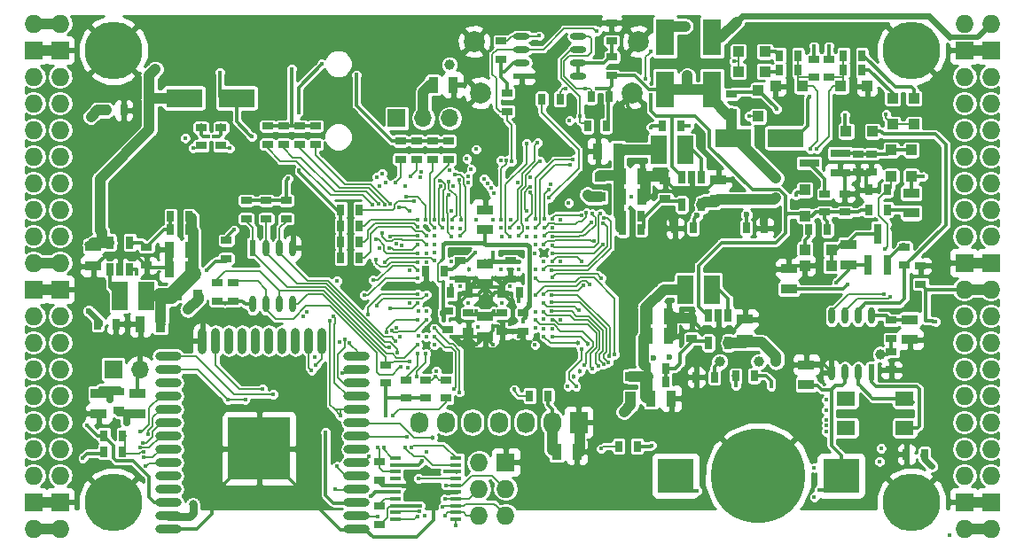
<source format=gbl>
G04 #@! TF.GenerationSoftware,KiCad,Pcbnew,5.0.0-rc2-dev-unknown+dfsg1+20180318-2*
G04 #@! TF.CreationDate,2018-06-03T18:47:03+02:00*
G04 #@! TF.ProjectId,ulx3s,756C7833732E6B696361645F70636200,rev?*
G04 #@! TF.SameCoordinates,Original*
G04 #@! TF.FileFunction,Copper,L4,Bot,Signal*
G04 #@! TF.FilePolarity,Positive*
%FSLAX46Y46*%
G04 Gerber Fmt 4.6, Leading zero omitted, Abs format (unit mm)*
G04 Created by KiCad (PCBNEW 5.0.0-rc2-dev-unknown+dfsg1+20180318-2) date Sun Jun  3 18:47:03 2018*
%MOMM*%
%LPD*%
G01*
G04 APERTURE LIST*
%ADD10O,1.727200X1.727200*%
%ADD11R,1.727200X1.727200*%
%ADD12R,0.700000X1.200000*%
%ADD13C,5.500000*%
%ADD14R,1.000000X0.400000*%
%ADD15R,1.727200X2.032000*%
%ADD16O,1.727200X2.032000*%
%ADD17R,3.500000X3.300000*%
%ADD18C,9.000000*%
%ADD19R,0.600000X1.550000*%
%ADD20O,0.600000X1.550000*%
%ADD21O,2.500000X0.900000*%
%ADD22O,0.900000X2.500000*%
%ADD23R,6.000000X6.000000*%
%ADD24R,1.800000X1.400000*%
%ADD25R,0.970000X1.500000*%
%ADD26R,1.500000X0.970000*%
%ADD27R,0.670000X1.000000*%
%ADD28R,1.000000X0.670000*%
%ADD29C,2.000000*%
%ADD30R,1.000000X1.000000*%
%ADD31R,0.800000X1.900000*%
%ADD32R,1.900000X0.800000*%
%ADD33R,3.500000X1.800000*%
%ADD34R,1.800000X3.500000*%
%ADD35C,0.300000*%
%ADD36R,1.000000X0.845000*%
%ADD37R,0.845000X1.000000*%
%ADD38R,1.700000X1.700000*%
%ADD39O,1.700000X1.700000*%
%ADD40R,1.550000X0.600000*%
%ADD41O,1.550000X0.600000*%
%ADD42R,1.500000X2.700000*%
%ADD43C,0.400000*%
%ADD44C,0.700000*%
%ADD45C,0.454000*%
%ADD46C,0.600000*%
%ADD47C,1.000000*%
%ADD48C,0.800000*%
%ADD49C,0.300000*%
%ADD50C,0.500000*%
%ADD51C,1.000000*%
%ADD52C,0.600000*%
%ADD53C,0.400000*%
%ADD54C,0.800000*%
%ADD55C,0.700000*%
%ADD56C,0.190000*%
%ADD57C,0.200000*%
%ADD58C,1.500000*%
%ADD59C,0.127000*%
%ADD60C,0.180000*%
%ADD61C,1.200000*%
%ADD62C,0.254000*%
G04 APERTURE END LIST*
D10*
X97910000Y-62690000D03*
X95370000Y-62690000D03*
D11*
X97910000Y-65230000D03*
X95370000Y-65230000D03*
D10*
X97910000Y-67770000D03*
X95370000Y-67770000D03*
X97910000Y-70310000D03*
X95370000Y-70310000D03*
X97910000Y-72850000D03*
X95370000Y-72850000D03*
X97910000Y-75390000D03*
X95370000Y-75390000D03*
X97910000Y-77930000D03*
X95370000Y-77930000D03*
X97910000Y-80470000D03*
X95370000Y-80470000D03*
X97910000Y-83010000D03*
X95370000Y-83010000D03*
X97910000Y-85550000D03*
X95370000Y-85550000D03*
D11*
X97910000Y-88090000D03*
X95370000Y-88090000D03*
D10*
X97910000Y-90630000D03*
X95370000Y-90630000D03*
X97910000Y-93170000D03*
X95370000Y-93170000D03*
X97910000Y-95710000D03*
X95370000Y-95710000D03*
X97910000Y-98250000D03*
X95370000Y-98250000D03*
X97910000Y-100790000D03*
X95370000Y-100790000D03*
X97910000Y-103330000D03*
X95370000Y-103330000D03*
X97910000Y-105870000D03*
X95370000Y-105870000D03*
D11*
X97910000Y-108410000D03*
X95370000Y-108410000D03*
D10*
X97910000Y-110950000D03*
X95370000Y-110950000D03*
D12*
X159825000Y-90600000D03*
X160775000Y-90600000D03*
X161725000Y-90600000D03*
X161725000Y-93200000D03*
X159825000Y-93200000D03*
X104575000Y-86215000D03*
X103625000Y-86215000D03*
X102675000Y-86215000D03*
X102675000Y-83615000D03*
X104575000Y-83615000D03*
X157285000Y-77392000D03*
X158235000Y-77392000D03*
X159185000Y-77392000D03*
X159185000Y-79992000D03*
X157285000Y-79992000D03*
D10*
X184270000Y-110950000D03*
X186810000Y-110950000D03*
D11*
X184270000Y-108410000D03*
X186810000Y-108410000D03*
D10*
X184270000Y-105870000D03*
X186810000Y-105870000D03*
X184270000Y-103330000D03*
X186810000Y-103330000D03*
X184270000Y-100790000D03*
X186810000Y-100790000D03*
X184270000Y-98250000D03*
X186810000Y-98250000D03*
X184270000Y-95710000D03*
X186810000Y-95710000D03*
X184270000Y-93170000D03*
X186810000Y-93170000D03*
X184270000Y-90630000D03*
X186810000Y-90630000D03*
X184270000Y-88090000D03*
X186810000Y-88090000D03*
D11*
X184270000Y-85550000D03*
X186810000Y-85550000D03*
D10*
X184270000Y-83010000D03*
X186810000Y-83010000D03*
X184270000Y-80470000D03*
X186810000Y-80470000D03*
X184270000Y-77930000D03*
X186810000Y-77930000D03*
X184270000Y-75390000D03*
X186810000Y-75390000D03*
X184270000Y-72850000D03*
X186810000Y-72850000D03*
X184270000Y-70310000D03*
X186810000Y-70310000D03*
X184270000Y-67770000D03*
X186810000Y-67770000D03*
D11*
X184270000Y-65230000D03*
X186810000Y-65230000D03*
D10*
X184270000Y-62690000D03*
X186810000Y-62690000D03*
D13*
X102990000Y-108410000D03*
X179190000Y-108410000D03*
X179190000Y-65230000D03*
X102990000Y-65230000D03*
D14*
X135735000Y-104215000D03*
X135735000Y-104865000D03*
X135735000Y-105515000D03*
X135735000Y-106165000D03*
X135735000Y-106815000D03*
X135735000Y-107465000D03*
X135735000Y-108115000D03*
X135735000Y-108765000D03*
X135735000Y-109415000D03*
X135735000Y-110065000D03*
X129935000Y-110065000D03*
X129935000Y-109415000D03*
X129935000Y-108765000D03*
X129935000Y-108115000D03*
X129935000Y-107465000D03*
X129935000Y-106815000D03*
X129935000Y-106165000D03*
X129935000Y-105515000D03*
X129935000Y-104865000D03*
X129935000Y-104215000D03*
D11*
X140455000Y-104600000D03*
D10*
X137915000Y-104600000D03*
X140455000Y-107140000D03*
X137915000Y-107140000D03*
X140455000Y-109680000D03*
X137915000Y-109680000D03*
D15*
X147440000Y-100790000D03*
D16*
X144900000Y-100790000D03*
X142360000Y-100790000D03*
X139820000Y-100790000D03*
X137280000Y-100790000D03*
X134740000Y-100790000D03*
X132200000Y-100790000D03*
D17*
X172485000Y-105870000D03*
X156685000Y-105870000D03*
D18*
X164585000Y-105870000D03*
D19*
X175395000Y-96015000D03*
D20*
X174125000Y-96015000D03*
X172855000Y-96015000D03*
X171585000Y-96015000D03*
X171585000Y-90615000D03*
X172855000Y-90615000D03*
X174125000Y-90615000D03*
X175395000Y-90615000D03*
D19*
X116325000Y-84120000D03*
D20*
X117595000Y-84120000D03*
X118865000Y-84120000D03*
X120135000Y-84120000D03*
X120135000Y-89520000D03*
X118865000Y-89520000D03*
X117595000Y-89520000D03*
X116325000Y-89520000D03*
D21*
X126230000Y-111000000D03*
X126230000Y-109730000D03*
X126230000Y-108460000D03*
X126230000Y-107190000D03*
X126230000Y-105920000D03*
X126230000Y-104650000D03*
X126230000Y-103380000D03*
X126230000Y-102110000D03*
X126230000Y-100840000D03*
X126230000Y-99570000D03*
X126230000Y-98300000D03*
X126230000Y-97030000D03*
X126230000Y-95760000D03*
X126230000Y-94490000D03*
D22*
X122945000Y-93000000D03*
X121675000Y-93000000D03*
X120405000Y-93000000D03*
X119135000Y-93000000D03*
X117865000Y-93000000D03*
X116595000Y-93000000D03*
X115325000Y-93000000D03*
X114055000Y-93000000D03*
X112785000Y-93000000D03*
X111515000Y-93000000D03*
D21*
X108230000Y-94490000D03*
X108230000Y-95760000D03*
X108230000Y-97030000D03*
X108230000Y-98300000D03*
X108230000Y-99570000D03*
X108230000Y-100840000D03*
X108230000Y-102110000D03*
X108230000Y-103380000D03*
X108230000Y-104650000D03*
X108230000Y-105920000D03*
X108230000Y-107190000D03*
X108230000Y-108460000D03*
X108230000Y-109730000D03*
X108230000Y-111000000D03*
D23*
X116930000Y-103300000D03*
D24*
X178576000Y-98522000D03*
X172976000Y-98522000D03*
X172976000Y-101322000D03*
X178576000Y-101322000D03*
D25*
X133546000Y-68550000D03*
X135456000Y-68550000D03*
D26*
X101085000Y-83960000D03*
X101085000Y-85870000D03*
D27*
X153985000Y-96910000D03*
X155735000Y-96910000D03*
D25*
X156015000Y-90630000D03*
X154105000Y-90630000D03*
X154105000Y-92535000D03*
X156015000Y-92535000D03*
D26*
X163315000Y-90945000D03*
X163315000Y-92855000D03*
D27*
X151645000Y-82375000D03*
X153395000Y-82375000D03*
D25*
X153475000Y-79200000D03*
X151565000Y-79200000D03*
X153475000Y-77295000D03*
X151565000Y-77295000D03*
D26*
X160775000Y-79520000D03*
X160775000Y-77610000D03*
D27*
X108465000Y-81105000D03*
X110215000Y-81105000D03*
D25*
X108385000Y-84280000D03*
X110295000Y-84280000D03*
X110295000Y-86185000D03*
X108385000Y-86185000D03*
D26*
X173221000Y-83833000D03*
X173221000Y-85743000D03*
D28*
X175380000Y-76900000D03*
X175380000Y-75150000D03*
D26*
X105276000Y-99967000D03*
X105276000Y-98057000D03*
X167506000Y-88029000D03*
X167506000Y-86119000D03*
X138500000Y-90665000D03*
X138500000Y-92575000D03*
D28*
X150589600Y-64359000D03*
X150589600Y-62609000D03*
D26*
X138500000Y-82375000D03*
X138500000Y-80465000D03*
X138500000Y-87575000D03*
X138500000Y-85665000D03*
X101593000Y-99967000D03*
X101593000Y-98057000D03*
D25*
X154359000Y-98504000D03*
X156269000Y-98504000D03*
X105591000Y-91392000D03*
X107501000Y-91392000D03*
X151189000Y-74882000D03*
X149279000Y-74882000D03*
D28*
X140900000Y-87095000D03*
X140900000Y-85345000D03*
X136100000Y-87095000D03*
X136100000Y-85345000D03*
X136900000Y-92095000D03*
X136900000Y-90345000D03*
X140100000Y-90345000D03*
X140100000Y-92095000D03*
X142100000Y-92095000D03*
X142100000Y-90345000D03*
X134900000Y-90145000D03*
X134900000Y-91895000D03*
D27*
X135225000Y-88420000D03*
X136975000Y-88420000D03*
X140025000Y-88420000D03*
X141775000Y-88420000D03*
X163425000Y-82220000D03*
X165175000Y-82220000D03*
X158375000Y-82220000D03*
X156625000Y-82220000D03*
D28*
X177300000Y-94025000D03*
X177300000Y-95775000D03*
D25*
X145342000Y-103584000D03*
X147252000Y-103584000D03*
D27*
X103995000Y-70963000D03*
X102245000Y-70963000D03*
X103245000Y-91410000D03*
X101495000Y-91410000D03*
D28*
X180094000Y-87586000D03*
X180094000Y-85836000D03*
D27*
X180473000Y-103856000D03*
X178723000Y-103856000D03*
X158645000Y-96490000D03*
X160395000Y-96490000D03*
X132827200Y-86330000D03*
X134577200Y-86330000D03*
D26*
X169172000Y-95281000D03*
X169172000Y-97191000D03*
X179190000Y-80790000D03*
X179190000Y-78880000D03*
D29*
X152546000Y-69312000D03*
X138046000Y-69312000D03*
X153146000Y-64412000D03*
X137446000Y-64412000D03*
D30*
X169050000Y-84280000D03*
X171550000Y-84280000D03*
X169030000Y-78585000D03*
X169030000Y-81085000D03*
X171550000Y-85804000D03*
X169050000Y-85804000D03*
X179190000Y-74775000D03*
X179190000Y-77275000D03*
X177285000Y-77275000D03*
X177285000Y-74775000D03*
X172987000Y-72977000D03*
X175487000Y-72977000D03*
X164585000Y-69060000D03*
X164585000Y-71560000D03*
X168756000Y-68659000D03*
X166256000Y-68659000D03*
X174979000Y-68659000D03*
X172479000Y-68659000D03*
X165200000Y-67262000D03*
X162700000Y-67262000D03*
X162700000Y-65357000D03*
X165200000Y-65357000D03*
X177412000Y-72322000D03*
X177412000Y-69822000D03*
X179444000Y-69822000D03*
X179444000Y-72322000D03*
D31*
X176015000Y-82780000D03*
X175065000Y-85780000D03*
X176965000Y-85780000D03*
D32*
X172435000Y-75075000D03*
X172435000Y-76975000D03*
X169435000Y-76025000D03*
D33*
X114761000Y-69802000D03*
X109761000Y-69802000D03*
X167212000Y-73612000D03*
X162212000Y-73612000D03*
D34*
X155695000Y-69000000D03*
X155695000Y-64000000D03*
X160140000Y-69000000D03*
X160140000Y-64000000D03*
D35*
X182888000Y-111603000D03*
D28*
X113277000Y-74360000D03*
X113277000Y-72610000D03*
X111372000Y-72610000D03*
X111372000Y-74360000D03*
D27*
X155455000Y-72487000D03*
X157205000Y-72487000D03*
D28*
X171316000Y-66090000D03*
X171316000Y-67840000D03*
X169919000Y-67840000D03*
X169919000Y-66090000D03*
D27*
X174477000Y-65738000D03*
X172727000Y-65738000D03*
D28*
X128390000Y-106321000D03*
X128390000Y-104571000D03*
X117722000Y-72483000D03*
X117722000Y-74233000D03*
X119246000Y-74233000D03*
X119246000Y-72483000D03*
X120770000Y-72483000D03*
X120770000Y-74233000D03*
X122294000Y-74233000D03*
X122294000Y-72483000D03*
D27*
X145655000Y-69900000D03*
X143905000Y-69900000D03*
D36*
X152393000Y-96398500D03*
X152393000Y-98323500D03*
D37*
X111064500Y-88598000D03*
X109139500Y-88598000D03*
D36*
X149472000Y-77348500D03*
X149472000Y-79273500D03*
D38*
X102990000Y-95710000D03*
D39*
X105530000Y-95710000D03*
D38*
X130056000Y-71725000D03*
D39*
X132596000Y-71725000D03*
X135136000Y-71725000D03*
D27*
X166631000Y-65738000D03*
X168381000Y-65738000D03*
D28*
X134740000Y-96740000D03*
X134740000Y-98490000D03*
D40*
X141980000Y-67706500D03*
D41*
X141980000Y-66436500D03*
X141980000Y-65166500D03*
X141980000Y-63896500D03*
X147380000Y-63896500D03*
X147380000Y-65166500D03*
X147380000Y-66436500D03*
X147380000Y-67706500D03*
D26*
X179078000Y-90963000D03*
X179078000Y-92873000D03*
D28*
X177300000Y-92793000D03*
X177300000Y-91043000D03*
D42*
X160140000Y-88090000D03*
X157600000Y-88090000D03*
X103625000Y-88725000D03*
X106165000Y-88725000D03*
X155060000Y-74755000D03*
X157600000Y-74755000D03*
D27*
X171175000Y-82375000D03*
X169425000Y-82375000D03*
D28*
X172840000Y-78960000D03*
X172840000Y-80710000D03*
X162045000Y-71185000D03*
X162045000Y-69435000D03*
D27*
X176890000Y-80470000D03*
X175140000Y-80470000D03*
D28*
X174110000Y-75150000D03*
X174110000Y-76900000D03*
X178555000Y-85790000D03*
X178555000Y-84040000D03*
X113785000Y-85155000D03*
X113785000Y-83405000D03*
X170935000Y-80710000D03*
X170935000Y-78960000D03*
X128390000Y-110555000D03*
X128390000Y-108805000D03*
D27*
X151264000Y-103076000D03*
X153014000Y-103076000D03*
D28*
X119500000Y-81345000D03*
X119500000Y-79595000D03*
X114420000Y-89219000D03*
X114420000Y-87469000D03*
D27*
X175140000Y-78565000D03*
X176890000Y-78565000D03*
X124721000Y-85060000D03*
X126471000Y-85060000D03*
X126471000Y-83536000D03*
X124721000Y-83536000D03*
X124721000Y-82012000D03*
X126471000Y-82012000D03*
X126471000Y-80470000D03*
X124721000Y-80470000D03*
D28*
X130422000Y-73898000D03*
X130422000Y-75648000D03*
X131961000Y-73898000D03*
X131961000Y-75648000D03*
X133485000Y-73898000D03*
X133485000Y-75648000D03*
X135009000Y-75648000D03*
X135009000Y-73898000D03*
X140025500Y-66105000D03*
X140025500Y-64355000D03*
X140597000Y-71076000D03*
X140597000Y-69326000D03*
X150615000Y-67647000D03*
X150615000Y-65897000D03*
D27*
X148300000Y-72487000D03*
X150050000Y-72487000D03*
X150362000Y-69693000D03*
X148612000Y-69693000D03*
D28*
X129025000Y-95300000D03*
X129025000Y-97050000D03*
X117595000Y-79595000D03*
X117595000Y-81345000D03*
X112896000Y-89219000D03*
X112896000Y-87469000D03*
X115690000Y-79595000D03*
X115690000Y-81345000D03*
D27*
X142755000Y-98250000D03*
X144505000Y-98250000D03*
D28*
X132835000Y-98490000D03*
X132835000Y-96740000D03*
X130930000Y-96740000D03*
X130930000Y-98490000D03*
D27*
X102115000Y-103600000D03*
X103865000Y-103600000D03*
X102115000Y-102060000D03*
X103865000Y-102060000D03*
D28*
X103498000Y-99633000D03*
X103498000Y-97883000D03*
D27*
X164190000Y-96345000D03*
X162440000Y-96345000D03*
X168381000Y-67135000D03*
X166631000Y-67135000D03*
X174475000Y-67120000D03*
X172725000Y-67120000D03*
X153985000Y-95640000D03*
X155735000Y-95640000D03*
X110215000Y-82375000D03*
X108465000Y-82375000D03*
X151645000Y-81105000D03*
X153395000Y-81105000D03*
D28*
X158235000Y-92775000D03*
X158235000Y-91025000D03*
X106165000Y-85790000D03*
X106165000Y-84040000D03*
X155695000Y-79440000D03*
X155695000Y-77690000D03*
D43*
X124632693Y-93120351D03*
D44*
X112784000Y-102840000D03*
D43*
X141742847Y-69038361D03*
X152408000Y-72169500D03*
X138480000Y-92600000D03*
X140080000Y-92600000D03*
X135280000Y-87000000D03*
X145687392Y-90996646D03*
D45*
X141675979Y-86986521D03*
D43*
X140876932Y-84552536D03*
X132882184Y-84635369D03*
X132879996Y-82103336D03*
X140922639Y-81447441D03*
X177287984Y-96778661D03*
D46*
X152510125Y-81695229D03*
D43*
X131264297Y-86227110D03*
X173856000Y-71538990D03*
D47*
X164947008Y-63194069D03*
X175494572Y-64322557D03*
D43*
X135342764Y-89381630D03*
X144103496Y-84660400D03*
D47*
X177658444Y-82281349D03*
D43*
X145680000Y-81405125D03*
X145691238Y-94166752D03*
D47*
X162956098Y-95078488D03*
X158539988Y-94868772D03*
D46*
X161075765Y-80992022D03*
X164882869Y-80938986D03*
X156262773Y-81349374D03*
D43*
X149169500Y-68867500D03*
D46*
X123437000Y-108972000D03*
D43*
X135281276Y-80583119D03*
X131279502Y-89407325D03*
X170309539Y-85441529D03*
X145672808Y-85396062D03*
X133216000Y-107465000D03*
X137680000Y-88600000D03*
X142480000Y-95000000D03*
X141680000Y-92600000D03*
X135284627Y-94985297D03*
X135288625Y-94225619D03*
X134455822Y-94267172D03*
X136095958Y-93369652D03*
D45*
X139264636Y-91615205D03*
D47*
X116880503Y-64802940D03*
X106974809Y-64953974D03*
D43*
X140874194Y-91433353D03*
X142480000Y-94200000D03*
X140880000Y-93400000D03*
X139280000Y-93400000D03*
X137680000Y-93400000D03*
X136880000Y-92600000D03*
X135280000Y-92600000D03*
X132880000Y-91800000D03*
X132880000Y-93400000D03*
D45*
X139280000Y-87000000D03*
X137680000Y-87000000D03*
X136080000Y-84600000D03*
X139280000Y-88600000D03*
D47*
X166275426Y-77459534D03*
X107021491Y-67043629D03*
D43*
X172047074Y-87438453D03*
D47*
X166255545Y-79350736D03*
X157807568Y-67669269D03*
X101707889Y-82423180D03*
X166284693Y-95025145D03*
X157600000Y-62944000D03*
D43*
X119692151Y-77494120D03*
X135263000Y-87727000D03*
X141740000Y-89250994D03*
D46*
X156091000Y-94585000D03*
D43*
X140032430Y-67286930D03*
X137803000Y-91664000D03*
D46*
X181155918Y-104980708D03*
D43*
X171089123Y-98665996D03*
X171089123Y-99619659D03*
D47*
X135105588Y-66616618D03*
D43*
X181491000Y-91156000D03*
X113660608Y-89375718D03*
D47*
X148268387Y-79050018D03*
D43*
X114513935Y-82409431D03*
X109840000Y-73620000D03*
X132110753Y-92527478D03*
X165803369Y-97344883D03*
D47*
X160905403Y-95006436D03*
D46*
X158731133Y-81048929D03*
X154593901Y-94607945D03*
D47*
X164625730Y-94982471D03*
D46*
X163462982Y-80942429D03*
D47*
X176254940Y-94288458D03*
D48*
X110593913Y-108636458D03*
D43*
X180340784Y-77316932D03*
X173137949Y-87594275D03*
D44*
X102710050Y-98594954D03*
D43*
X129005202Y-100174798D03*
X176305593Y-103279812D03*
X100080000Y-104200000D03*
X139272517Y-84611349D03*
X141680000Y-86200000D03*
X132880000Y-92600000D03*
X141680000Y-85400000D03*
X121494155Y-90235621D03*
X130019546Y-91732979D03*
X121166000Y-90648000D03*
X130384540Y-92584728D03*
X146394787Y-97333919D03*
X143300000Y-86220000D03*
X144891603Y-91881937D03*
X147175985Y-97333919D03*
X147700000Y-93820000D03*
X142107219Y-91201016D03*
D47*
X110128890Y-90028152D03*
D43*
X142480000Y-83800000D03*
X134480000Y-83800000D03*
X134480000Y-91000000D03*
X154313000Y-69502500D03*
X120664983Y-71227362D03*
X122926177Y-66532317D03*
X105245010Y-86595559D03*
X128216338Y-109813327D03*
X121928000Y-95855000D03*
X115593957Y-98664957D03*
X113927000Y-98649000D03*
X122309000Y-95347000D03*
X122203636Y-94585375D03*
X117229000Y-97633008D03*
X118245000Y-98141000D03*
X162441000Y-97270000D03*
X169553000Y-74646000D03*
X170188000Y-74646000D03*
X157996000Y-72487000D03*
X169517039Y-69686488D03*
X170411010Y-107286196D03*
X158716651Y-107325176D03*
X136050273Y-97914229D03*
X132708000Y-109680000D03*
X134750646Y-106810513D03*
X133680000Y-91800000D03*
X135517000Y-97633000D03*
X134675868Y-108131585D03*
D45*
X133449289Y-102232615D03*
D43*
X133680000Y-92600000D03*
X132928488Y-103601340D03*
X127419091Y-104077728D03*
X133685482Y-93402296D03*
X134463998Y-108841973D03*
X131986331Y-96404793D03*
X131039072Y-102187000D03*
X134636872Y-109719950D03*
X132846234Y-94197073D03*
X176700000Y-84220000D03*
X143260000Y-84620000D03*
X120739932Y-76694083D03*
X126204504Y-67585368D03*
X148090000Y-68867500D03*
X147582000Y-71534498D03*
X127810351Y-87182069D03*
X132083026Y-86260405D03*
X124849021Y-96102869D03*
X113157250Y-67343629D03*
X116198000Y-73474420D03*
X127586603Y-107875044D03*
X146233418Y-68946082D03*
X131453853Y-103208291D03*
X149787294Y-81774991D03*
X144080000Y-86200000D03*
X149553145Y-86989440D03*
X144894316Y-86977564D03*
X144896700Y-83863953D03*
X149527221Y-80838006D03*
D45*
X147343891Y-93217126D03*
D43*
X144113248Y-92588762D03*
X149853189Y-81252115D03*
X144875155Y-86292748D03*
X144916886Y-83019942D03*
X148696112Y-80861847D03*
D45*
X148349010Y-93322307D03*
D43*
X144882352Y-92577990D03*
X144902941Y-91037926D03*
X148747982Y-95669626D03*
X144867244Y-90193915D03*
X149795895Y-95251084D03*
X144856756Y-89349904D03*
X150278898Y-95040253D03*
X150345974Y-94517527D03*
X144877648Y-88622010D03*
X150889207Y-94332565D03*
X143280000Y-87000000D03*
X129972715Y-93035096D03*
X131084713Y-95564177D03*
X130422000Y-95456000D03*
X131316164Y-94959140D03*
X130123373Y-94122671D03*
X132031990Y-93400000D03*
X129362027Y-93645784D03*
X141280657Y-97642010D03*
X133852393Y-95875797D03*
X133762848Y-96395146D03*
X132080000Y-94200000D03*
X128452683Y-84116867D03*
X105890482Y-103613569D03*
X129449238Y-89937935D03*
X130839477Y-103208987D03*
X132075624Y-89410644D03*
X128806823Y-103185900D03*
X128136791Y-89611518D03*
X132162861Y-106185868D03*
X132880000Y-88600000D03*
X126970181Y-88659309D03*
X124322162Y-105002357D03*
X132080000Y-87000000D03*
X125525099Y-93236764D03*
X124202418Y-107207639D03*
X110599084Y-74589383D03*
X132024412Y-109766775D03*
X114104080Y-74612196D03*
X132219727Y-109277292D03*
X131677570Y-79697994D03*
X132088008Y-81408008D03*
X132079995Y-82103334D03*
X132872609Y-82947347D03*
X133664491Y-81414685D03*
X133648389Y-82190597D03*
X131353451Y-77264702D03*
X129920953Y-77910818D03*
X129568570Y-92005655D03*
X132880000Y-91000000D03*
X129055731Y-92162718D03*
X132077338Y-91002010D03*
X131265176Y-80621782D03*
X130272149Y-80238214D03*
X128091794Y-85277024D03*
X132089786Y-85479378D03*
X146565997Y-71979003D03*
X134250176Y-78253806D03*
X163703220Y-71542164D03*
X134433979Y-82180155D03*
X135656559Y-110610712D03*
X149577281Y-103320847D03*
X132468001Y-104503413D03*
D44*
X104260000Y-100790000D03*
D43*
X111895217Y-86253790D03*
X169934000Y-107920000D03*
X169934000Y-105126000D03*
X142571021Y-82204353D03*
X143287402Y-83042010D03*
X154425580Y-102987766D03*
X168166438Y-79108038D03*
X112614274Y-73474420D03*
X112074854Y-73474420D03*
X176185734Y-104520755D03*
X143269694Y-93414905D03*
X171089123Y-101653244D03*
X143280000Y-91800000D03*
X171089123Y-101086833D03*
X144064831Y-91877646D03*
X171089123Y-100559822D03*
X144080000Y-90956495D03*
X135315381Y-82193851D03*
X135414395Y-78229653D03*
X135129679Y-76730134D03*
X136124555Y-82260038D03*
X135587699Y-77140701D03*
X136080000Y-83000000D03*
X142785835Y-77341923D03*
X142460000Y-83020000D03*
X143280000Y-83800000D03*
X169919000Y-64849000D03*
X171316000Y-64849000D03*
X125110333Y-92897638D03*
X182888000Y-111603000D03*
X124361185Y-87274371D03*
X124361184Y-87274370D03*
X172853718Y-71407275D03*
X166353476Y-70835462D03*
X123273881Y-101715917D03*
X129660000Y-100155000D03*
X128247798Y-103208979D03*
X127301115Y-90454353D03*
X132084049Y-88558274D03*
X120008000Y-67008000D03*
X129437600Y-79946788D03*
X133680000Y-83000000D03*
X128908575Y-79985477D03*
X133680000Y-83800000D03*
X128328791Y-79953099D03*
X130487935Y-83869856D03*
X133623139Y-85366416D03*
X127749884Y-79991140D03*
X128913013Y-85505853D03*
X129992018Y-83691508D03*
X136080000Y-87800000D03*
X137624890Y-90122896D03*
X139322319Y-90164039D03*
X140080000Y-89400000D03*
X136880000Y-89400000D03*
X140896226Y-87816226D03*
D45*
X136938110Y-86196311D03*
D43*
X140014602Y-86192969D03*
D47*
X151758000Y-99774000D03*
D43*
X135021320Y-79024950D03*
X135280000Y-83022010D03*
X154298000Y-72596000D03*
X100450000Y-101044000D03*
X132285867Y-108754446D03*
X134707351Y-105508447D03*
X139280000Y-81400000D03*
X139314656Y-78918689D03*
X139039938Y-78419090D03*
X138722927Y-77981589D03*
X138405916Y-77551542D03*
X137625200Y-74696800D03*
X137680000Y-81400000D03*
X136742593Y-75579407D03*
X137174375Y-76624866D03*
X136863200Y-77287600D03*
X136894606Y-77861070D03*
X136048819Y-77645502D03*
X136233339Y-81437235D03*
X135359567Y-81395445D03*
X135034780Y-77831198D03*
X134508502Y-81406751D03*
X134177298Y-77721089D03*
D45*
X146942280Y-96452058D03*
X147534467Y-95913260D03*
D43*
X147928857Y-95339016D03*
X143322010Y-91000657D03*
X149284391Y-95377990D03*
X144077013Y-90266968D03*
X147430953Y-90112484D03*
X144076240Y-89395301D03*
X143322010Y-90201951D03*
X147910791Y-87683418D03*
X144082832Y-88584510D03*
X148483539Y-87623462D03*
X143322010Y-88595030D03*
X144102010Y-85397219D03*
X144889349Y-85448737D03*
X147687390Y-85374093D03*
X144912409Y-84657964D03*
X149732494Y-83807694D03*
X148921512Y-83442010D03*
X144103186Y-83777990D03*
X144131413Y-83000000D03*
X148610661Y-81705858D03*
X144888125Y-82175931D03*
X144176662Y-82199998D03*
X148175253Y-80781550D03*
X144887777Y-81331919D03*
X147688311Y-80983115D03*
X142450323Y-81420000D03*
X142811300Y-78846033D03*
X142784407Y-78283067D03*
X142460000Y-80620000D03*
X144138346Y-81383767D03*
X144606344Y-78517346D03*
X144791531Y-78023942D03*
X146587441Y-76174058D03*
X143332651Y-82197990D03*
X146909804Y-75707894D03*
X143294334Y-81377293D03*
X143708879Y-75817300D03*
X141727010Y-82998875D03*
X141727010Y-82194937D03*
X140028978Y-82200000D03*
X141624813Y-77914503D03*
X142436989Y-74138000D03*
X140861329Y-83041266D03*
X143518000Y-74074500D03*
X140872990Y-82177164D03*
X132309031Y-77342560D03*
X132428734Y-76829323D03*
X128644933Y-77015661D03*
X128152012Y-77332672D03*
X128446805Y-78179514D03*
X128961752Y-77878818D03*
X130878594Y-78253288D03*
X132820479Y-81400981D03*
X130952639Y-79249008D03*
X129458086Y-83004065D03*
X132079024Y-82947345D03*
X105572759Y-101661319D03*
X132881746Y-83791358D03*
X128691780Y-82737217D03*
X106276126Y-101893466D03*
X105840996Y-102767214D03*
X129302562Y-84153497D03*
X132083682Y-83791356D03*
X128062071Y-83328884D03*
X105553144Y-103208669D03*
X132092886Y-84635367D03*
X105847765Y-104138847D03*
X133671942Y-84595200D03*
X132896883Y-85469380D03*
X106088753Y-104974041D03*
X123709657Y-91064721D03*
X124707442Y-100126977D03*
X132900000Y-90180000D03*
X124015020Y-90635192D03*
X132100000Y-90157990D03*
X139992737Y-75748003D03*
X162271466Y-66284958D03*
X140028978Y-81400000D03*
X140517734Y-75793988D03*
X176797084Y-71341791D03*
X154313000Y-65375000D03*
X153805000Y-67996270D03*
X176605426Y-88507160D03*
X152497066Y-79193467D03*
X146481406Y-79819384D03*
X143650666Y-63862520D03*
X177211069Y-88764025D03*
X141042112Y-75846610D03*
X140060000Y-83020000D03*
X149134122Y-63424051D03*
X144606344Y-79361357D03*
D47*
X100855891Y-71574861D03*
D43*
X135280000Y-85400000D03*
D46*
X100652119Y-90162239D03*
D43*
X137550785Y-84577294D03*
X135280000Y-86200000D03*
D49*
X152154000Y-69704000D02*
X152154000Y-70610213D01*
X152154000Y-70610213D02*
X152408000Y-70864213D01*
X152408000Y-70864213D02*
X152408000Y-72169500D01*
X152903398Y-83282000D02*
X152510125Y-82888727D01*
X154588000Y-83282000D02*
X152903398Y-83282000D01*
X152510125Y-82888727D02*
X152510125Y-82119493D01*
X155650000Y-82220000D02*
X154588000Y-83282000D01*
X156262773Y-81349374D02*
X156262773Y-81932773D01*
X156550000Y-82220000D02*
X155650000Y-82220000D01*
X156262773Y-81932773D02*
X156550000Y-82220000D01*
X152510125Y-82119493D02*
X152510125Y-81695229D01*
X169172000Y-95193500D02*
X170763500Y-95193500D01*
X170763500Y-95193500D02*
X171585000Y-96015000D01*
D50*
X136188509Y-87050148D02*
X136609374Y-87050148D01*
X136609374Y-87050148D02*
X136850000Y-87290774D01*
X136850000Y-87290774D02*
X136850000Y-88027041D01*
D49*
X135280000Y-87000000D02*
X136070000Y-87000000D01*
X136070000Y-87000000D02*
X136100000Y-86970000D01*
X141662500Y-87000000D02*
X141675979Y-86986521D01*
X139280000Y-87000000D02*
X141662500Y-87000000D01*
X141354953Y-86986521D02*
X141675979Y-86986521D01*
X140773938Y-86994997D02*
X140782414Y-86986521D01*
X140782414Y-86986521D02*
X141354953Y-86986521D01*
X133680000Y-91000000D02*
X132880000Y-91800000D01*
X134450000Y-91770000D02*
X133680000Y-91000000D01*
X134900000Y-91770000D02*
X134450000Y-91770000D01*
X177300000Y-95850000D02*
X177300000Y-96766645D01*
X177300000Y-96766645D02*
X177287984Y-96778661D01*
X139163860Y-75537864D02*
X137472985Y-77228739D01*
X139163860Y-73733860D02*
X139163860Y-75537864D01*
X137472985Y-77228739D02*
X137472985Y-78092985D01*
X137680000Y-71550000D02*
X137680000Y-72250000D01*
X137680000Y-72250000D02*
X139163860Y-73733860D01*
X138500000Y-79120000D02*
X138500000Y-80170000D01*
X137472985Y-78092985D02*
X138500000Y-79120000D01*
X105276000Y-97762000D02*
X105276000Y-95964000D01*
X105276000Y-95964000D02*
X105530000Y-95710000D01*
X138500000Y-87870000D02*
X137137029Y-87870000D01*
X137137029Y-87870000D02*
X136979988Y-88027041D01*
X136979988Y-88027041D02*
X136850000Y-88027041D01*
X140150000Y-88420000D02*
X140150000Y-87836000D01*
X140150000Y-87836000D02*
X140150000Y-87618935D01*
X138500000Y-87870000D02*
X140116000Y-87870000D01*
X140116000Y-87870000D02*
X140150000Y-87836000D01*
X139280000Y-88600000D02*
X139230000Y-88600000D01*
X139230000Y-88600000D02*
X138500000Y-87870000D01*
X137680000Y-88600000D02*
X137770000Y-88600000D01*
X137770000Y-88600000D02*
X138500000Y-87870000D01*
D51*
X147547000Y-103584000D02*
X147547000Y-100897000D01*
D49*
X147547000Y-100897000D02*
X147440000Y-100790000D01*
X175494572Y-64322557D02*
X166075496Y-64322557D01*
X166075496Y-64322557D02*
X165447007Y-63694068D01*
X165447007Y-63694068D02*
X164947008Y-63194069D01*
X164882869Y-80938986D02*
X164882869Y-81852869D01*
X164882869Y-81852869D02*
X165250000Y-82220000D01*
X139264636Y-91615205D02*
X139745205Y-91615205D01*
X139745205Y-91615205D02*
X140100000Y-91970000D01*
D50*
X140150000Y-88420000D02*
X140150000Y-87606614D01*
X140150000Y-87606614D02*
X139543386Y-87000000D01*
D49*
X139543386Y-87000000D02*
X139280000Y-87000000D01*
D50*
X140150000Y-87618935D02*
X140773938Y-86994997D01*
D49*
X137680000Y-87000000D02*
X137680000Y-87050000D01*
X137680000Y-87050000D02*
X138500000Y-87870000D01*
X139280000Y-87000000D02*
X139280000Y-87090000D01*
X139280000Y-87090000D02*
X138500000Y-87870000D01*
X140150000Y-88420000D02*
X141150000Y-89420000D01*
X140150000Y-88420000D02*
X139460000Y-88420000D01*
X139460000Y-88420000D02*
X139280000Y-88600000D01*
X137680000Y-87000000D02*
X137680000Y-87298789D01*
D50*
X137680000Y-87298789D02*
X136850000Y-88128789D01*
D49*
X136850000Y-88128789D02*
X136850000Y-88420000D01*
X136110990Y-86995403D02*
X136110990Y-87288031D01*
X136850000Y-88027041D02*
X136850000Y-88420000D01*
X136110990Y-86995403D02*
X137675403Y-86995403D01*
X137675403Y-86995403D02*
X137680000Y-87000000D01*
X135850000Y-90220000D02*
X135850000Y-89545000D01*
X135850000Y-89545000D02*
X136795000Y-88600000D01*
X136795000Y-88600000D02*
X137397158Y-88600000D01*
X137397158Y-88600000D02*
X137680000Y-88600000D01*
X173236000Y-86249527D02*
X173236000Y-85758000D01*
X172047074Y-87438453D02*
X173236000Y-86249527D01*
X173236000Y-85758000D02*
X173221000Y-85743000D01*
X173221000Y-85743000D02*
X175028000Y-85743000D01*
X175028000Y-85743000D02*
X175065000Y-85780000D01*
D51*
X166245264Y-79350736D02*
X166076000Y-79520000D01*
X166255545Y-79350736D02*
X166245264Y-79350736D01*
X166076000Y-79520000D02*
X160775000Y-79520000D01*
D49*
X160742000Y-79520000D02*
X160536000Y-79726000D01*
X160775000Y-79520000D02*
X160742000Y-79520000D01*
D51*
X160536000Y-79726000D02*
X159451000Y-79726000D01*
X159451000Y-79726000D02*
X159185000Y-79992000D01*
D49*
X150249000Y-69806000D02*
X150249000Y-72016000D01*
X150249000Y-72016000D02*
X150050000Y-72215000D01*
X150362000Y-69693000D02*
X150249000Y-69806000D01*
X150615000Y-67647000D02*
X152770962Y-67647000D01*
X152770962Y-67647000D02*
X154123962Y-69000000D01*
X150362000Y-68881500D02*
X150615000Y-68628500D01*
X150615000Y-68628500D02*
X150615000Y-67647000D01*
X154123962Y-69000000D02*
X155695000Y-69000000D01*
X149452342Y-68867500D02*
X150376000Y-68867500D01*
X150362000Y-68881500D02*
X150376000Y-68867500D01*
X150362000Y-69693000D02*
X150362000Y-68881500D01*
X149169500Y-68867500D02*
X149452342Y-68867500D01*
X133415999Y-107664999D02*
X133216000Y-107465000D01*
X133612013Y-107861013D02*
X133415999Y-107664999D01*
X131991648Y-111780338D02*
X133612013Y-110159973D01*
X127810434Y-111780338D02*
X131991648Y-111780338D01*
X133612013Y-110159973D02*
X133612013Y-107861013D01*
X127060434Y-111030338D02*
X127810434Y-111780338D01*
X126260434Y-111030338D02*
X127060434Y-111030338D01*
D51*
X184270000Y-108410000D02*
X186810000Y-108410000D01*
X184270000Y-85550000D02*
X186810000Y-85550000D01*
X184270000Y-65230000D02*
X186810000Y-65230000D01*
X95370000Y-65230000D02*
X97910000Y-65230000D01*
X95370000Y-88090000D02*
X97910000Y-88090000D01*
X95370000Y-108410000D02*
X97910000Y-108410000D01*
D49*
X108260434Y-111030338D02*
X109060434Y-111030338D01*
X109060434Y-111030338D02*
X109140772Y-110950000D01*
X110957617Y-110950000D02*
X112380000Y-109527617D01*
X109140772Y-110950000D02*
X110957617Y-110950000D01*
X112380000Y-109527617D02*
X112380000Y-107854384D01*
X112380000Y-107854384D02*
X116904046Y-103330338D01*
X116904046Y-103330338D02*
X116960434Y-103330338D01*
X167506000Y-85824000D02*
X169927068Y-85824000D01*
X169927068Y-85824000D02*
X170109540Y-85641528D01*
X170109540Y-85641528D02*
X170309539Y-85441529D01*
X133216000Y-107465000D02*
X132214478Y-107465000D01*
X135735000Y-107465000D02*
X133216000Y-107465000D01*
X132214478Y-107465000D02*
X131572496Y-106823018D01*
X131572496Y-106823018D02*
X129919874Y-106823018D01*
X126260434Y-111030338D02*
X124660659Y-111030338D01*
X124660659Y-111030338D02*
X116960659Y-103330338D01*
X116960659Y-103330338D02*
X116960434Y-103330338D01*
X129935000Y-106815000D02*
X128659000Y-106815000D01*
X128659000Y-106815000D02*
X128390000Y-106546000D01*
X128390000Y-106546000D02*
X128558000Y-106546000D01*
X136126306Y-93400000D02*
X136095958Y-93369652D01*
X136880000Y-92600000D02*
X136110348Y-93369652D01*
X136049652Y-93369652D02*
X136095958Y-93369652D01*
X137680000Y-93400000D02*
X136126306Y-93400000D01*
X135280000Y-92600000D02*
X136049652Y-93369652D01*
X136110348Y-93369652D02*
X136095958Y-93369652D01*
X139264636Y-92054364D02*
X139264636Y-91936231D01*
X139264636Y-91936231D02*
X139264636Y-91615205D01*
X138550000Y-92769000D02*
X139264636Y-92054364D01*
X136880000Y-92600000D02*
X137680000Y-93400000D01*
X136880000Y-92600000D02*
X138381000Y-92600000D01*
X138381000Y-92600000D02*
X138550000Y-92769000D01*
X135280000Y-92600000D02*
X136880000Y-92600000D01*
X138550000Y-92769000D02*
X138649000Y-92769000D01*
X138649000Y-92769000D02*
X139280000Y-93400000D01*
X138550000Y-92769000D02*
X138311000Y-92769000D01*
X138311000Y-92769000D02*
X137680000Y-93400000D01*
X102210000Y-84915000D02*
X103625000Y-84915000D01*
X103625000Y-84915000D02*
X105215000Y-84915000D01*
X103625000Y-86215000D02*
X103625000Y-84915000D01*
X105215000Y-84915000D02*
X106165000Y-85865000D01*
X106165000Y-85865000D02*
X106165000Y-86015000D01*
X101085000Y-86165000D02*
X101085000Y-86040000D01*
X101085000Y-86040000D02*
X102210000Y-84915000D01*
X106165000Y-86015000D02*
X107920000Y-86015000D01*
X107920000Y-86015000D02*
X108090000Y-86185000D01*
D51*
X153770000Y-77295000D02*
X155525000Y-77295000D01*
D49*
X155525000Y-77295000D02*
X155695000Y-77465000D01*
D51*
X153770000Y-79200000D02*
X153770000Y-77295000D01*
D49*
X174110000Y-77125000D02*
X174745000Y-77125000D01*
X174745000Y-77125000D02*
X175230000Y-77125000D01*
X174915000Y-78565000D02*
X174915000Y-77295000D01*
X174915000Y-77295000D02*
X174745000Y-77125000D01*
X172840000Y-78735000D02*
X172840000Y-77380000D01*
X172840000Y-77380000D02*
X172435000Y-76975000D01*
X175230000Y-77125000D02*
X175380000Y-76975000D01*
X172435000Y-76975000D02*
X173960000Y-76975000D01*
X173960000Y-76975000D02*
X174110000Y-77125000D01*
X159850000Y-78365000D02*
X158235000Y-78365000D01*
X158235000Y-78365000D02*
X156445000Y-78365000D01*
X158235000Y-77235000D02*
X158235000Y-78365000D01*
X160775000Y-77315000D02*
X160775000Y-77440000D01*
X160775000Y-77440000D02*
X159850000Y-78365000D01*
X156445000Y-78365000D02*
X155695000Y-77615000D01*
X155695000Y-77615000D02*
X155695000Y-77465000D01*
D51*
X156310000Y-90630000D02*
X156310000Y-92535000D01*
X158235000Y-90800000D02*
X156480000Y-90800000D01*
D49*
X156480000Y-90800000D02*
X156310000Y-90630000D01*
X163315000Y-90650000D02*
X163315000Y-90834602D01*
X163315000Y-90834602D02*
X162249602Y-91900000D01*
X162249602Y-91900000D02*
X160775000Y-91900000D01*
X101085000Y-86165000D02*
X101085000Y-85929893D01*
X106165000Y-85944374D02*
X106165000Y-86015000D01*
X159185000Y-91900000D02*
X160775000Y-91900000D01*
X160775000Y-90600000D02*
X160775000Y-91900000D01*
X158235000Y-90800000D02*
X158235000Y-90950000D01*
X158235000Y-90950000D02*
X159185000Y-91900000D01*
X108090000Y-84280000D02*
X108090000Y-86185000D01*
X108070000Y-84260000D02*
X108090000Y-84280000D01*
D51*
X162045000Y-71410000D02*
X162045000Y-73229108D01*
X162045000Y-73229108D02*
X165775427Y-76959535D01*
X165775427Y-76959535D02*
X166275426Y-77459534D01*
X106407114Y-69940886D02*
X106407114Y-67658006D01*
X106521492Y-67543628D02*
X107021491Y-67043629D01*
X106407114Y-67658006D02*
X106521492Y-67543628D01*
X106407114Y-69940886D02*
X106407114Y-72833672D01*
X106407114Y-72833672D02*
X101707889Y-77532897D01*
X101707889Y-77532897D02*
X101707889Y-81716074D01*
X101707889Y-81716074D02*
X101707889Y-82423180D01*
X162045000Y-71410000D02*
X162045000Y-71260000D01*
X155695000Y-69000000D02*
X157800000Y-69000000D01*
X157800000Y-69000000D02*
X160140000Y-69000000D01*
D49*
X157807568Y-68376375D02*
X157800000Y-68383943D01*
D51*
X157807568Y-67669269D02*
X157807568Y-68376375D01*
X157800000Y-68383943D02*
X157800000Y-69000000D01*
D49*
X101733051Y-82423180D02*
X101707889Y-82423180D01*
X101913492Y-82603621D02*
X101733051Y-82423180D01*
D51*
X166284693Y-94494693D02*
X166284693Y-95025145D01*
X164940000Y-93150000D02*
X166284693Y-94494693D01*
X163315000Y-93150000D02*
X164940000Y-93150000D01*
D49*
X101085000Y-83665000D02*
X101684316Y-83665000D01*
X101684316Y-83665000D02*
X101913492Y-83435824D01*
D51*
X101913492Y-83435824D02*
X101913492Y-82603621D01*
D49*
X160140000Y-69000000D02*
X160140000Y-69850000D01*
D51*
X160140000Y-69850000D02*
X161700000Y-71410000D01*
D49*
X110610000Y-69548000D02*
X110610000Y-69802000D01*
D51*
X109975000Y-69802000D02*
X106546000Y-69802000D01*
X106546000Y-69802000D02*
X106419000Y-69929000D01*
X106419000Y-69929000D02*
X106407114Y-69940886D01*
D49*
X106419000Y-69675000D02*
X106419000Y-69929000D01*
X100572432Y-83665000D02*
X100424079Y-83813353D01*
X101085000Y-83665000D02*
X100572432Y-83665000D01*
X160790000Y-79800000D02*
X160775000Y-79815000D01*
X164925000Y-93150000D02*
X164240000Y-93150000D01*
X164240000Y-93150000D02*
X163315000Y-93150000D01*
X101085000Y-83665000D02*
X101085000Y-83790000D01*
X160755000Y-79835000D02*
X160775000Y-79815000D01*
D51*
X161725000Y-93200000D02*
X163265000Y-93200000D01*
D49*
X163265000Y-93200000D02*
X163315000Y-93150000D01*
D51*
X101085000Y-83665000D02*
X102625000Y-83665000D01*
D49*
X102625000Y-83665000D02*
X102675000Y-83615000D01*
X161700000Y-71410000D02*
X162045000Y-71410000D01*
X162045000Y-71753000D02*
X162045000Y-71410000D01*
X155695000Y-64000000D02*
X155695000Y-63368337D01*
X155695000Y-63368337D02*
X156119337Y-62944000D01*
D51*
X156119337Y-62944000D02*
X157600000Y-62944000D01*
D52*
X180881400Y-61996800D02*
X163076000Y-61996800D01*
X163076000Y-61996800D02*
X162542600Y-62530200D01*
D49*
X183000000Y-63960000D02*
X182844600Y-63960000D01*
D52*
X182844600Y-63960000D02*
X180881400Y-61996800D01*
D51*
X160140000Y-64000000D02*
X161015414Y-64000000D01*
X161015414Y-64000000D02*
X162542600Y-62530200D01*
D50*
X185540000Y-63960000D02*
X186810000Y-62690000D01*
X183000000Y-63960000D02*
X185540000Y-63960000D01*
D49*
X177300000Y-92793000D02*
X177300000Y-94025000D01*
X167506000Y-88029000D02*
X172703224Y-88029000D01*
X172703224Y-88029000D02*
X173137949Y-87594275D01*
X144900000Y-99523000D02*
X144505000Y-99128000D01*
X144900000Y-100790000D02*
X144900000Y-99523000D01*
X144505000Y-99128000D02*
X144505000Y-98250000D01*
D51*
X144900000Y-100790000D02*
X144900000Y-103437000D01*
D49*
X144730000Y-100620000D02*
X144900000Y-100790000D01*
X144900000Y-103437000D02*
X145047000Y-103584000D01*
X129025000Y-98522000D02*
X129025000Y-98800000D01*
X129025000Y-97275000D02*
X129025000Y-98522000D01*
X130930000Y-98490000D02*
X129057000Y-98490000D01*
X129057000Y-98490000D02*
X129025000Y-98522000D01*
X132835000Y-98490000D02*
X130930000Y-98490000D01*
X117595000Y-79595000D02*
X115690000Y-79595000D01*
X119500000Y-79595000D02*
X117595000Y-79595000D01*
X119500000Y-79595000D02*
X119500000Y-77686271D01*
X119500000Y-77686271D02*
X119692151Y-77494120D01*
X160395000Y-96490000D02*
X160395000Y-95516839D01*
X160395000Y-95516839D02*
X160905403Y-95006436D01*
X140597000Y-69326000D02*
X140597000Y-68356323D01*
X140597000Y-68356323D02*
X140028677Y-67788000D01*
X140028677Y-67788000D02*
X140032430Y-67286930D01*
X141186500Y-66436500D02*
X140336070Y-67286930D01*
X141980000Y-66436500D02*
X141186500Y-66436500D01*
X140336070Y-67286930D02*
X140032430Y-67286930D01*
D51*
X149472000Y-79273500D02*
X148491869Y-79273500D01*
X148491869Y-79273500D02*
X148268387Y-79050018D01*
D49*
X139272517Y-85259517D02*
X139327000Y-85314000D01*
X139272517Y-84611349D02*
X139272517Y-85259517D01*
X139327000Y-85314000D02*
X138851000Y-85314000D01*
X138851000Y-85314000D02*
X138500000Y-85665000D01*
X135350000Y-88420000D02*
X135263000Y-88333000D01*
X135263000Y-88333000D02*
X135263000Y-88009842D01*
X135263000Y-88009842D02*
X135263000Y-87727000D01*
X141740000Y-89250994D02*
X141740000Y-88455000D01*
X141740000Y-88455000D02*
X141775000Y-88420000D01*
X115593000Y-89520000D02*
X115292000Y-89219000D01*
X116325000Y-89520000D02*
X115593000Y-89520000D01*
X115292000Y-89219000D02*
X114420000Y-89219000D01*
X113660608Y-89375718D02*
X114263282Y-89375718D01*
X114263282Y-89375718D02*
X114420000Y-89219000D01*
X113660608Y-89375718D02*
X113052718Y-89375718D01*
X113052718Y-89375718D02*
X112896000Y-89219000D01*
X140025500Y-66330000D02*
X140032430Y-67286930D01*
X141980000Y-66435000D02*
X141612000Y-66435000D01*
D52*
X180363731Y-104188521D02*
X180855919Y-104680709D01*
X180363731Y-103837683D02*
X180363731Y-104188521D01*
X180855919Y-104680709D02*
X181155918Y-104980708D01*
X180348000Y-103856000D02*
X180348000Y-103938888D01*
D49*
X176254940Y-94288458D02*
X176961542Y-94288458D01*
X176961542Y-94288458D02*
X177300000Y-93950000D01*
X101877202Y-103767545D02*
X100512455Y-103767545D01*
X100512455Y-103767545D02*
X100080000Y-104200000D01*
X180094000Y-87461000D02*
X180094000Y-87564000D01*
X180094000Y-87564000D02*
X180620000Y-88090000D01*
X180602000Y-91105000D02*
X180602000Y-88108000D01*
X184270000Y-88090000D02*
X180620000Y-88090000D01*
X180620000Y-88090000D02*
X180602000Y-88108000D01*
X181253000Y-91156000D02*
X181491000Y-91156000D01*
X180602000Y-91105000D02*
X181202000Y-91105000D01*
X181202000Y-91105000D02*
X181253000Y-91156000D01*
X113660608Y-89434608D02*
X113660608Y-89375718D01*
X113670000Y-89444000D02*
X113660608Y-89434608D01*
X113660608Y-89429392D02*
X113660608Y-89375718D01*
X113646000Y-89444000D02*
X113660608Y-89429392D01*
X149080093Y-79019093D02*
X149472000Y-79411000D01*
X163462982Y-80942429D02*
X163462982Y-82107018D01*
X163462982Y-82107018D02*
X163350000Y-82220000D01*
X158450000Y-82220000D02*
X158450000Y-81330062D01*
X158450000Y-81330062D02*
X158731133Y-81048929D01*
D53*
X141680000Y-85400000D02*
X140900000Y-85400000D01*
X140900000Y-85400000D02*
X138530000Y-85400000D01*
D49*
X140500000Y-85470000D02*
X140830000Y-85470000D01*
X140830000Y-85470000D02*
X140900000Y-85400000D01*
X138430000Y-85440000D02*
X138500000Y-85370000D01*
X138530000Y-85400000D02*
X138500000Y-85370000D01*
X113785000Y-83138366D02*
X114313936Y-82609430D01*
X113785000Y-83180000D02*
X113785000Y-83138366D01*
X114313936Y-82609430D02*
X114513935Y-82409431D01*
X179190000Y-78735000D02*
X179190000Y-77275000D01*
X165803369Y-96833369D02*
X165803369Y-97062041D01*
X165315000Y-96345000D02*
X165803369Y-96833369D01*
X165803369Y-97062041D02*
X165803369Y-97344883D01*
X164415000Y-96345000D02*
X165315000Y-96345000D01*
D54*
X110593913Y-109202143D02*
X110593913Y-108636458D01*
X110593913Y-109476859D02*
X110593913Y-109202143D01*
X110310434Y-109760338D02*
X110593913Y-109476859D01*
X108260434Y-109760338D02*
X110310434Y-109760338D01*
D49*
X179190000Y-77075000D02*
X179431932Y-77316932D01*
X179431932Y-77316932D02*
X180057942Y-77316932D01*
X180057942Y-77316932D02*
X180340784Y-77316932D01*
D51*
X184270000Y-110950000D02*
X186810000Y-110950000D01*
X184270000Y-88090000D02*
X186810000Y-88090000D01*
D49*
X129025000Y-98800000D02*
X129025000Y-100155000D01*
D55*
X102710050Y-97683950D02*
X102710050Y-98099980D01*
X102736000Y-97658000D02*
X102710050Y-97683950D01*
X102710050Y-98099980D02*
X102710050Y-98594954D01*
X102736000Y-97658000D02*
X101870000Y-97658000D01*
X103498000Y-97658000D02*
X102736000Y-97658000D01*
D49*
X101870000Y-97658000D02*
X101720000Y-97508000D01*
X129025000Y-100155000D02*
X129005202Y-100174798D01*
X129025000Y-97275000D02*
X129025000Y-98175000D01*
X116305000Y-89500000D02*
X116325000Y-89520000D01*
D56*
X146493162Y-96651096D02*
X146975986Y-97133920D01*
X146975986Y-97133920D02*
X147175985Y-97333919D01*
X147700000Y-93820000D02*
X147700000Y-94825565D01*
X147700000Y-94825565D02*
X146493162Y-96032403D01*
X146493162Y-96032403D02*
X146493162Y-96651096D01*
D49*
X158235000Y-93000000D02*
X159625000Y-93000000D01*
X157145126Y-94239874D02*
X158235000Y-93150000D01*
X155735000Y-95640000D02*
X156687000Y-95640000D01*
X158235000Y-93150000D02*
X158235000Y-93000000D01*
X157145126Y-95181874D02*
X157145126Y-94239874D01*
X156687000Y-95640000D02*
X157145126Y-95181874D01*
X159625000Y-93000000D02*
X159825000Y-93200000D01*
X155735000Y-95640000D02*
X155735000Y-96910000D01*
D53*
X142480000Y-83800000D02*
X142679999Y-83999999D01*
X142521001Y-89778999D02*
X142480000Y-89820000D01*
X142679999Y-89620001D02*
X142521001Y-89778999D01*
X142679999Y-83999999D02*
X142679999Y-89620001D01*
D49*
X138500000Y-82375000D02*
X138500000Y-83750000D01*
X138500000Y-83750000D02*
X138550000Y-83800000D01*
D57*
X133967600Y-85642798D02*
X133967600Y-87244400D01*
X134296398Y-85314000D02*
X133967600Y-85642798D01*
X133967600Y-87244400D02*
X134125802Y-87402602D01*
X134125802Y-87402602D02*
X134480000Y-87402602D01*
D49*
X134310500Y-85314000D02*
X134296398Y-85314000D01*
X134480000Y-83800000D02*
X134480000Y-85144500D01*
X134480000Y-85144500D02*
X134310500Y-85314000D01*
X134480000Y-87402602D02*
X134480000Y-90620000D01*
X142280331Y-90715424D02*
X142107219Y-90888536D01*
X142107219Y-90918174D02*
X142107219Y-91201016D01*
X142107219Y-90888536D02*
X142107219Y-90918174D01*
D53*
X142280331Y-90019669D02*
X142280331Y-90715424D01*
X142480000Y-89820000D02*
X142280331Y-90019669D01*
D49*
X142100000Y-90470000D02*
X142280331Y-90650331D01*
X142280331Y-90650331D02*
X142280331Y-90715424D01*
D53*
X138350001Y-83600001D02*
X138550000Y-83800000D01*
X134480000Y-83800000D02*
X134679999Y-83600001D01*
X134679999Y-83600001D02*
X138350001Y-83600001D01*
X134480000Y-90620000D02*
X134480000Y-90220000D01*
D49*
X134900000Y-90270000D02*
X134530000Y-90270000D01*
X134530000Y-90270000D02*
X134480000Y-90220000D01*
X142650000Y-89420000D02*
X142650000Y-89650000D01*
X142650000Y-89650000D02*
X142480000Y-89820000D01*
D53*
X134480000Y-91000000D02*
X134480000Y-90620000D01*
D49*
X134350000Y-90220000D02*
X134350000Y-90490000D01*
X134350000Y-90490000D02*
X134480000Y-90620000D01*
D51*
X111124699Y-88838819D02*
X111124699Y-89032343D01*
X111124699Y-89032343D02*
X110128890Y-90028152D01*
D53*
X138550000Y-83800000D02*
X142480000Y-83800000D01*
D49*
X158880000Y-89754000D02*
X159726000Y-90600000D01*
X158880000Y-85800000D02*
X158880000Y-89754000D01*
X166265000Y-83600000D02*
X161080000Y-83600000D01*
X161080000Y-83600000D02*
X158880000Y-85800000D01*
X167183550Y-81105000D02*
X167183550Y-82681450D01*
X167183550Y-82681450D02*
X166265000Y-83600000D01*
X159726000Y-90600000D02*
X159825000Y-90600000D01*
X157156000Y-77235000D02*
X156319773Y-76398773D01*
X156319773Y-76398773D02*
X156319773Y-71574763D01*
X157285000Y-77235000D02*
X157156000Y-77235000D01*
X156319773Y-71574763D02*
X156330000Y-71564536D01*
X170935000Y-81362000D02*
X171175000Y-81602000D01*
X171175000Y-81602000D02*
X171175000Y-82375000D01*
X170935000Y-80710000D02*
X170935000Y-81362000D01*
X174157000Y-80710000D02*
X174397000Y-80470000D01*
X174397000Y-80470000D02*
X175140000Y-80470000D01*
X172840000Y-80710000D02*
X174157000Y-80710000D01*
X170935000Y-80710000D02*
X172840000Y-80710000D01*
X169718000Y-81085000D02*
X170093000Y-80710000D01*
X169030000Y-81085000D02*
X169718000Y-81085000D01*
X170093000Y-80710000D02*
X170935000Y-80710000D01*
X156330000Y-71564536D02*
X154861587Y-71564536D01*
X154313000Y-69785342D02*
X154313000Y-69502500D01*
X154313000Y-71015949D02*
X154313000Y-69785342D01*
X154861587Y-71564536D02*
X154313000Y-71015949D01*
X120664983Y-70944520D02*
X120664983Y-71227362D01*
X120664983Y-68793511D02*
X120664983Y-70944520D01*
X122926177Y-66532317D02*
X120664983Y-68793511D01*
X156330000Y-71564536D02*
X158568523Y-71564536D01*
X166628506Y-78573735D02*
X167183550Y-79128779D01*
X164021390Y-78573735D02*
X166628506Y-78573735D01*
X159926293Y-72922306D02*
X159926293Y-74478638D01*
X158568523Y-71564536D02*
X159926293Y-72922306D01*
X167183550Y-79128779D02*
X167183550Y-81105000D01*
X159926293Y-74478638D02*
X164021390Y-78573735D01*
X105245010Y-86312717D02*
X105245010Y-86595559D01*
X105245010Y-86235010D02*
X105245010Y-86312717D01*
X104575000Y-86215000D02*
X105225000Y-86215000D01*
X105225000Y-86215000D02*
X105245010Y-86235010D01*
X169030000Y-80885000D02*
X167403550Y-80885000D01*
X167403550Y-80885000D02*
X167183550Y-81105000D01*
X168980000Y-80885000D02*
X169030000Y-80885000D01*
X155210000Y-79665000D02*
X155695000Y-79665000D01*
X153620000Y-81105000D02*
X153770000Y-81105000D01*
X153770000Y-81105000D02*
X155210000Y-79665000D01*
X153620000Y-81105000D02*
X153620000Y-82225000D01*
X153620000Y-82225000D02*
X153470000Y-82375000D01*
X155695000Y-79665000D02*
X157115000Y-79665000D01*
X157115000Y-79665000D02*
X157285000Y-79835000D01*
X108465000Y-82375000D02*
X108465000Y-81105000D01*
X107830000Y-82375000D02*
X108465000Y-82375000D01*
X104575000Y-83615000D02*
X105740000Y-83615000D01*
X105740000Y-83615000D02*
X106165000Y-84040000D01*
X107830000Y-82375000D02*
X106165000Y-84040000D01*
X104775000Y-83815000D02*
X104575000Y-83615000D01*
D56*
X127933496Y-109813327D02*
X128216338Y-109813327D01*
X127113423Y-109813327D02*
X127933496Y-109813327D01*
X127107096Y-109807000D02*
X127113423Y-109813327D01*
D49*
X178570000Y-88970840D02*
X178570000Y-86930000D01*
X178116463Y-89424377D02*
X178570000Y-88970840D01*
X182481998Y-81938002D02*
X182481998Y-74236998D01*
X174840623Y-89424377D02*
X178116463Y-89424377D01*
X178555000Y-85865000D02*
X182481998Y-81938002D01*
X178570000Y-86930000D02*
X178555000Y-86915000D01*
X174125000Y-90615000D02*
X174125000Y-90140000D01*
X182481998Y-74236998D02*
X181494000Y-73249000D01*
X174125000Y-90140000D02*
X174840623Y-89424377D01*
X178555000Y-86915000D02*
X178555000Y-85865000D01*
X181494000Y-73249000D02*
X176559000Y-73249000D01*
X176559000Y-73249000D02*
X176287000Y-72977000D01*
X176287000Y-72977000D02*
X175487000Y-72977000D01*
D56*
X121728001Y-95655001D02*
X121928000Y-95855000D01*
X121675000Y-95602000D02*
X121728001Y-95655001D01*
X121675000Y-93000000D02*
X121675000Y-95602000D01*
X115578000Y-98649000D02*
X115593957Y-98664957D01*
X113927000Y-98649000D02*
X115578000Y-98649000D01*
X111038000Y-95760000D02*
X113727001Y-98449001D01*
X108230000Y-95760000D02*
X111038000Y-95760000D01*
X113727001Y-98449001D02*
X113927000Y-98649000D01*
X122945000Y-94711000D02*
X122309000Y-95347000D01*
X122945000Y-93000000D02*
X122945000Y-94711000D01*
X118484000Y-90884000D02*
X120178438Y-90884000D01*
X123662394Y-89685756D02*
X128136000Y-94159362D01*
X121376682Y-89685756D02*
X123662394Y-89685756D01*
X130222001Y-95655999D02*
X130422000Y-95456000D01*
X128136000Y-95964000D02*
X128390000Y-96218000D01*
X129660000Y-96218000D02*
X130222001Y-95655999D01*
X128390000Y-96218000D02*
X129660000Y-96218000D01*
X117595000Y-89520000D02*
X117595000Y-89995000D01*
X128136000Y-94159362D02*
X128136000Y-95964000D01*
X120178438Y-90884000D02*
X121376682Y-89685756D01*
X117595000Y-89995000D02*
X118484000Y-90884000D01*
X112785000Y-95348000D02*
X115070008Y-97633008D01*
X112785000Y-93000000D02*
X112785000Y-95348000D01*
X116946158Y-97633008D02*
X117229000Y-97633008D01*
X115070008Y-97633008D02*
X116946158Y-97633008D01*
X114551564Y-98141000D02*
X117962158Y-98141000D01*
X117962158Y-98141000D02*
X118245000Y-98141000D01*
X108230000Y-94490000D02*
X110900564Y-94490000D01*
X110900564Y-94490000D02*
X114551564Y-98141000D01*
D49*
X162440000Y-97269000D02*
X162441000Y-97270000D01*
X162440000Y-96345000D02*
X162440000Y-97269000D01*
D56*
X169789000Y-68659000D02*
X170260999Y-69130999D01*
X168756000Y-68659000D02*
X169789000Y-68659000D01*
X170260999Y-69130999D02*
X170260999Y-73938001D01*
X170260999Y-73938001D02*
X169752999Y-74446001D01*
X169752999Y-74446001D02*
X169553000Y-74646000D01*
X172479000Y-68659000D02*
X171789000Y-68659000D01*
X171316000Y-73518000D02*
X170387999Y-74446001D01*
X171789000Y-68659000D02*
X171316000Y-69132000D01*
X171316000Y-69132000D02*
X171316000Y-73518000D01*
X170387999Y-74446001D02*
X170188000Y-74646000D01*
D49*
X157205000Y-72487000D02*
X157996000Y-72487000D01*
X168301000Y-73485000D02*
X169317040Y-72468960D01*
X168141000Y-73485000D02*
X168301000Y-73485000D01*
X169317040Y-69886487D02*
X169517039Y-69686488D01*
X169317040Y-72468960D02*
X169317040Y-69886487D01*
X171252736Y-107286196D02*
X170411010Y-107286196D01*
X169172000Y-97278500D02*
X170222000Y-97278500D01*
X170222000Y-97278500D02*
X170619505Y-97676005D01*
X170619505Y-97676005D02*
X171566133Y-97676005D01*
X172855000Y-96015000D02*
X172855000Y-97011291D01*
X172855000Y-97011291D02*
X172567532Y-97298759D01*
X172567532Y-97298759D02*
X171943379Y-97298759D01*
X171943379Y-97298759D02*
X171566133Y-97676005D01*
X171566133Y-97676005D02*
X171566133Y-103001133D01*
X172485000Y-103920000D02*
X172485000Y-105870000D01*
X171566133Y-103001133D02*
X172485000Y-103920000D01*
X172585000Y-105870000D02*
X172485000Y-105870000D01*
X158433809Y-107325176D02*
X158716651Y-107325176D01*
X158140176Y-107325176D02*
X158433809Y-107325176D01*
X156685000Y-105870000D02*
X158140176Y-107325176D01*
D56*
X135059378Y-93301878D02*
X135425772Y-93301878D01*
X133879999Y-92122499D02*
X135059378Y-93301878D01*
X133879999Y-91999999D02*
X133879999Y-92122499D01*
X136050273Y-93926379D02*
X136050273Y-97631387D01*
X136050273Y-97631387D02*
X136050273Y-97914229D01*
X133680000Y-91800000D02*
X133879999Y-91999999D01*
X135425772Y-93301878D02*
X136050273Y-93926379D01*
X137254415Y-105873269D02*
X139188269Y-105873269D01*
X139188269Y-105873269D02*
X140455000Y-107140000D01*
X135735000Y-106856777D02*
X135718950Y-106872827D01*
X135718950Y-106872827D02*
X135656636Y-106810513D01*
X135656636Y-106810513D02*
X135033488Y-106810513D01*
X135033488Y-106810513D02*
X134750646Y-106810513D01*
X137254415Y-105873269D02*
X136254857Y-106872827D01*
X135735000Y-106815000D02*
X135735000Y-106856777D01*
X136254857Y-106872827D02*
X135718950Y-106872827D01*
X133680000Y-92600000D02*
X134698889Y-93618889D01*
X135294462Y-93618889D02*
X135716999Y-94041426D01*
X135716999Y-97433001D02*
X135517000Y-97633000D01*
X135716999Y-94041426D02*
X135716999Y-97433001D01*
X134698889Y-93618889D02*
X135294462Y-93618889D01*
X133449289Y-102232615D02*
X131722624Y-102232615D01*
X127700434Y-100870338D02*
X126260434Y-100870338D01*
X131722624Y-102232615D02*
X130360347Y-100870338D01*
X130360347Y-100870338D02*
X127700434Y-100870338D01*
X135735000Y-108115000D02*
X136940000Y-108115000D01*
X136940000Y-108115000D02*
X137915000Y-107140000D01*
X135644172Y-108131585D02*
X134958710Y-108131585D01*
X134958710Y-108131585D02*
X134675868Y-108131585D01*
X135669098Y-108106659D02*
X135644172Y-108131585D01*
X135726659Y-108106659D02*
X135669098Y-108106659D01*
X135735000Y-108115000D02*
X135726659Y-108106659D01*
X126816481Y-104680338D02*
X127219092Y-104277727D01*
X127219092Y-104277727D02*
X127419091Y-104077728D01*
X126260434Y-104680338D02*
X126816481Y-104680338D01*
X135735000Y-108765000D02*
X136425000Y-108765000D01*
X136595601Y-108594399D02*
X139369399Y-108594399D01*
X139369399Y-108594399D02*
X139591401Y-108816401D01*
X136425000Y-108765000D02*
X136595601Y-108594399D01*
X139591401Y-108816401D02*
X140455000Y-109680000D01*
X134540971Y-108765000D02*
X134463998Y-108841973D01*
X135735000Y-108765000D02*
X134540971Y-108765000D01*
X132846234Y-94197073D02*
X132846234Y-95083073D01*
X132846234Y-95083073D02*
X131986331Y-95942976D01*
X131986331Y-95942976D02*
X131986331Y-96121951D01*
X131986331Y-96121951D02*
X131986331Y-96404793D01*
X126260434Y-102140338D02*
X130992410Y-102140338D01*
X130992410Y-102140338D02*
X131039072Y-102187000D01*
X136690000Y-109680000D02*
X137915000Y-109680000D01*
X135735000Y-109415000D02*
X136425000Y-109415000D01*
X136425000Y-109415000D02*
X136690000Y-109680000D01*
X134636872Y-109719950D02*
X134941822Y-109415000D01*
X134941822Y-109415000D02*
X135735000Y-109415000D01*
D49*
X171984000Y-84280000D02*
X172431000Y-83833000D01*
X171550000Y-84280000D02*
X171984000Y-84280000D01*
X172431000Y-83833000D02*
X173221000Y-83833000D01*
X171550000Y-84280000D02*
X171550000Y-85804000D01*
X176015000Y-82780000D02*
X173979000Y-82780000D01*
X173979000Y-82780000D02*
X173221000Y-83538000D01*
X177285000Y-74775000D02*
X179190000Y-74775000D01*
X175380000Y-75150000D02*
X176910000Y-75150000D01*
X176910000Y-75150000D02*
X177285000Y-74775000D01*
X174110000Y-75150000D02*
X175380000Y-75150000D01*
X172435000Y-75075000D02*
X174035000Y-75075000D01*
X174035000Y-75075000D02*
X174110000Y-75150000D01*
X169050000Y-83404000D02*
X169425000Y-83029000D01*
X169050000Y-84280000D02*
X169050000Y-83404000D01*
X169425000Y-83029000D02*
X169425000Y-82375000D01*
X177115000Y-80470000D02*
X178725000Y-80470000D01*
X178725000Y-80470000D02*
X179190000Y-80935000D01*
X178380000Y-83815000D02*
X178555000Y-83815000D01*
X176965000Y-85780000D02*
X176965000Y-85230000D01*
X176965000Y-85230000D02*
X178380000Y-83815000D01*
X175395000Y-96015000D02*
X175395000Y-96949042D01*
X175395000Y-96949042D02*
X175804356Y-97358398D01*
X175804356Y-97358398D02*
X179709993Y-97358398D01*
X179709993Y-97358398D02*
X179951592Y-97599997D01*
X179951592Y-97599997D02*
X179951592Y-101133258D01*
X179951592Y-101133258D02*
X179762850Y-101322000D01*
X179762850Y-101322000D02*
X178576000Y-101322000D01*
X174182087Y-97182087D02*
X175522000Y-98522000D01*
X175522000Y-98522000D02*
X178576000Y-98522000D01*
X174125000Y-97182087D02*
X174182087Y-97182087D01*
X174125000Y-96015000D02*
X174125000Y-97182087D01*
X179332000Y-98870000D02*
X179344000Y-98882000D01*
X170935000Y-78735000D02*
X170935000Y-77525000D01*
X170935000Y-77525000D02*
X169435000Y-76025000D01*
D56*
X177115000Y-78565000D02*
X176965000Y-78565000D01*
X176965000Y-78565000D02*
X176100000Y-79430000D01*
X176100000Y-79430000D02*
X176100000Y-80981630D01*
X176100000Y-80981630D02*
X176936434Y-81818064D01*
X176936434Y-81818064D02*
X176936434Y-84006426D01*
X176936434Y-84006426D02*
X176722860Y-84220000D01*
X176722860Y-84220000D02*
X176700000Y-84220000D01*
X177285000Y-77075000D02*
X177285000Y-78395000D01*
X177285000Y-78395000D02*
X177115000Y-78565000D01*
D49*
X124721000Y-83536000D02*
X124721000Y-85060000D01*
X124721000Y-82012000D02*
X124721000Y-83536000D01*
X124721000Y-80470000D02*
X124721000Y-82012000D01*
X124346000Y-80470000D02*
X124721000Y-80470000D01*
X120739932Y-76863932D02*
X120739932Y-76694083D01*
X124346000Y-80470000D02*
X120739932Y-76863932D01*
X124496000Y-80470000D02*
X124346000Y-80470000D01*
X133485000Y-73898000D02*
X135009000Y-73898000D01*
X131961000Y-73898000D02*
X133485000Y-73898000D01*
X130422000Y-73898000D02*
X131961000Y-73898000D01*
X130422000Y-73898000D02*
X129622000Y-73898000D01*
X129622000Y-73898000D02*
X126204504Y-70480504D01*
X126204504Y-70480504D02*
X126204504Y-70205504D01*
X126204504Y-70205504D02*
X126204504Y-67585368D01*
D56*
X147380000Y-63895000D02*
X148403021Y-63895000D01*
X148403021Y-63895000D02*
X148608485Y-64100464D01*
X148608485Y-64100464D02*
X148608485Y-65471704D01*
X148324189Y-65756000D02*
X146566000Y-65756000D01*
X148608485Y-65471704D02*
X148324189Y-65756000D01*
X146058000Y-67725543D02*
X147199957Y-68867500D01*
X146566000Y-65756000D02*
X146058000Y-66264000D01*
X146058000Y-66264000D02*
X146058000Y-67725543D01*
X147199957Y-68867500D02*
X148090000Y-68867500D01*
X148090000Y-68867500D02*
X148476500Y-68867500D01*
X148476500Y-68867500D02*
X148612000Y-69003000D01*
X148612000Y-69003000D02*
X148612000Y-69693000D01*
X148397500Y-69566000D02*
X148524500Y-69693000D01*
X146708679Y-65165000D02*
X145740989Y-66132690D01*
X145740989Y-67856853D02*
X147582000Y-69697864D01*
X147582000Y-71251656D02*
X147582000Y-71534498D01*
X145740989Y-66132690D02*
X145740989Y-67856853D01*
X147380000Y-65165000D02*
X146708679Y-65165000D01*
X147582000Y-69697864D02*
X147582000Y-71251656D01*
X147582000Y-72106000D02*
X147709000Y-72233000D01*
X147727000Y-72215000D02*
X148300000Y-72215000D01*
X147582000Y-71534498D02*
X147582000Y-72106000D01*
X147709000Y-72233000D02*
X147727000Y-72215000D01*
D49*
X150615000Y-65672000D02*
X150615000Y-64384400D01*
X150615000Y-64384400D02*
X150589600Y-64359000D01*
X147380000Y-66436500D02*
X149850500Y-66436500D01*
X149850500Y-66436500D02*
X150615000Y-65672000D01*
X147380000Y-67705000D02*
X147380000Y-66435000D01*
D56*
X129660000Y-85804000D02*
X128281931Y-87182069D01*
X128281931Y-87182069D02*
X128093193Y-87182069D01*
X128093193Y-87182069D02*
X127810351Y-87182069D01*
X132083026Y-86260405D02*
X131626621Y-85804000D01*
X131626621Y-85804000D02*
X129660000Y-85804000D01*
X108260434Y-95790338D02*
X107460434Y-95790338D01*
X125887131Y-96102869D02*
X125131863Y-96102869D01*
X126230000Y-95760000D02*
X125887131Y-96102869D01*
X125131863Y-96102869D02*
X124849021Y-96102869D01*
D49*
X113157250Y-69682250D02*
X113157250Y-67626471D01*
X113277000Y-69802000D02*
X113157250Y-69682250D01*
X113157250Y-67626471D02*
X113157250Y-67343629D01*
X114761000Y-72037420D02*
X115998001Y-73274421D01*
X114761000Y-69802000D02*
X114761000Y-72037420D01*
X115998001Y-73274421D02*
X116198000Y-73474420D01*
X127786602Y-107675045D02*
X127586603Y-107875044D01*
X129935000Y-107465000D02*
X127996647Y-107465000D01*
X127996647Y-107465000D02*
X127786602Y-107675045D01*
D56*
X145655000Y-69210000D02*
X145918918Y-68946082D01*
X145655000Y-69900000D02*
X145655000Y-69210000D01*
X145918918Y-68946082D02*
X146233418Y-68946082D01*
X129935000Y-108115000D02*
X128895397Y-108115000D01*
X128895397Y-108115000D02*
X128373228Y-108637169D01*
X134529260Y-103008292D02*
X131653852Y-103008292D01*
X135760266Y-104239298D02*
X134529260Y-103008292D01*
X131653852Y-103008292D02*
X131453853Y-103208291D01*
X149987293Y-81974990D02*
X149787294Y-81774991D01*
X150154496Y-84010256D02*
X150154496Y-82142193D01*
X148299372Y-85865380D02*
X150154496Y-84010256D01*
X145206679Y-85865380D02*
X148299372Y-85865380D01*
X144409261Y-85870739D02*
X145201320Y-85870739D01*
X145201320Y-85870739D02*
X145206679Y-85865380D01*
X144080000Y-86200000D02*
X144409261Y-85870739D01*
X150154496Y-82142193D02*
X149987293Y-81974990D01*
X149533922Y-86909940D02*
X149553145Y-86929163D01*
X149553145Y-86929163D02*
X149553145Y-86989440D01*
X144894316Y-86977564D02*
X145244485Y-86627395D01*
X145244485Y-86627395D02*
X149251377Y-86627395D01*
X149251377Y-86627395D02*
X149533922Y-86909940D01*
X149343514Y-83644024D02*
X148923586Y-84063952D01*
X149349682Y-81015545D02*
X149349682Y-83481067D01*
X145096699Y-84063952D02*
X144896700Y-83863953D01*
X148923586Y-84063952D02*
X145096699Y-84063952D01*
X149343514Y-83487235D02*
X149343514Y-83644024D01*
X149527221Y-80838006D02*
X149349682Y-81015545D01*
X149349682Y-83481067D02*
X149343514Y-83487235D01*
X147022865Y-93217126D02*
X147343891Y-93217126D01*
X144741612Y-93217126D02*
X147022865Y-93217126D01*
X144113248Y-92588762D02*
X144741612Y-93217126D01*
X150471507Y-84141566D02*
X150471507Y-81587591D01*
X150471507Y-81587591D02*
X150136031Y-81252115D01*
X144875155Y-86292748D02*
X148320325Y-86292748D01*
X150136031Y-81252115D02*
X149853189Y-81252115D01*
X148320325Y-86292748D02*
X150471507Y-84141566D01*
X147466871Y-82991358D02*
X147438287Y-83019942D01*
X145199728Y-83019942D02*
X144916886Y-83019942D01*
X147438287Y-83019942D02*
X145199728Y-83019942D01*
X148896111Y-81061846D02*
X148696112Y-80861847D01*
X148142234Y-82797999D02*
X149032671Y-81907562D01*
X149032671Y-81198406D02*
X148896111Y-81061846D01*
X149032671Y-81907562D02*
X149032671Y-81198406D01*
X147904080Y-82991358D02*
X148097439Y-82797999D01*
X147466871Y-82991358D02*
X147904080Y-82991358D01*
X148097439Y-82797999D02*
X148142234Y-82797999D01*
X147481096Y-83005583D02*
X147466871Y-82991358D01*
X144882352Y-92577990D02*
X147604693Y-92577990D01*
X147604693Y-92577990D02*
X148122011Y-93095308D01*
X148122011Y-93095308D02*
X148349010Y-93322307D01*
X145129543Y-91037926D02*
X144902941Y-91037926D01*
X148291913Y-91418647D02*
X145510264Y-91418647D01*
X148747982Y-95669626D02*
X148547983Y-95469627D01*
X149115023Y-92241757D02*
X148291913Y-91418647D01*
X148547983Y-94236179D02*
X149115023Y-93669139D01*
X148547983Y-95469627D02*
X148547983Y-94236179D01*
X149115023Y-93669139D02*
X149115023Y-92241757D01*
X145510264Y-91418647D02*
X145129543Y-91037926D01*
X148424131Y-90654224D02*
X147228392Y-90654224D01*
X149368234Y-94823423D02*
X149368234Y-94312568D01*
X149749045Y-93931759D02*
X149749045Y-91979138D01*
X149795895Y-95251084D02*
X149368234Y-94823423D01*
X147228392Y-90654224D02*
X146768083Y-90193915D01*
X149749045Y-91979138D02*
X148424131Y-90654224D01*
X145150086Y-90193915D02*
X144867244Y-90193915D01*
X146768083Y-90193915D02*
X145150086Y-90193915D01*
X149368234Y-94312568D02*
X149749045Y-93931759D01*
X147568131Y-89349904D02*
X145139598Y-89349904D01*
X150066056Y-94063069D02*
X150066056Y-91847829D01*
X149828669Y-94300455D02*
X149880355Y-94248770D01*
X150278898Y-95040253D02*
X150259189Y-95040253D01*
X149880355Y-94248770D02*
X150066056Y-94063069D01*
X145139598Y-89349904D02*
X144856756Y-89349904D01*
X150259189Y-95040253D02*
X149828669Y-94609733D01*
X149828669Y-94609733D02*
X149828669Y-94300455D01*
X150066056Y-91847829D02*
X147568131Y-89349904D01*
X150345974Y-94234685D02*
X150345974Y-94517527D01*
X150383067Y-91716519D02*
X150383067Y-94197592D01*
X150383067Y-94197592D02*
X150345974Y-94234685D01*
X144877648Y-88622010D02*
X147288558Y-88622010D01*
X147288558Y-88622010D02*
X150383067Y-91716519D01*
X143280000Y-87000000D02*
X143680000Y-87400000D01*
X143680000Y-87400000D02*
X147121326Y-87400000D01*
X148879491Y-86944406D02*
X150889207Y-88954122D01*
X147576920Y-86944406D02*
X148879491Y-86944406D01*
X147121326Y-87400000D02*
X147576920Y-86944406D01*
X150889207Y-88954122D02*
X150889207Y-94049723D01*
X150889207Y-94049723D02*
X150889207Y-94332565D01*
X129572546Y-92634927D02*
X129772716Y-92835097D01*
X118865000Y-84120000D02*
X118865000Y-84595000D01*
X121524946Y-87254946D02*
X123473189Y-87254946D01*
X118865000Y-84595000D02*
X121524946Y-87254946D01*
X123473189Y-87254946D02*
X128853170Y-92634927D01*
X128853170Y-92634927D02*
X129572546Y-92634927D01*
X129772716Y-92835097D02*
X129972715Y-93035096D01*
X118865000Y-84120000D02*
X118865000Y-82205000D01*
X118865000Y-82205000D02*
X119500000Y-81570000D01*
X116780000Y-87300000D02*
X117595000Y-88115000D01*
X117595000Y-88115000D02*
X117595000Y-89520000D01*
X114480000Y-87300000D02*
X116780000Y-87300000D01*
X121590000Y-88555000D02*
X122979963Y-88555000D01*
X129025000Y-94600041D02*
X129025000Y-95075000D01*
X122979963Y-88555000D02*
X129025000Y-94600041D01*
X120135000Y-89520000D02*
X120625000Y-89520000D01*
X120625000Y-89520000D02*
X121590000Y-88555000D01*
X131033322Y-94959140D02*
X131316164Y-94959140D01*
X129780860Y-94959140D02*
X131033322Y-94959140D01*
X129665000Y-95075000D02*
X129780860Y-94959140D01*
X129025000Y-95075000D02*
X129665000Y-95075000D01*
X117595000Y-84595000D02*
X120571957Y-87571957D01*
X130123373Y-93810316D02*
X130123373Y-93839829D01*
X128880982Y-93111060D02*
X129424117Y-93111060D01*
X123341880Y-87571957D02*
X128880982Y-93111060D01*
X120571957Y-87571957D02*
X123341880Y-87571957D01*
X117595000Y-84120000D02*
X117595000Y-84595000D01*
X130123373Y-93839829D02*
X130123373Y-94122671D01*
X129424117Y-93111060D02*
X130123373Y-93810316D01*
X117595000Y-84120000D02*
X117595000Y-81570000D01*
X112896000Y-87094000D02*
X113641512Y-86348488D01*
X112896000Y-87244000D02*
X112896000Y-87094000D01*
X116993488Y-86348488D02*
X118865000Y-88220000D01*
X113641512Y-86348488D02*
X116993488Y-86348488D01*
X118865000Y-88220000D02*
X118865000Y-88235000D01*
X130035425Y-94635823D02*
X129652601Y-94252999D01*
X130796167Y-94635823D02*
X130035425Y-94635823D01*
X129652601Y-94252999D02*
X129126279Y-94252999D01*
X132031990Y-93400000D02*
X130796167Y-94635823D01*
X118865000Y-88235000D02*
X118865000Y-89520000D01*
X129126279Y-94252999D02*
X123079262Y-88205979D01*
X123079262Y-88205979D02*
X118894021Y-88205979D01*
X118894021Y-88205979D02*
X118865000Y-88235000D01*
X118865000Y-89520000D02*
X118865000Y-89045000D01*
X129079185Y-93645784D02*
X129362027Y-93645784D01*
X116325000Y-84120000D02*
X116325000Y-84595000D01*
X119618968Y-87888968D02*
X123210571Y-87888968D01*
X123210571Y-87888968D02*
X128967385Y-93645784D01*
X128967385Y-93645784D02*
X129079185Y-93645784D01*
X116325000Y-84595000D02*
X119618968Y-87888968D01*
X116325000Y-84120000D02*
X116325000Y-82205000D01*
X116325000Y-82205000D02*
X115690000Y-81570000D01*
X142530000Y-98250000D02*
X141740000Y-98250000D01*
X141740000Y-98250000D02*
X141280657Y-97790657D01*
X141280657Y-97790657D02*
X141280657Y-97642010D01*
X132835000Y-96740000D02*
X133417994Y-96740000D01*
X133417994Y-96740000D02*
X133762848Y-96395146D01*
X134120000Y-96740000D02*
X134740000Y-96740000D01*
X133984702Y-96617000D02*
X133997000Y-96617000D01*
X133997000Y-96617000D02*
X134120000Y-96740000D01*
X133762848Y-96395146D02*
X133984702Y-96617000D01*
X132080000Y-94200000D02*
X132080000Y-95400986D01*
X132080000Y-95400986D02*
X130965986Y-96515000D01*
X130965986Y-96515000D02*
X130930000Y-96515000D01*
X104090000Y-103800000D02*
X104090000Y-102060000D01*
X105673123Y-103613569D02*
X105486692Y-103800000D01*
X105486692Y-103800000D02*
X104090000Y-103800000D01*
X105673123Y-103613569D02*
X105890482Y-103613569D01*
X103945000Y-103965000D02*
X104090000Y-103965000D01*
D49*
X103940000Y-102060000D02*
X104090000Y-102060000D01*
D56*
X131548333Y-89937935D02*
X129732080Y-89937935D01*
X132075624Y-89410644D02*
X131548333Y-89937935D01*
X129732080Y-89937935D02*
X129449238Y-89937935D01*
X133454150Y-104865000D02*
X132670562Y-104081412D01*
X135735000Y-104865000D02*
X133454150Y-104865000D01*
X131711902Y-104081412D02*
X131039476Y-103408986D01*
X131039476Y-103408986D02*
X130839477Y-103208987D01*
X132670562Y-104081412D02*
X131711902Y-104081412D01*
X128806823Y-103386823D02*
X128806823Y-103185900D01*
X129635000Y-104215000D02*
X128806823Y-103386823D01*
X129935000Y-104215000D02*
X129635000Y-104215000D01*
X128768025Y-88980284D02*
X128336790Y-89411519D01*
X128336790Y-89411519D02*
X128136791Y-89611518D01*
X132499716Y-88980284D02*
X128768025Y-88980284D01*
X132880000Y-88600000D02*
X132499716Y-88980284D01*
X135792529Y-106185868D02*
X132445703Y-106185868D01*
X135798078Y-106180319D02*
X135792529Y-106185868D01*
X132445703Y-106185868D02*
X132162861Y-106185868D01*
X132080000Y-87000000D02*
X128972000Y-87000000D01*
X128972000Y-87000000D02*
X127312691Y-88659309D01*
X127312691Y-88659309D02*
X127253023Y-88659309D01*
X127253023Y-88659309D02*
X126970181Y-88659309D01*
X125270143Y-105950338D02*
X124522161Y-105202356D01*
X126260434Y-105950338D02*
X125270143Y-105950338D01*
X124522161Y-105202356D02*
X124322162Y-105002357D01*
X126260434Y-93972099D02*
X125725098Y-93436763D01*
X125725098Y-93436763D02*
X125525099Y-93236764D01*
X126260434Y-94520338D02*
X126260434Y-93972099D01*
X126260434Y-107220338D02*
X124215117Y-107220338D01*
X124215117Y-107220338D02*
X124202418Y-107207639D01*
X111372000Y-74585000D02*
X110603467Y-74585000D01*
X110603467Y-74585000D02*
X110599084Y-74589383D01*
X129989706Y-110093313D02*
X131697874Y-110093313D01*
X131824413Y-109966774D02*
X132024412Y-109766775D01*
X131697874Y-110093313D02*
X131824413Y-109966774D01*
X114076884Y-74585000D02*
X114104080Y-74612196D01*
X113277000Y-74585000D02*
X114076884Y-74585000D01*
X129920049Y-109454792D02*
X130097549Y-109277292D01*
X131936885Y-109277292D02*
X132219727Y-109277292D01*
X130097549Y-109277292D02*
X131936885Y-109277292D01*
X126696000Y-80470000D02*
X129693056Y-80470000D01*
X129693056Y-80470000D02*
X129850148Y-80312908D01*
X129850148Y-80035653D02*
X130187807Y-79697994D01*
X130187807Y-79697994D02*
X131394728Y-79697994D01*
X131394728Y-79697994D02*
X131677570Y-79697994D01*
X129850148Y-80312908D02*
X129850148Y-80035653D01*
X126471000Y-82012000D02*
X126996000Y-82012000D01*
X126996000Y-82012000D02*
X127599992Y-81408008D01*
X131805166Y-81408008D02*
X132088008Y-81408008D01*
X127599992Y-81408008D02*
X131805166Y-81408008D01*
X127008000Y-83536000D02*
X127287901Y-83256099D01*
X126996000Y-83536000D02*
X127008000Y-83536000D01*
X131734661Y-81758000D02*
X132079995Y-82103334D01*
X127287901Y-83256099D02*
X127287901Y-82418901D01*
X127287901Y-82418901D02*
X127948802Y-81758000D01*
X127948802Y-81758000D02*
X131734661Y-81758000D01*
X126471000Y-83536000D02*
X126996000Y-83536000D01*
X126996000Y-83536000D02*
X127008000Y-83548000D01*
X126471000Y-83536000D02*
X126471000Y-83371000D01*
X127604911Y-82812089D02*
X128278000Y-82139000D01*
X132672610Y-82747348D02*
X132872609Y-82947347D01*
X127604911Y-84451089D02*
X127604911Y-82812089D01*
X126471000Y-85060000D02*
X126996000Y-85060000D01*
X131491102Y-82139000D02*
X131877442Y-82525340D01*
X128278000Y-82139000D02*
X131491102Y-82139000D01*
X126996000Y-85060000D02*
X127604911Y-84451089D01*
X131877442Y-82525340D02*
X132450602Y-82525340D01*
X132450602Y-82525340D02*
X132672610Y-82747348D01*
X135009000Y-75648000D02*
X135009000Y-76173000D01*
X135009000Y-76173000D02*
X133664491Y-77517509D01*
X133664491Y-77517509D02*
X133664491Y-81131843D01*
X133664491Y-81131843D02*
X133664491Y-81414685D01*
X133247364Y-77012636D02*
X133485000Y-76775000D01*
X133485000Y-76775000D02*
X133485000Y-75648000D01*
X133242489Y-81784697D02*
X133242489Y-81170099D01*
X133242489Y-81170099D02*
X133247364Y-81165224D01*
X133648389Y-82190597D02*
X133242489Y-81784697D01*
X133247364Y-81165224D02*
X133247364Y-77012636D01*
X131961000Y-75648000D02*
X131961000Y-76657153D01*
X131961000Y-76657153D02*
X131353451Y-77264702D01*
X130120952Y-77710819D02*
X129920953Y-77910818D01*
X130422000Y-77409771D02*
X130120952Y-77710819D01*
X130422000Y-75873000D02*
X130422000Y-77409771D01*
X131813818Y-92066182D02*
X130278523Y-92066182D01*
X130278523Y-92066182D02*
X130139051Y-92205654D01*
X130139051Y-92205654D02*
X129768569Y-92205654D01*
X132880000Y-91000000D02*
X131813818Y-92066182D01*
X129768569Y-92205654D02*
X129568570Y-92005655D01*
X129933597Y-91002010D02*
X129055731Y-91879876D01*
X132077338Y-91002010D02*
X129933597Y-91002010D01*
X129055731Y-91879876D02*
X129055731Y-92162718D01*
X131065177Y-80421783D02*
X131265176Y-80621782D01*
X130881608Y-80238214D02*
X131065177Y-80421783D01*
X130272149Y-80238214D02*
X130881608Y-80238214D01*
X128483586Y-85951658D02*
X128091794Y-85559866D01*
X128091794Y-85559866D02*
X128091794Y-85277024D01*
X129064022Y-85951658D02*
X128483586Y-85951658D01*
X129536302Y-85479378D02*
X129064022Y-85951658D01*
X132089786Y-85479378D02*
X129536302Y-85479378D01*
X134086501Y-81174054D02*
X134050177Y-81137730D01*
X134086501Y-81832677D02*
X134086501Y-81174054D01*
X134050177Y-78453805D02*
X134250176Y-78253806D01*
X134050177Y-81137730D02*
X134050177Y-78453805D01*
X134433979Y-82180155D02*
X134086501Y-81832677D01*
X163986062Y-71542164D02*
X163703220Y-71542164D01*
X164402836Y-71542164D02*
X163986062Y-71542164D01*
X164585000Y-71360000D02*
X164402836Y-71542164D01*
X135656559Y-110327870D02*
X135656559Y-110610712D01*
X135815000Y-110065000D02*
X135656559Y-110223441D01*
X135656559Y-110223441D02*
X135656559Y-110327870D01*
X149822128Y-103076000D02*
X149777280Y-103120848D01*
X151039000Y-103076000D02*
X149822128Y-103076000D01*
X149777280Y-103120848D02*
X149577281Y-103320847D01*
D49*
X132268002Y-104703412D02*
X132468001Y-104503413D01*
X132103678Y-104867736D02*
X132268002Y-104703412D01*
X129931513Y-104867736D02*
X132103678Y-104867736D01*
D55*
X104260000Y-100790000D02*
X104300570Y-100749430D01*
X104300570Y-100749430D02*
X104300570Y-99898570D01*
X104300570Y-99898570D02*
X104260000Y-99858000D01*
X103498000Y-99858000D02*
X104260000Y-99858000D01*
X104260000Y-99858000D02*
X104872000Y-99858000D01*
D49*
X104872000Y-99858000D02*
X105276000Y-100262000D01*
X112095216Y-86053791D02*
X111895217Y-86253790D01*
X112769007Y-85380000D02*
X112095216Y-86053791D01*
X113785000Y-85380000D02*
X112769007Y-85380000D01*
X162215000Y-96345000D02*
X162365000Y-96345000D01*
D56*
X168381000Y-67135000D02*
X168381000Y-67915000D01*
X168381000Y-67915000D02*
X168381000Y-68284000D01*
X168381000Y-67915000D02*
X168456000Y-67840000D01*
X168456000Y-67840000D02*
X169919000Y-67840000D01*
X168381000Y-68284000D02*
X168756000Y-68659000D01*
X168381000Y-65738000D02*
X168381000Y-67135000D01*
D49*
X154337346Y-103076000D02*
X154425580Y-102987766D01*
X153239000Y-103076000D02*
X154337346Y-103076000D01*
X169030000Y-78785000D02*
X168280000Y-78785000D01*
X168166438Y-78898562D02*
X168166438Y-79108038D01*
X168280000Y-78785000D02*
X168166438Y-78898562D01*
X113087580Y-73474420D02*
X112897116Y-73474420D01*
X113277000Y-73285000D02*
X113087580Y-73474420D01*
X112897116Y-73474420D02*
X112614274Y-73474420D01*
X113277000Y-72385000D02*
X113277000Y-73285000D01*
X111792012Y-73474420D02*
X112074854Y-73474420D01*
X111561420Y-73474420D02*
X111792012Y-73474420D01*
X111372000Y-72385000D02*
X111372000Y-73285000D01*
X111372000Y-73285000D02*
X111561420Y-73474420D01*
D56*
X136472596Y-77470758D02*
X136142539Y-77140701D01*
X136080000Y-83000000D02*
X136655341Y-82424659D01*
X136655341Y-82424659D02*
X136655341Y-78267325D01*
X136472596Y-78084580D02*
X136472596Y-77470758D01*
X136655341Y-78267325D02*
X136472596Y-78084580D01*
X135870541Y-77140701D02*
X135587699Y-77140701D01*
X136142539Y-77140701D02*
X135870541Y-77140701D01*
X172725000Y-67915000D02*
X172725000Y-68413000D01*
X172725000Y-67120000D02*
X172725000Y-67915000D01*
X171316000Y-67840000D02*
X172650000Y-67840000D01*
X172650000Y-67840000D02*
X172725000Y-67915000D01*
X172725000Y-68413000D02*
X172479000Y-68659000D01*
X172727000Y-65738000D02*
X172727000Y-67118000D01*
X172727000Y-67118000D02*
X172725000Y-67120000D01*
D49*
X172852000Y-67118000D02*
X172850000Y-67120000D01*
X169919000Y-64849000D02*
X169919000Y-65865000D01*
X171316000Y-64849000D02*
X171316000Y-65865000D01*
D56*
X124988658Y-97060338D02*
X124427011Y-96498691D01*
X125103089Y-93665231D02*
X125103089Y-92904882D01*
X124427011Y-94341309D02*
X125103089Y-93665231D01*
X126260434Y-97060338D02*
X124988658Y-97060338D01*
X124427011Y-96498691D02*
X124427011Y-94341309D01*
X125103089Y-92904882D02*
X125110333Y-92897638D01*
D49*
X172853718Y-71407275D02*
X172853718Y-72843718D01*
X172853718Y-72843718D02*
X172987000Y-72977000D01*
X164728014Y-69210000D02*
X166153477Y-70635463D01*
X162045000Y-69210000D02*
X164728014Y-69210000D01*
X166153477Y-70635463D02*
X166353476Y-70835462D01*
X123273881Y-107738881D02*
X123273881Y-101998759D01*
X124025338Y-108490338D02*
X123273881Y-107738881D01*
X126260434Y-108490338D02*
X124025338Y-108490338D01*
X123273881Y-101998759D02*
X123273881Y-101715917D01*
D56*
X134073010Y-99551990D02*
X134073010Y-99531990D01*
X134073010Y-99531990D02*
X134740000Y-98865000D01*
X134740000Y-98865000D02*
X134740000Y-98715000D01*
X129660000Y-100155000D02*
X130263010Y-99551990D01*
X130263010Y-99551990D02*
X134073010Y-99551990D01*
D51*
X151270000Y-75149000D02*
X151664000Y-74755000D01*
X151270000Y-77295000D02*
X151270000Y-75149000D01*
X151664000Y-74755000D02*
X152885000Y-74755000D01*
X149472000Y-77211000D02*
X151186000Y-77211000D01*
D49*
X151186000Y-77211000D02*
X151270000Y-77295000D01*
D51*
X151038211Y-77289735D02*
X151095040Y-77232906D01*
D49*
X151330000Y-75000000D02*
X151330000Y-77235000D01*
X151330000Y-77235000D02*
X151270000Y-77295000D01*
D51*
X151270000Y-77295000D02*
X151264735Y-77289735D01*
X151420000Y-81105000D02*
X151420000Y-82225000D01*
D49*
X151420000Y-82225000D02*
X151570000Y-82375000D01*
D51*
X151270000Y-79200000D02*
X151270000Y-80955000D01*
D49*
X151270000Y-80955000D02*
X151420000Y-81105000D01*
D51*
X151270000Y-77295000D02*
X151270000Y-79200000D01*
D49*
X151790000Y-76775000D02*
X151270000Y-77295000D01*
X152885000Y-74755000D02*
X153030000Y-74755000D01*
X154044000Y-74469000D02*
X154330000Y-74755000D01*
D51*
X153030000Y-74755000D02*
X154330000Y-74755000D01*
D49*
X109139500Y-88598000D02*
X108621879Y-88598000D01*
X108621879Y-88598000D02*
X108494879Y-88725000D01*
X106182500Y-88725000D02*
X107530000Y-88725000D01*
D58*
X110633895Y-86585984D02*
X108494879Y-88725000D01*
X108494879Y-88725000D02*
X107530000Y-88725000D01*
D51*
X107530000Y-88725000D02*
X107530000Y-91126000D01*
D49*
X107530000Y-91126000D02*
X107796000Y-91392000D01*
D51*
X110440000Y-82375000D02*
X110440000Y-81255000D01*
D49*
X110440000Y-81255000D02*
X110290000Y-81105000D01*
D51*
X110590000Y-84280000D02*
X110590000Y-82525000D01*
D49*
X110590000Y-82525000D02*
X110440000Y-82375000D01*
D51*
X110590000Y-86185000D02*
X110590000Y-84280000D01*
D49*
X110070000Y-86705000D02*
X110590000Y-86185000D01*
X160870000Y-88090000D02*
X161725000Y-88945000D01*
X161725000Y-88945000D02*
X161725000Y-90600000D01*
X159185000Y-77235000D02*
X159185000Y-75610000D01*
X159185000Y-75610000D02*
X158330000Y-74755000D01*
X102675000Y-86215000D02*
X102675000Y-87870000D01*
X102675000Y-87870000D02*
X103530000Y-88725000D01*
D56*
X128390000Y-103351181D02*
X128247798Y-103208979D01*
X128390000Y-104346000D02*
X128390000Y-103351181D01*
X127301115Y-89821873D02*
X127301115Y-90171511D01*
X127301115Y-90171511D02*
X127301115Y-90454353D01*
X128564714Y-88558274D02*
X127301115Y-89821873D01*
X132084049Y-88558274D02*
X128564714Y-88558274D01*
X129935000Y-105515000D02*
X128769000Y-105515000D01*
X128769000Y-105515000D02*
X128390000Y-105136000D01*
X128390000Y-105136000D02*
X128390000Y-104346000D01*
D49*
X120023000Y-72483000D02*
X120770000Y-72483000D01*
X119246000Y-72483000D02*
X120023000Y-72483000D01*
X120008000Y-72468000D02*
X120023000Y-72483000D01*
X120008000Y-67008000D02*
X120008000Y-72468000D01*
X120770000Y-72483000D02*
X122294000Y-72483000D01*
X117722000Y-72483000D02*
X119246000Y-72483000D01*
D56*
X122294000Y-74458000D02*
X122294000Y-75248000D01*
X122294000Y-75248000D02*
X125128989Y-78082989D01*
X129437600Y-79917689D02*
X129437600Y-79946788D01*
X125128989Y-78082989D02*
X127602900Y-78082989D01*
X127602900Y-78082989D02*
X129437600Y-79917689D01*
X128908575Y-79928406D02*
X128908575Y-79985477D01*
X120770000Y-74608000D02*
X124562000Y-78400000D01*
X124562000Y-78400000D02*
X127380169Y-78400000D01*
X127380169Y-78400000D02*
X128908575Y-79928406D01*
D59*
X120770000Y-74608000D02*
X120770000Y-74458000D01*
D56*
X127109160Y-78733468D02*
X128128792Y-79753100D01*
X124138083Y-78733468D02*
X127109160Y-78733468D01*
X120106784Y-75468784D02*
X120873399Y-75468784D01*
X119246000Y-74608000D02*
X120106784Y-75468784D01*
X120873399Y-75468784D02*
X124138083Y-78733468D01*
X128128792Y-79753100D02*
X128328791Y-79953099D01*
D59*
X119246000Y-74608000D02*
X119246000Y-74458000D01*
D60*
X133423140Y-85166417D02*
X133623139Y-85366416D01*
X129366491Y-85052375D02*
X133309098Y-85052375D01*
X133309098Y-85052375D02*
X133423140Y-85166417D01*
X128913013Y-85505853D02*
X129366491Y-85052375D01*
D56*
X127549885Y-79791141D02*
X127749884Y-79991140D01*
X117722000Y-74608000D02*
X118926604Y-75812604D01*
X118926604Y-75812604D02*
X120493601Y-75812604D01*
X126830736Y-79071992D02*
X127549885Y-79791141D01*
X123752989Y-79071992D02*
X126830736Y-79071992D01*
X120493601Y-75812604D02*
X123752989Y-79071992D01*
D59*
X117722000Y-74608000D02*
X117722000Y-74458000D01*
D51*
X152393000Y-96398500D02*
X154096500Y-96398500D01*
D49*
X154096500Y-96398500D02*
X154110000Y-96385000D01*
D51*
X153810000Y-92535000D02*
X153620686Y-92724314D01*
X153620686Y-92724314D02*
X153620686Y-95220686D01*
X153620686Y-95220686D02*
X153810000Y-95410000D01*
D61*
X153910000Y-96910000D02*
X153910000Y-98350000D01*
D49*
X153910000Y-98350000D02*
X154064000Y-98504000D01*
X153733519Y-97228519D02*
X153733519Y-96686345D01*
X153810000Y-95410000D02*
X154110000Y-95710000D01*
X154110000Y-95710000D02*
X154110000Y-96385000D01*
D51*
X156870000Y-88090000D02*
X155570000Y-88090000D01*
X155570000Y-88090000D02*
X153810000Y-89850000D01*
X153810000Y-89850000D02*
X153810000Y-90630000D01*
X153810000Y-92535000D02*
X153810000Y-90630000D01*
D49*
X153695000Y-90515000D02*
X153810000Y-90630000D01*
X139122320Y-90364038D02*
X139322319Y-90164039D01*
X139090358Y-90396000D02*
X139122320Y-90364038D01*
X138550000Y-90396000D02*
X139090358Y-90396000D01*
X140100000Y-90470000D02*
X138600000Y-90470000D01*
X138600000Y-90470000D02*
X138500000Y-90370000D01*
X136900000Y-90470000D02*
X138400000Y-90470000D01*
X138400000Y-90470000D02*
X138500000Y-90370000D01*
D51*
X152393000Y-98392000D02*
X152393000Y-99139000D01*
X152393000Y-99139000D02*
X151758000Y-99774000D01*
D56*
X134821321Y-79224949D02*
X135021320Y-79024950D01*
X134893371Y-82635381D02*
X134893371Y-81635148D01*
X134930512Y-81598007D02*
X134930512Y-80843075D01*
X135280000Y-83022010D02*
X134893371Y-82635381D01*
X134821321Y-80733884D02*
X134821321Y-79224949D01*
X134893371Y-81635148D02*
X134930512Y-81598007D01*
X134930512Y-80843075D02*
X134821321Y-80733884D01*
D49*
X155455000Y-72487000D02*
X154407000Y-72487000D01*
X154407000Y-72487000D02*
X154298000Y-72596000D01*
X154298000Y-72596000D02*
X154298000Y-72599000D01*
X108230000Y-108460000D02*
X106940000Y-108460000D01*
X106940000Y-108460000D02*
X106380588Y-107900588D01*
X103264094Y-104452765D02*
X102990000Y-104178671D01*
X102990000Y-104178671D02*
X102990000Y-103010000D01*
X106380588Y-107900588D02*
X106380588Y-105958588D01*
X104874765Y-104452765D02*
X103264094Y-104452765D01*
X106380588Y-105958588D02*
X104874765Y-104452765D01*
X102990000Y-103010000D02*
X102040000Y-102060000D01*
X102040000Y-102060000D02*
X101890000Y-102060000D01*
D56*
X107460434Y-108490338D02*
X108260434Y-108490338D01*
X109060434Y-108490338D02*
X108260434Y-108490338D01*
D49*
X101890000Y-102060000D02*
X101466000Y-102060000D01*
X101466000Y-102060000D02*
X100450000Y-101044000D01*
X134707351Y-105508447D02*
X135728447Y-105508447D01*
X135728447Y-105508447D02*
X135735000Y-105515000D01*
D57*
X129935000Y-108765000D02*
X129386398Y-108765000D01*
X129386398Y-108765000D02*
X129140000Y-109011398D01*
X129140000Y-109011398D02*
X129140000Y-109880000D01*
X129140000Y-109880000D02*
X128390000Y-110630000D01*
D49*
X132003025Y-108754446D02*
X132285867Y-108754446D01*
X129923825Y-108754446D02*
X132003025Y-108754446D01*
X129908439Y-108769832D02*
X129923825Y-108754446D01*
X135798078Y-105537513D02*
X135769012Y-105508447D01*
D56*
X136048819Y-77928344D02*
X136048819Y-77645502D01*
X136233339Y-81437235D02*
X136233339Y-81154393D01*
X136133923Y-81054977D02*
X136133923Y-78013448D01*
X136233339Y-81154393D02*
X136133923Y-81054977D01*
X136133923Y-78013448D02*
X136048819Y-77928344D01*
X135559566Y-81195446D02*
X135359567Y-81395445D01*
X135221719Y-78605111D02*
X135739058Y-79122450D01*
X134989189Y-77876789D02*
X134989189Y-78480302D01*
X135034780Y-77831198D02*
X134989189Y-77876789D01*
X134989189Y-78480302D02*
X135113998Y-78605111D01*
X135739058Y-79122450D02*
X135739058Y-81015954D01*
X135739058Y-81015954D02*
X135559566Y-81195446D01*
X135113998Y-78605111D02*
X135221719Y-78605111D01*
X134672178Y-78051244D02*
X134672178Y-78456368D01*
X134502438Y-81117845D02*
X134508502Y-81123909D01*
X134502438Y-78626108D02*
X134502438Y-81117845D01*
X134342023Y-77721089D02*
X134672178Y-78051244D01*
X134177298Y-77721089D02*
X134342023Y-77721089D01*
X134508502Y-81123909D02*
X134508502Y-81406751D01*
X134672178Y-78456368D02*
X134502438Y-78626108D01*
X148128856Y-94206985D02*
X148128856Y-95139017D01*
X145077799Y-91459936D02*
X145720815Y-92102952D01*
X148798012Y-93537829D02*
X148128856Y-94206985D01*
X148128856Y-95139017D02*
X147928857Y-95339016D01*
X145720815Y-92102952D02*
X147794179Y-92102952D01*
X147794179Y-92102952D02*
X148798012Y-93106785D01*
X144698557Y-91459936D02*
X145077799Y-91459936D01*
X144694026Y-91455405D02*
X144698557Y-91459936D01*
X143322010Y-91000657D02*
X143776758Y-91455405D01*
X148798012Y-93106785D02*
X148798012Y-93537829D01*
X143776758Y-91455405D02*
X144694026Y-91455405D01*
X149040547Y-94191935D02*
X149040547Y-95134146D01*
X147048101Y-90971235D02*
X148292821Y-90971235D01*
X149432034Y-93800449D02*
X149040547Y-94191935D01*
X146641337Y-90564471D02*
X147048101Y-90971235D01*
X145468984Y-90615925D02*
X145520438Y-90564471D01*
X149084392Y-95177991D02*
X149284391Y-95377990D01*
X144425970Y-90615925D02*
X145468984Y-90615925D01*
X148292821Y-90971235D02*
X149432034Y-92110448D01*
X145520438Y-90564471D02*
X146641337Y-90564471D01*
X144077013Y-90266968D02*
X144425970Y-90615925D01*
X149432034Y-92110448D02*
X149432034Y-93800449D01*
X149040547Y-95134146D02*
X149084392Y-95177991D01*
X147230954Y-89912485D02*
X147430953Y-90112484D01*
X144076240Y-89395301D02*
X144452853Y-89771914D01*
X147090383Y-89771914D02*
X147230954Y-89912485D01*
X144452853Y-89771914D02*
X147090383Y-89771914D01*
X147710792Y-87883417D02*
X147910791Y-87683418D01*
X147416219Y-88177990D02*
X147710792Y-87883417D01*
X144489352Y-88177990D02*
X147416219Y-88177990D01*
X144082832Y-88584510D02*
X144489352Y-88177990D01*
X144161052Y-87755988D02*
X147213659Y-87755988D01*
X143322010Y-88595030D02*
X144161052Y-87755988D01*
X148283540Y-87423463D02*
X148483539Y-87623462D01*
X147708230Y-87261417D02*
X148121494Y-87261417D01*
X147213659Y-87755988D02*
X147708230Y-87261417D01*
X148121494Y-87261417D02*
X148283540Y-87423463D01*
X145089348Y-85248738D02*
X144889349Y-85448737D01*
X145364025Y-84974061D02*
X145089348Y-85248738D01*
X147287358Y-84974061D02*
X145364025Y-84974061D01*
X147687390Y-85374093D02*
X147287358Y-84974061D01*
X145195251Y-84657964D02*
X144912409Y-84657964D01*
X145198399Y-84654816D02*
X145195251Y-84657964D01*
X148885372Y-84654816D02*
X145198399Y-84654816D01*
X149732494Y-83807694D02*
X148885372Y-84654816D01*
X148638670Y-83442010D02*
X148921512Y-83442010D01*
X145148032Y-83413358D02*
X148610018Y-83413358D01*
X145119447Y-83441943D02*
X145148032Y-83413358D01*
X144439233Y-83441943D02*
X145119447Y-83441943D01*
X144103186Y-83777990D02*
X144439233Y-83441943D01*
X148610018Y-83413358D02*
X148638670Y-83442010D01*
X144331412Y-82800001D02*
X144131413Y-83000000D01*
X144533481Y-82597932D02*
X144331412Y-82800001D01*
X147718587Y-82597932D02*
X144533481Y-82597932D01*
X148610661Y-81705858D02*
X147718587Y-82597932D01*
X147163498Y-81827126D02*
X145163544Y-81827126D01*
X144622739Y-81753921D02*
X144376661Y-81999999D01*
X144376661Y-81999999D02*
X144176662Y-82199998D01*
X145090339Y-81753921D02*
X144622739Y-81753921D01*
X145163544Y-81827126D02*
X145090339Y-81753921D01*
X147404881Y-81585743D02*
X147163498Y-81827126D01*
X148175253Y-81145674D02*
X147735184Y-81585743D01*
X147735184Y-81585743D02*
X147404881Y-81585743D01*
X148175253Y-80781550D02*
X148175253Y-81145674D01*
X145236581Y-80983115D02*
X145087776Y-81131920D01*
X147688311Y-80983115D02*
X145236581Y-80983115D01*
X145087776Y-81131920D02*
X144887777Y-81331919D01*
X143011299Y-80859024D02*
X142650322Y-81220001D01*
X143011299Y-79046032D02*
X143011299Y-80859024D01*
X142811300Y-78846033D02*
X143011299Y-79046032D01*
X142650322Y-81220001D02*
X142450323Y-81420000D01*
X142260001Y-78800519D02*
X142577454Y-78483066D01*
X142584408Y-78483066D02*
X142784407Y-78283067D01*
X142460000Y-80620000D02*
X142260001Y-80420001D01*
X142577454Y-78483066D02*
X142584408Y-78483066D01*
X142260001Y-80420001D02*
X142260001Y-78800519D01*
X144138346Y-78985344D02*
X144138346Y-81100925D01*
X144606344Y-78517346D02*
X144138346Y-78985344D01*
X144138346Y-81100925D02*
X144138346Y-81383767D01*
X143716344Y-81814297D02*
X143716344Y-77613505D01*
X143716344Y-77613505D02*
X145155791Y-76174058D01*
X145155791Y-76174058D02*
X146304599Y-76174058D01*
X143332651Y-82197990D02*
X143716344Y-81814297D01*
X146304599Y-76174058D02*
X146587441Y-76174058D01*
X143294334Y-81377293D02*
X143294334Y-81094451D01*
X143294334Y-81094451D02*
X143331031Y-81057754D01*
X143331031Y-77475572D02*
X145098709Y-75707894D01*
X143331031Y-81057754D02*
X143331031Y-77475572D01*
X145098709Y-75707894D02*
X146626962Y-75707894D01*
X146626962Y-75707894D02*
X146909804Y-75707894D01*
X143508880Y-76017299D02*
X143708879Y-75817300D01*
X142363825Y-77162354D02*
X143508880Y-76017299D01*
X142363825Y-78248374D02*
X142363825Y-77162354D01*
X141938136Y-78674063D02*
X142363825Y-78248374D01*
X141727010Y-82998875D02*
X142149011Y-82576874D01*
X142149011Y-82576874D02*
X142149011Y-81992376D01*
X142149011Y-81992376D02*
X141938136Y-81781501D01*
X141938136Y-81781501D02*
X141938136Y-78674063D01*
X142436989Y-74420842D02*
X142436989Y-74138000D01*
X140450988Y-78069012D02*
X142436989Y-76083011D01*
X140861329Y-83041266D02*
X140450988Y-82630925D01*
X140450988Y-82630925D02*
X140450988Y-78069012D01*
X142436989Y-76083011D02*
X142436989Y-74420842D01*
X140872990Y-82177164D02*
X141593193Y-81456961D01*
X142046814Y-77018013D02*
X143191001Y-75873826D01*
X143191001Y-74401499D02*
X143318001Y-74274499D01*
X143191001Y-75873826D02*
X143191001Y-74401499D01*
X141593193Y-81456961D02*
X141593193Y-78570685D01*
X143318001Y-74274499D02*
X143518000Y-74074500D01*
X142046814Y-78117064D02*
X142046814Y-77018013D01*
X141593193Y-78570685D02*
X142046814Y-78117064D01*
X132820479Y-80043341D02*
X132820479Y-81118139D01*
X130952639Y-79249008D02*
X132026146Y-79249008D01*
X132026146Y-79249008D02*
X132820479Y-80043341D01*
X132820479Y-81118139D02*
X132820479Y-81400981D01*
X106370500Y-99420272D02*
X106370500Y-101011111D01*
X108260434Y-98330338D02*
X107460434Y-98330338D01*
X106370500Y-101011111D02*
X105721859Y-101659752D01*
X107460434Y-98330338D02*
X106370500Y-99420272D01*
X105721859Y-101659752D02*
X105574326Y-101659752D01*
X105574326Y-101659752D02*
X105572759Y-101661319D01*
X129514806Y-82947345D02*
X129458086Y-83004065D01*
X132079024Y-82947345D02*
X129514806Y-82947345D01*
X108260434Y-99600338D02*
X107460434Y-99600338D01*
X106276126Y-101628731D02*
X106276126Y-101893466D01*
X106740491Y-100320281D02*
X106740490Y-101164367D01*
X106740490Y-101164367D02*
X106276126Y-101628731D01*
X107460434Y-99600338D02*
X106740491Y-100320281D01*
X132459740Y-83369352D02*
X132681747Y-83591359D01*
X128691780Y-82737217D02*
X128691780Y-83020059D01*
X132681747Y-83591359D02*
X132881746Y-83791358D01*
X129789457Y-83269507D02*
X130521951Y-83269507D01*
X130521951Y-83269507D02*
X130621796Y-83369352D01*
X129631738Y-83427226D02*
X129789457Y-83269507D01*
X129098947Y-83427226D02*
X129631738Y-83427226D01*
X130621796Y-83369352D02*
X132459740Y-83369352D01*
X128691780Y-83020059D02*
X129098947Y-83427226D01*
X106123838Y-102767214D02*
X105840996Y-102767214D01*
X107482839Y-100870338D02*
X106698136Y-101655041D01*
X108260434Y-100870338D02*
X107482839Y-100870338D01*
X106698136Y-102192916D02*
X106123838Y-102767214D01*
X106698136Y-101655041D02*
X106698136Y-102192916D01*
X129724871Y-84292964D02*
X129585404Y-84153497D01*
X132083682Y-83791356D02*
X131582074Y-84292964D01*
X129585404Y-84153497D02*
X129302562Y-84153497D01*
X131582074Y-84292964D02*
X129724871Y-84292964D01*
X129120385Y-84635367D02*
X128876590Y-84391572D01*
X132092886Y-84635367D02*
X129120385Y-84635367D01*
X128876590Y-83860561D02*
X128344913Y-83328884D01*
X128344913Y-83328884D02*
X128062071Y-83328884D01*
X128876590Y-84391572D02*
X128876590Y-83860561D01*
X105570245Y-103191568D02*
X105553144Y-103208669D01*
X107460434Y-102140338D02*
X106409204Y-103191568D01*
X108260434Y-102140338D02*
X107460434Y-102140338D01*
X106409204Y-103191568D02*
X105570245Y-103191568D01*
X107460434Y-103410338D02*
X106731925Y-104138847D01*
X106130607Y-104138847D02*
X105847765Y-104138847D01*
X106731925Y-104138847D02*
X106130607Y-104138847D01*
X108260434Y-103410338D02*
X107460434Y-103410338D01*
X106288752Y-104774042D02*
X106088753Y-104974041D01*
X106382456Y-104680338D02*
X106288752Y-104774042D01*
X108260434Y-104680338D02*
X106382456Y-104680338D01*
X124087000Y-99506535D02*
X123709657Y-99129192D01*
X124707442Y-100126977D02*
X124087000Y-99506535D01*
X124790000Y-99570000D02*
X124150465Y-99570000D01*
X124150465Y-99570000D02*
X124087000Y-99506535D01*
X123709657Y-99129192D02*
X123709657Y-91347563D01*
X123709657Y-91347563D02*
X123709657Y-91064721D01*
X126230000Y-99570000D02*
X124790000Y-99570000D01*
X124790000Y-99570000D02*
X124707442Y-99652558D01*
X124707442Y-99652558D02*
X124707442Y-99844135D01*
X124707442Y-99844135D02*
X124707442Y-100126977D01*
X126230000Y-98300000D02*
X125430000Y-98300000D01*
X124110000Y-96980000D02*
X124110000Y-91410000D01*
X124215019Y-90835191D02*
X124015020Y-90635192D01*
X124215019Y-91304981D02*
X124215019Y-90835191D01*
X124110000Y-91410000D02*
X124215019Y-91304981D01*
X125430000Y-98300000D02*
X124110000Y-96980000D01*
X162700000Y-65357000D02*
X162700000Y-66246000D01*
X162700000Y-66246000D02*
X162700000Y-67262000D01*
X162271466Y-66284958D02*
X162661042Y-66284958D01*
X162661042Y-66284958D02*
X162700000Y-66246000D01*
X140028978Y-76565586D02*
X140028978Y-81117158D01*
X140517734Y-76076830D02*
X140028978Y-76565586D01*
X140028978Y-81117158D02*
X140028978Y-81400000D01*
X140517734Y-75793988D02*
X140517734Y-76076830D01*
X176797084Y-71341791D02*
X176797084Y-71707084D01*
X176797084Y-71707084D02*
X177412000Y-72322000D01*
X179444000Y-72322000D02*
X177412000Y-72322000D01*
D49*
X165200000Y-67262000D02*
X166629000Y-67262000D01*
X166629000Y-67262000D02*
X166756000Y-67135000D01*
X165200000Y-65357000D02*
X166250000Y-65357000D01*
X166250000Y-65357000D02*
X166631000Y-65738000D01*
X174350000Y-67120000D02*
X175171500Y-67120000D01*
X174350000Y-67268000D02*
X174350000Y-67120000D01*
X175171500Y-67120000D02*
X177412000Y-69360500D01*
X177412000Y-69360500D02*
X177412000Y-69822000D01*
X174615000Y-65738000D02*
X177647129Y-68770129D01*
X179444000Y-69022000D02*
X179444000Y-69822000D01*
X174352000Y-65738000D02*
X174615000Y-65738000D01*
X179192129Y-68770129D02*
X179444000Y-69022000D01*
X177647129Y-68770129D02*
X179192129Y-68770129D01*
D56*
X141059500Y-63896500D02*
X140601000Y-64355000D01*
X141980000Y-63896500D02*
X141059500Y-63896500D01*
X140601000Y-64355000D02*
X140025500Y-64355000D01*
X153805000Y-67996270D02*
X153805000Y-65883000D01*
X154113001Y-65574999D02*
X154313000Y-65375000D01*
X153805000Y-65883000D02*
X154113001Y-65574999D01*
X176322584Y-88507160D02*
X176605426Y-88507160D01*
X173217840Y-88507160D02*
X176322584Y-88507160D01*
X171585000Y-90140000D02*
X173217840Y-88507160D01*
X171585000Y-90615000D02*
X171585000Y-90140000D01*
X141980000Y-63895000D02*
X143618186Y-63895000D01*
X143618186Y-63895000D02*
X143650666Y-63862520D01*
X139581000Y-67915000D02*
X139581000Y-70750000D01*
X141980000Y-65166500D02*
X139662500Y-65166500D01*
X139662500Y-65166500D02*
X139200000Y-65629000D01*
X139581000Y-70750000D02*
X139907000Y-71076000D01*
X139200000Y-67534000D02*
X139581000Y-67915000D01*
X139200000Y-65629000D02*
X139200000Y-67534000D01*
X139907000Y-71076000D02*
X140597000Y-71076000D01*
X141042112Y-72409112D02*
X141027112Y-72409112D01*
X141042112Y-75846610D02*
X141042112Y-72409112D01*
X141027112Y-72409112D02*
X140597000Y-71979000D01*
X140597000Y-71979000D02*
X140597000Y-71076000D01*
X174030976Y-88964024D02*
X177011070Y-88964024D01*
X172855000Y-90140000D02*
X174030976Y-88964024D01*
X177011070Y-88964024D02*
X177211069Y-88764025D01*
X172855000Y-90615000D02*
X172855000Y-90140000D01*
X141980000Y-65166500D02*
X144062966Y-65166500D01*
X144062966Y-65166500D02*
X144064466Y-65165000D01*
X144064466Y-65165000D02*
X146054668Y-63174798D01*
X146054668Y-63174798D02*
X148884869Y-63174798D01*
X148884869Y-63174798D02*
X148934123Y-63224052D01*
X148934123Y-63224052D02*
X149134122Y-63424051D01*
X147440000Y-76527701D02*
X147440000Y-74758000D01*
X144606344Y-79361357D02*
X147440000Y-76527701D01*
X147440000Y-74758000D02*
X143905000Y-71223000D01*
X143905000Y-71223000D02*
X143905000Y-69900000D01*
D49*
X136100000Y-85345000D02*
X136783079Y-85345000D01*
X136783079Y-85345000D02*
X137550785Y-84577294D01*
X134830000Y-86200000D02*
X135280000Y-86200000D01*
D52*
X101643971Y-91409703D02*
X101643971Y-91139971D01*
X101643971Y-91139971D02*
X100666239Y-90162239D01*
D51*
X132596000Y-71725000D02*
X132596000Y-69205000D01*
X132596000Y-69205000D02*
X133251000Y-68550000D01*
D49*
X133251000Y-68594624D02*
X133251000Y-68550000D01*
D51*
X102370000Y-70963000D02*
X101467752Y-70963000D01*
X101467752Y-70963000D02*
X100855891Y-71574861D01*
D49*
X100666239Y-90162239D02*
X100652119Y-90162239D01*
D51*
X95370000Y-62690000D02*
X97910000Y-62690000D01*
X95370000Y-85550000D02*
X97910000Y-85550000D01*
X95370000Y-110950000D02*
X97910000Y-110950000D01*
D49*
X133231000Y-68530000D02*
X133251000Y-68550000D01*
X135280000Y-86200000D02*
X135370000Y-86200000D01*
X135370000Y-86200000D02*
X136100000Y-85470000D01*
D53*
X136152023Y-85438343D02*
X136153680Y-85440000D01*
D49*
X175395000Y-90615000D02*
X176872000Y-90615000D01*
X176872000Y-90615000D02*
X177300000Y-91043000D01*
X177300000Y-91043000D02*
X178998000Y-91043000D01*
X178998000Y-91043000D02*
X179078000Y-90963000D01*
D62*
G36*
X153921536Y-75910000D02*
X153760750Y-75910000D01*
X153602000Y-76068750D01*
X153602000Y-77168000D01*
X153622000Y-77168000D01*
X153622000Y-77422000D01*
X153602000Y-77422000D01*
X153602000Y-79073000D01*
X154436250Y-79073000D01*
X154595000Y-78914250D01*
X154595000Y-78323690D01*
X154563441Y-78247500D01*
X154581642Y-78203558D01*
X154656673Y-78384698D01*
X154835301Y-78563327D01*
X155068690Y-78660000D01*
X155409250Y-78660000D01*
X155568000Y-78501250D01*
X155568000Y-77817000D01*
X155548000Y-77817000D01*
X155548000Y-77563000D01*
X155568000Y-77563000D01*
X155568000Y-76878750D01*
X155409250Y-76720000D01*
X155068690Y-76720000D01*
X154835301Y-76816673D01*
X154656673Y-76995302D01*
X154585140Y-77167998D01*
X154436252Y-77167998D01*
X154595000Y-77009250D01*
X154595000Y-76493464D01*
X155797207Y-76493464D01*
X155819583Y-76605958D01*
X155929816Y-76770934D01*
X155822000Y-76878750D01*
X155822000Y-77563000D01*
X155842000Y-77563000D01*
X155842000Y-77817000D01*
X155822000Y-77817000D01*
X155822000Y-78501250D01*
X155980750Y-78660000D01*
X156321310Y-78660000D01*
X156554699Y-78563327D01*
X156733327Y-78384698D01*
X156755786Y-78330478D01*
X156786341Y-78350894D01*
X156935000Y-78380464D01*
X157375438Y-78380464D01*
X157525302Y-78530327D01*
X157758691Y-78627000D01*
X157949250Y-78627000D01*
X158108000Y-78468250D01*
X158108000Y-77519000D01*
X158088000Y-77519000D01*
X158088000Y-77265000D01*
X158108000Y-77265000D01*
X158108000Y-77245000D01*
X158362000Y-77245000D01*
X158362000Y-77265000D01*
X158382000Y-77265000D01*
X158382000Y-77519000D01*
X158362000Y-77519000D01*
X158362000Y-78468250D01*
X158520750Y-78627000D01*
X158711309Y-78627000D01*
X158944698Y-78530327D01*
X159094562Y-78380464D01*
X159455924Y-78380464D01*
X159486673Y-78454698D01*
X159665301Y-78633327D01*
X159835102Y-78703661D01*
X159750314Y-78760314D01*
X159693729Y-78845000D01*
X159537767Y-78845000D01*
X159451000Y-78827741D01*
X159364233Y-78845000D01*
X159107251Y-78896117D01*
X158946487Y-79003536D01*
X158835000Y-79003536D01*
X158686341Y-79033106D01*
X158560314Y-79117314D01*
X158476106Y-79243341D01*
X158446536Y-79392000D01*
X158446536Y-79511434D01*
X158355117Y-79648252D01*
X158286742Y-79992000D01*
X158355117Y-80335748D01*
X158424104Y-80438995D01*
X158345377Y-80471605D01*
X158153809Y-80663173D01*
X158050133Y-80913470D01*
X158050133Y-80972734D01*
X158037551Y-80991564D01*
X158037549Y-80991566D01*
X157949810Y-81122877D01*
X157938702Y-81178723D01*
X157919000Y-81277768D01*
X157919000Y-81277772D01*
X157908599Y-81330062D01*
X157913882Y-81356622D01*
X157891341Y-81361106D01*
X157765314Y-81445314D01*
X157681106Y-81571341D01*
X157651536Y-81720000D01*
X157651536Y-82720000D01*
X157681106Y-82868659D01*
X157765314Y-82994686D01*
X157891341Y-83078894D01*
X158040000Y-83108464D01*
X158710000Y-83108464D01*
X158858659Y-83078894D01*
X158984686Y-82994686D01*
X159068894Y-82868659D01*
X159098464Y-82720000D01*
X159098464Y-81720000D01*
X159082639Y-81640440D01*
X159116889Y-81626253D01*
X159308457Y-81434685D01*
X159412133Y-81184388D01*
X159412133Y-80980464D01*
X159535000Y-80980464D01*
X159683659Y-80950894D01*
X159809686Y-80866686D01*
X159893894Y-80740659D01*
X159920480Y-80607000D01*
X160622767Y-80607000D01*
X160879749Y-80555883D01*
X161111548Y-80401000D01*
X163041331Y-80401000D01*
X162885658Y-80556673D01*
X162781982Y-80806970D01*
X162781982Y-81077888D01*
X162885658Y-81328185D01*
X162927696Y-81370223D01*
X162815314Y-81445314D01*
X162731106Y-81571341D01*
X162701536Y-81720000D01*
X162701536Y-82720000D01*
X162731106Y-82868659D01*
X162815314Y-82994686D01*
X162926533Y-83069000D01*
X161132294Y-83069000D01*
X161080000Y-83058598D01*
X160872814Y-83099810D01*
X160747375Y-83183626D01*
X160697171Y-83217171D01*
X160667550Y-83261502D01*
X158541505Y-85387548D01*
X158497171Y-85417171D01*
X158379810Y-85592815D01*
X158349000Y-85747707D01*
X158349000Y-85747710D01*
X158338599Y-85800000D01*
X158349000Y-85852290D01*
X158349000Y-86351536D01*
X156850000Y-86351536D01*
X156701341Y-86381106D01*
X156575314Y-86465314D01*
X156491106Y-86591341D01*
X156461536Y-86740000D01*
X156461536Y-87209000D01*
X155656767Y-87209000D01*
X155570000Y-87191741D01*
X155483233Y-87209000D01*
X155226251Y-87260117D01*
X154934835Y-87454835D01*
X154885685Y-87528393D01*
X153248396Y-89165683D01*
X153174835Y-89214835D01*
X152980117Y-89506252D01*
X152929000Y-89763234D01*
X152929000Y-89763237D01*
X152911742Y-89850000D01*
X152929000Y-89936763D01*
X152929000Y-90716767D01*
X152929001Y-90716772D01*
X152929000Y-92173739D01*
X152790803Y-92380566D01*
X152739686Y-92637548D01*
X152739686Y-92637551D01*
X152722428Y-92724314D01*
X152739686Y-92811077D01*
X152739687Y-95133919D01*
X152722428Y-95220686D01*
X152781467Y-95517500D01*
X152306233Y-95517500D01*
X152049251Y-95568617D01*
X152020937Y-95587536D01*
X151893000Y-95587536D01*
X151744341Y-95617106D01*
X151618314Y-95701314D01*
X151534106Y-95827341D01*
X151504536Y-95976000D01*
X151504536Y-96349257D01*
X151494741Y-96398500D01*
X151504536Y-96447743D01*
X151504536Y-96821000D01*
X151534106Y-96969659D01*
X151618314Y-97095686D01*
X151744341Y-97179894D01*
X151893000Y-97209464D01*
X152020937Y-97209464D01*
X152049251Y-97228383D01*
X152306233Y-97279500D01*
X152929000Y-97279500D01*
X152929000Y-97519697D01*
X152893000Y-97512536D01*
X152487488Y-97512536D01*
X152393000Y-97493741D01*
X152298511Y-97512536D01*
X151893000Y-97512536D01*
X151744341Y-97542106D01*
X151618314Y-97626314D01*
X151534106Y-97752341D01*
X151504536Y-97901000D01*
X151504536Y-98746000D01*
X151510433Y-98775646D01*
X151258956Y-99027123D01*
X151258953Y-99027124D01*
X151011124Y-99274953D01*
X150977264Y-99356698D01*
X150928117Y-99430252D01*
X150910859Y-99517015D01*
X150877000Y-99598758D01*
X150877000Y-99687237D01*
X150859742Y-99774000D01*
X150877000Y-99860763D01*
X150877000Y-99949242D01*
X150910859Y-100030985D01*
X150928117Y-100117748D01*
X150977264Y-100191303D01*
X151011124Y-100273047D01*
X151073688Y-100335611D01*
X151122835Y-100409165D01*
X151196389Y-100458312D01*
X151258953Y-100520876D01*
X151340697Y-100554736D01*
X151414252Y-100603883D01*
X151501015Y-100621141D01*
X151582758Y-100655000D01*
X151671237Y-100655000D01*
X151758000Y-100672258D01*
X151844763Y-100655000D01*
X151933242Y-100655000D01*
X152014985Y-100621141D01*
X152101748Y-100603883D01*
X152175302Y-100554736D01*
X152257047Y-100520876D01*
X152504876Y-100273047D01*
X152504877Y-100273044D01*
X152954607Y-99823315D01*
X153028165Y-99774165D01*
X153222883Y-99482749D01*
X153274000Y-99225767D01*
X153291259Y-99139000D01*
X153286076Y-99112944D01*
X153485536Y-99246219D01*
X153485536Y-99254000D01*
X153515106Y-99402659D01*
X153599314Y-99528686D01*
X153725341Y-99612894D01*
X153874000Y-99642464D01*
X154844000Y-99642464D01*
X154992659Y-99612894D01*
X155118686Y-99528686D01*
X155175339Y-99443898D01*
X155245673Y-99613699D01*
X155424302Y-99792327D01*
X155657691Y-99889000D01*
X155983250Y-99889000D01*
X156142000Y-99730250D01*
X156142000Y-98631000D01*
X156396000Y-98631000D01*
X156396000Y-99730250D01*
X156554750Y-99889000D01*
X156880309Y-99889000D01*
X157113698Y-99792327D01*
X157292327Y-99613699D01*
X157389000Y-99380310D01*
X157389000Y-98789750D01*
X157230250Y-98631000D01*
X156396000Y-98631000D01*
X156142000Y-98631000D01*
X156122000Y-98631000D01*
X156122000Y-98377000D01*
X156142000Y-98377000D01*
X156142000Y-98357000D01*
X156396000Y-98357000D01*
X156396000Y-98377000D01*
X157230250Y-98377000D01*
X157389000Y-98218250D01*
X157389000Y-97627690D01*
X157292327Y-97394301D01*
X157113698Y-97215673D01*
X156880309Y-97119000D01*
X156554750Y-97119000D01*
X156458464Y-97215286D01*
X156458464Y-96775750D01*
X157675000Y-96775750D01*
X157675000Y-97116310D01*
X157771673Y-97349699D01*
X157950302Y-97528327D01*
X158183691Y-97625000D01*
X158359250Y-97625000D01*
X158518000Y-97466250D01*
X158518000Y-96617000D01*
X158772000Y-96617000D01*
X158772000Y-97466250D01*
X158930750Y-97625000D01*
X159106309Y-97625000D01*
X159339698Y-97528327D01*
X159518327Y-97349699D01*
X159615000Y-97116310D01*
X159615000Y-96775750D01*
X159456250Y-96617000D01*
X158772000Y-96617000D01*
X158518000Y-96617000D01*
X157833750Y-96617000D01*
X157675000Y-96775750D01*
X156458464Y-96775750D01*
X156458464Y-96410000D01*
X156431611Y-96275000D01*
X156452298Y-96171000D01*
X156634710Y-96171000D01*
X156687000Y-96181401D01*
X156739290Y-96171000D01*
X156739294Y-96171000D01*
X156894186Y-96140190D01*
X157069829Y-96022829D01*
X157099452Y-95978495D01*
X157214257Y-95863690D01*
X157675000Y-95863690D01*
X157675000Y-96204250D01*
X157833750Y-96363000D01*
X158518000Y-96363000D01*
X158518000Y-95513750D01*
X158772000Y-95513750D01*
X158772000Y-96363000D01*
X159456250Y-96363000D01*
X159615000Y-96204250D01*
X159615000Y-95990000D01*
X159671536Y-95990000D01*
X159671536Y-96990000D01*
X159701106Y-97138659D01*
X159785314Y-97264686D01*
X159911341Y-97348894D01*
X160060000Y-97378464D01*
X160730000Y-97378464D01*
X160878659Y-97348894D01*
X161004686Y-97264686D01*
X161088894Y-97138659D01*
X161118464Y-96990000D01*
X161118464Y-96345000D01*
X161673598Y-96345000D01*
X161714810Y-96552186D01*
X161716536Y-96554769D01*
X161716536Y-96845000D01*
X161746106Y-96993659D01*
X161830314Y-97119686D01*
X161864837Y-97142754D01*
X161860000Y-97154432D01*
X161860000Y-97385568D01*
X161948452Y-97599110D01*
X162111890Y-97762548D01*
X162325432Y-97851000D01*
X162556568Y-97851000D01*
X162770110Y-97762548D01*
X162933548Y-97599110D01*
X163022000Y-97385568D01*
X163022000Y-97154432D01*
X163016729Y-97141707D01*
X163049686Y-97119686D01*
X163133894Y-96993659D01*
X163163464Y-96845000D01*
X163163464Y-95845000D01*
X163133894Y-95696341D01*
X163049686Y-95570314D01*
X162923659Y-95486106D01*
X162775000Y-95456536D01*
X162105000Y-95456536D01*
X161956341Y-95486106D01*
X161830314Y-95570314D01*
X161746106Y-95696341D01*
X161716536Y-95845000D01*
X161716536Y-96135231D01*
X161714810Y-96137814D01*
X161673598Y-96345000D01*
X161118464Y-96345000D01*
X161118464Y-95990000D01*
X161096737Y-95880771D01*
X161404450Y-95753312D01*
X161652279Y-95505483D01*
X161786403Y-95181678D01*
X161786403Y-94831194D01*
X161652279Y-94507389D01*
X161404450Y-94259560D01*
X161080645Y-94125436D01*
X160730161Y-94125436D01*
X160406356Y-94259560D01*
X160158527Y-94507389D01*
X160024403Y-94831194D01*
X160024403Y-95125838D01*
X160012172Y-95134010D01*
X159982551Y-95178341D01*
X159982549Y-95178343D01*
X159894810Y-95309654D01*
X159853599Y-95516839D01*
X159864001Y-95569134D01*
X159864001Y-95662737D01*
X159785314Y-95715314D01*
X159701106Y-95841341D01*
X159671536Y-95990000D01*
X159615000Y-95990000D01*
X159615000Y-95863690D01*
X159518327Y-95630301D01*
X159339698Y-95451673D01*
X159106309Y-95355000D01*
X158930750Y-95355000D01*
X158772000Y-95513750D01*
X158518000Y-95513750D01*
X158359250Y-95355000D01*
X158183691Y-95355000D01*
X157950302Y-95451673D01*
X157771673Y-95630301D01*
X157675000Y-95863690D01*
X157214257Y-95863690D01*
X157483624Y-95594324D01*
X157527955Y-95564703D01*
X157560160Y-95516506D01*
X157645316Y-95389060D01*
X157649773Y-95366652D01*
X157676126Y-95234168D01*
X157676126Y-95234165D01*
X157686527Y-95181875D01*
X157676126Y-95129585D01*
X157676126Y-94459821D01*
X158573495Y-93562452D01*
X158617829Y-93532829D01*
X158619051Y-93531000D01*
X159086536Y-93531000D01*
X159086536Y-93800000D01*
X159116106Y-93948659D01*
X159200314Y-94074686D01*
X159326341Y-94158894D01*
X159475000Y-94188464D01*
X160175000Y-94188464D01*
X160323659Y-94158894D01*
X160449686Y-94074686D01*
X160533894Y-93948659D01*
X160563464Y-93800000D01*
X160563464Y-92600000D01*
X160533894Y-92451341D01*
X160449686Y-92325314D01*
X160323659Y-92241106D01*
X160175000Y-92211536D01*
X159475000Y-92211536D01*
X159326341Y-92241106D01*
X159200314Y-92325314D01*
X159123464Y-92440329D01*
X159123464Y-92440000D01*
X159093894Y-92291341D01*
X159009686Y-92165314D01*
X158883659Y-92081106D01*
X158735000Y-92051536D01*
X157735000Y-92051536D01*
X157586341Y-92081106D01*
X157460314Y-92165314D01*
X157376106Y-92291341D01*
X157346536Y-92440000D01*
X157346536Y-93110000D01*
X157375988Y-93258065D01*
X157072956Y-93561097D01*
X157135000Y-93411310D01*
X157135000Y-92820750D01*
X156976250Y-92662000D01*
X156142000Y-92662000D01*
X156142000Y-92682000D01*
X155888000Y-92682000D01*
X155888000Y-92662000D01*
X155868000Y-92662000D01*
X155868000Y-92408000D01*
X155888000Y-92408000D01*
X155888000Y-90757000D01*
X155868000Y-90757000D01*
X155868000Y-90503000D01*
X155888000Y-90503000D01*
X155888000Y-89403750D01*
X155729250Y-89245000D01*
X155660922Y-89245000D01*
X155934922Y-88971000D01*
X156461536Y-88971000D01*
X156461536Y-89245000D01*
X156300750Y-89245000D01*
X156142000Y-89403750D01*
X156142000Y-90503000D01*
X156162000Y-90503000D01*
X156162000Y-90757000D01*
X156142000Y-90757000D01*
X156142000Y-92408000D01*
X156976250Y-92408000D01*
X157135000Y-92249250D01*
X157135000Y-91658690D01*
X157103441Y-91582500D01*
X157121642Y-91538558D01*
X157196673Y-91719698D01*
X157375301Y-91898327D01*
X157608690Y-91995000D01*
X157949250Y-91995000D01*
X158108000Y-91836250D01*
X158108000Y-91152000D01*
X158088000Y-91152000D01*
X158088000Y-90898000D01*
X158108000Y-90898000D01*
X158108000Y-90213750D01*
X157949250Y-90055000D01*
X157608690Y-90055000D01*
X157375301Y-90151673D01*
X157196673Y-90330302D01*
X157125140Y-90502998D01*
X156976252Y-90502998D01*
X157135000Y-90344250D01*
X157135000Y-89828464D01*
X158350000Y-89828464D01*
X158353281Y-89827811D01*
X158379810Y-89961185D01*
X158467549Y-90092496D01*
X158467551Y-90092498D01*
X158473840Y-90101910D01*
X158362000Y-90213750D01*
X158362000Y-90898000D01*
X158382000Y-90898000D01*
X158382000Y-91152000D01*
X158362000Y-91152000D01*
X158362000Y-91836250D01*
X158520750Y-91995000D01*
X158861310Y-91995000D01*
X159094699Y-91898327D01*
X159273327Y-91719698D01*
X159338900Y-91561392D01*
X159475000Y-91588464D01*
X159915438Y-91588464D01*
X160065302Y-91738327D01*
X160298691Y-91835000D01*
X160489250Y-91835000D01*
X160648000Y-91676250D01*
X160648000Y-90727000D01*
X160628000Y-90727000D01*
X160628000Y-90473000D01*
X160648000Y-90473000D01*
X160648000Y-90453000D01*
X160902000Y-90453000D01*
X160902000Y-90473000D01*
X160922000Y-90473000D01*
X160922000Y-90727000D01*
X160902000Y-90727000D01*
X160902000Y-91676250D01*
X161060750Y-91835000D01*
X161251309Y-91835000D01*
X161484698Y-91738327D01*
X161634562Y-91588464D01*
X161943319Y-91588464D01*
X162026673Y-91789698D01*
X162205301Y-91968327D01*
X162375102Y-92038661D01*
X162290314Y-92095314D01*
X162206106Y-92221341D01*
X162202992Y-92236995D01*
X162075000Y-92211536D01*
X161375000Y-92211536D01*
X161226341Y-92241106D01*
X161100314Y-92325314D01*
X161016106Y-92451341D01*
X160986536Y-92600000D01*
X160986536Y-92719433D01*
X160895117Y-92856251D01*
X160826741Y-93200000D01*
X160895117Y-93543749D01*
X160986536Y-93680567D01*
X160986536Y-93800000D01*
X161016106Y-93948659D01*
X161100314Y-94074686D01*
X161226341Y-94158894D01*
X161375000Y-94188464D01*
X162075000Y-94188464D01*
X162223659Y-94158894D01*
X162340236Y-94081000D01*
X163351767Y-94081000D01*
X163603133Y-94031000D01*
X164575079Y-94031000D01*
X164645550Y-94101471D01*
X164450488Y-94101471D01*
X164126683Y-94235595D01*
X163878854Y-94483424D01*
X163744730Y-94807229D01*
X163744730Y-95157713D01*
X163868506Y-95456536D01*
X163855000Y-95456536D01*
X163706341Y-95486106D01*
X163580314Y-95570314D01*
X163496106Y-95696341D01*
X163466536Y-95845000D01*
X163466536Y-96845000D01*
X163496106Y-96993659D01*
X163580314Y-97119686D01*
X163706341Y-97203894D01*
X163855000Y-97233464D01*
X164525000Y-97233464D01*
X164673659Y-97203894D01*
X164799686Y-97119686D01*
X164883894Y-96993659D01*
X164907298Y-96876000D01*
X165095053Y-96876000D01*
X165272369Y-97053317D01*
X165272369Y-97108604D01*
X165222369Y-97229315D01*
X165222369Y-97460451D01*
X165310821Y-97673993D01*
X165474259Y-97837431D01*
X165687801Y-97925883D01*
X165918937Y-97925883D01*
X166132479Y-97837431D01*
X166295917Y-97673993D01*
X166384369Y-97460451D01*
X166384369Y-97229315D01*
X166334369Y-97108604D01*
X166334369Y-96885658D01*
X166344770Y-96833368D01*
X166334369Y-96781076D01*
X166334369Y-96781075D01*
X166303559Y-96626183D01*
X166280290Y-96591358D01*
X166215820Y-96494872D01*
X166215819Y-96494871D01*
X166186198Y-96450540D01*
X166141867Y-96420919D01*
X165727452Y-96006505D01*
X165697829Y-95962171D01*
X165522186Y-95844810D01*
X165367294Y-95814000D01*
X165367290Y-95814000D01*
X165315000Y-95803599D01*
X165262710Y-95814000D01*
X164920406Y-95814000D01*
X165124777Y-95729347D01*
X165372606Y-95481518D01*
X165443275Y-95310906D01*
X165454810Y-95368894D01*
X165503958Y-95442449D01*
X165537817Y-95524192D01*
X165600383Y-95586758D01*
X165649529Y-95660310D01*
X165723081Y-95709456D01*
X165785646Y-95772021D01*
X165867391Y-95805881D01*
X165940945Y-95855028D01*
X166027709Y-95872287D01*
X166109451Y-95906145D01*
X166197926Y-95906145D01*
X166284693Y-95923404D01*
X166371460Y-95906145D01*
X166459935Y-95906145D01*
X166541676Y-95872287D01*
X166628442Y-95855028D01*
X166701998Y-95805880D01*
X166783740Y-95772021D01*
X166846303Y-95709458D01*
X166919858Y-95660310D01*
X166969006Y-95586755D01*
X167031569Y-95524192D01*
X167065428Y-95442450D01*
X167114576Y-95368894D01*
X167131835Y-95282128D01*
X167165693Y-95200387D01*
X167165693Y-94669691D01*
X167787000Y-94669691D01*
X167787000Y-94995250D01*
X167945750Y-95154000D01*
X169045000Y-95154000D01*
X169045000Y-94319750D01*
X169299000Y-94319750D01*
X169299000Y-95154000D01*
X170398250Y-95154000D01*
X170557000Y-94995250D01*
X170557000Y-94669691D01*
X170460327Y-94436302D01*
X170281699Y-94257673D01*
X170048310Y-94161000D01*
X169457750Y-94161000D01*
X169299000Y-94319750D01*
X169045000Y-94319750D01*
X168886250Y-94161000D01*
X168295690Y-94161000D01*
X168062301Y-94257673D01*
X167883673Y-94436302D01*
X167787000Y-94669691D01*
X167165693Y-94669691D01*
X167165693Y-94581455D01*
X167182951Y-94494692D01*
X167165693Y-94407927D01*
X167165693Y-94407926D01*
X167114576Y-94150944D01*
X166919858Y-93859528D01*
X166846301Y-93810379D01*
X165624317Y-92588395D01*
X165575165Y-92514835D01*
X165283749Y-92320117D01*
X165026767Y-92269000D01*
X165026763Y-92269000D01*
X164940000Y-92251742D01*
X164853237Y-92269000D01*
X164433374Y-92269000D01*
X164423894Y-92221341D01*
X164339686Y-92095314D01*
X164254898Y-92038661D01*
X164424699Y-91968327D01*
X164603327Y-91789698D01*
X164700000Y-91556309D01*
X164700000Y-91230750D01*
X164541250Y-91072000D01*
X163442000Y-91072000D01*
X163442000Y-91092000D01*
X163188000Y-91092000D01*
X163188000Y-91072000D01*
X163168000Y-91072000D01*
X163168000Y-90818000D01*
X163188000Y-90818000D01*
X163188000Y-89983750D01*
X163442000Y-89983750D01*
X163442000Y-90818000D01*
X164541250Y-90818000D01*
X164700000Y-90659250D01*
X164700000Y-90333691D01*
X164603327Y-90100302D01*
X164424699Y-89921673D01*
X164191310Y-89825000D01*
X163600750Y-89825000D01*
X163442000Y-89983750D01*
X163188000Y-89983750D01*
X163029250Y-89825000D01*
X162438690Y-89825000D01*
X162421149Y-89832266D01*
X162349686Y-89725314D01*
X162256000Y-89662715D01*
X162256000Y-88997294D01*
X162266402Y-88945000D01*
X162244385Y-88834316D01*
X162225190Y-88737814D01*
X162107829Y-88562171D01*
X162063495Y-88532548D01*
X161278464Y-87747517D01*
X161278464Y-86740000D01*
X161248894Y-86591341D01*
X161164686Y-86465314D01*
X161038659Y-86381106D01*
X160890000Y-86351536D01*
X159411000Y-86351536D01*
X159411000Y-86019947D01*
X159923256Y-85507691D01*
X166121000Y-85507691D01*
X166121000Y-85833250D01*
X166279750Y-85992000D01*
X167379000Y-85992000D01*
X167379000Y-85157750D01*
X167220250Y-84999000D01*
X166629690Y-84999000D01*
X166396301Y-85095673D01*
X166217673Y-85274302D01*
X166121000Y-85507691D01*
X159923256Y-85507691D01*
X161299948Y-84131000D01*
X166212710Y-84131000D01*
X166265000Y-84141401D01*
X166317290Y-84131000D01*
X166317294Y-84131000D01*
X166472186Y-84100190D01*
X166647829Y-83982829D01*
X166677452Y-83938495D01*
X167522048Y-83093900D01*
X167566379Y-83064279D01*
X167604238Y-83007620D01*
X167683740Y-82888636D01*
X167724952Y-82681450D01*
X167714550Y-82629156D01*
X167714550Y-81416000D01*
X168141536Y-81416000D01*
X168141536Y-81585000D01*
X168171106Y-81733659D01*
X168255314Y-81859686D01*
X168381341Y-81943894D01*
X168530000Y-81973464D01*
X168701536Y-81973464D01*
X168701536Y-82875000D01*
X168722526Y-82980526D01*
X168711503Y-82991550D01*
X168667172Y-83021171D01*
X168637551Y-83065502D01*
X168637549Y-83065504D01*
X168549810Y-83196815D01*
X168537994Y-83256218D01*
X168519000Y-83351706D01*
X168519000Y-83351710D01*
X168509475Y-83399597D01*
X168401341Y-83421106D01*
X168275314Y-83505314D01*
X168191106Y-83631341D01*
X168161536Y-83780000D01*
X168161536Y-84780000D01*
X168163932Y-84792043D01*
X168011673Y-84944301D01*
X167989016Y-84999000D01*
X167791750Y-84999000D01*
X167633000Y-85157750D01*
X167633000Y-85992000D01*
X167653000Y-85992000D01*
X167653000Y-86246000D01*
X167633000Y-86246000D01*
X167633000Y-86266000D01*
X167379000Y-86266000D01*
X167379000Y-86246000D01*
X166279750Y-86246000D01*
X166121000Y-86404750D01*
X166121000Y-86730309D01*
X166217673Y-86963698D01*
X166396301Y-87142327D01*
X166566102Y-87212661D01*
X166481314Y-87269314D01*
X166397106Y-87395341D01*
X166367536Y-87544000D01*
X166367536Y-88514000D01*
X166397106Y-88662659D01*
X166481314Y-88788686D01*
X166607341Y-88872894D01*
X166756000Y-88902464D01*
X168256000Y-88902464D01*
X168404659Y-88872894D01*
X168530686Y-88788686D01*
X168614894Y-88662659D01*
X168635314Y-88560000D01*
X172491835Y-88560000D01*
X171602663Y-89449172D01*
X171585000Y-89445659D01*
X171319287Y-89498513D01*
X171094027Y-89649028D01*
X170943513Y-89874288D01*
X170904000Y-90072932D01*
X170904001Y-91157069D01*
X170943514Y-91355713D01*
X171094028Y-91580973D01*
X171319288Y-91731487D01*
X171585000Y-91784341D01*
X171850713Y-91731487D01*
X172075973Y-91580973D01*
X172220001Y-91365421D01*
X172364028Y-91580973D01*
X172589288Y-91731487D01*
X172855000Y-91784341D01*
X173120713Y-91731487D01*
X173345973Y-91580973D01*
X173490001Y-91365421D01*
X173634028Y-91580973D01*
X173859288Y-91731487D01*
X174125000Y-91784341D01*
X174390713Y-91731487D01*
X174615973Y-91580973D01*
X174760001Y-91365421D01*
X174904028Y-91580973D01*
X175129288Y-91731487D01*
X175395000Y-91784341D01*
X175660713Y-91731487D01*
X175885973Y-91580973D01*
X176036487Y-91355713D01*
X176076000Y-91157069D01*
X176076000Y-91146000D01*
X176411536Y-91146000D01*
X176411536Y-91378000D01*
X176441106Y-91526659D01*
X176525314Y-91652686D01*
X176651341Y-91736894D01*
X176800000Y-91766464D01*
X177800000Y-91766464D01*
X177948659Y-91736894D01*
X178027575Y-91684164D01*
X178053314Y-91722686D01*
X178138102Y-91779339D01*
X177968301Y-91849673D01*
X177789673Y-92028302D01*
X177772593Y-92069536D01*
X176800000Y-92069536D01*
X176651341Y-92099106D01*
X176525314Y-92183314D01*
X176441106Y-92309341D01*
X176411536Y-92458000D01*
X176411536Y-93128000D01*
X176441106Y-93276659D01*
X176525314Y-93402686D01*
X176534764Y-93409000D01*
X176525314Y-93415314D01*
X176508803Y-93440024D01*
X176430182Y-93407458D01*
X176079698Y-93407458D01*
X175755893Y-93541582D01*
X175508064Y-93789411D01*
X175373940Y-94113216D01*
X175373940Y-94463700D01*
X175508064Y-94787505D01*
X175572095Y-94851536D01*
X175095000Y-94851536D01*
X174946341Y-94881106D01*
X174820314Y-94965314D01*
X174736106Y-95091341D01*
X174715033Y-95197282D01*
X174615972Y-95049027D01*
X174390712Y-94898513D01*
X174125000Y-94845659D01*
X173859287Y-94898513D01*
X173634027Y-95049028D01*
X173490000Y-95264579D01*
X173345972Y-95049027D01*
X173120712Y-94898513D01*
X172855000Y-94845659D01*
X172589287Y-94898513D01*
X172377983Y-95039703D01*
X172156343Y-94789052D01*
X171855347Y-94644937D01*
X171712000Y-94774210D01*
X171712000Y-95888000D01*
X171732000Y-95888000D01*
X171732000Y-96142000D01*
X171712000Y-96142000D01*
X171712000Y-96162000D01*
X171458000Y-96162000D01*
X171458000Y-96142000D01*
X170650000Y-96142000D01*
X170650000Y-96617000D01*
X170769773Y-96965142D01*
X170928819Y-97145005D01*
X170839453Y-97145005D01*
X170634452Y-96940005D01*
X170604829Y-96895671D01*
X170429186Y-96778310D01*
X170310464Y-96754695D01*
X170310464Y-96706000D01*
X170280894Y-96557341D01*
X170196686Y-96431314D01*
X170111898Y-96374661D01*
X170281699Y-96304327D01*
X170460327Y-96125698D01*
X170557000Y-95892309D01*
X170557000Y-95566750D01*
X170403250Y-95413000D01*
X170650000Y-95413000D01*
X170650000Y-95888000D01*
X171458000Y-95888000D01*
X171458000Y-94774210D01*
X171314653Y-94644937D01*
X171013657Y-94789052D01*
X170769773Y-95064858D01*
X170650000Y-95413000D01*
X170403250Y-95413000D01*
X170398250Y-95408000D01*
X169299000Y-95408000D01*
X169299000Y-95428000D01*
X169045000Y-95428000D01*
X169045000Y-95408000D01*
X167945750Y-95408000D01*
X167787000Y-95566750D01*
X167787000Y-95892309D01*
X167883673Y-96125698D01*
X168062301Y-96304327D01*
X168232102Y-96374661D01*
X168147314Y-96431314D01*
X168063106Y-96557341D01*
X168033536Y-96706000D01*
X168033536Y-97676000D01*
X168063106Y-97824659D01*
X168147314Y-97950686D01*
X168273341Y-98034894D01*
X168422000Y-98064464D01*
X169922000Y-98064464D01*
X170070659Y-98034894D01*
X170164646Y-97972094D01*
X170207055Y-98014502D01*
X170236676Y-98058834D01*
X170281007Y-98088455D01*
X170281008Y-98088456D01*
X170396319Y-98165504D01*
X170412319Y-98176195D01*
X170567211Y-98207005D01*
X170567215Y-98207005D01*
X170619505Y-98217406D01*
X170671795Y-98207005D01*
X170726456Y-98207005D01*
X170596575Y-98336886D01*
X170508123Y-98550428D01*
X170508123Y-98781564D01*
X170596575Y-98995106D01*
X170744297Y-99142828D01*
X170596575Y-99290549D01*
X170508123Y-99504091D01*
X170508123Y-99735227D01*
X170596575Y-99948769D01*
X170737547Y-100089741D01*
X170596575Y-100230712D01*
X170508123Y-100444254D01*
X170508123Y-100675390D01*
X170569401Y-100823328D01*
X170508123Y-100971265D01*
X170508123Y-101202401D01*
X170577561Y-101370039D01*
X170508123Y-101537676D01*
X170508123Y-101768812D01*
X170596575Y-101982354D01*
X170760013Y-102145792D01*
X170973555Y-102234244D01*
X171035134Y-102234244D01*
X171035134Y-102948838D01*
X171024732Y-103001133D01*
X171065943Y-103208318D01*
X171153682Y-103339629D01*
X171153684Y-103339631D01*
X171183305Y-103383962D01*
X171227636Y-103413583D01*
X171394770Y-103580717D01*
X170735000Y-103580717D01*
X170490357Y-103629380D01*
X170282959Y-103767959D01*
X170144380Y-103975357D01*
X170095717Y-104220000D01*
X170095717Y-104564116D01*
X170049568Y-104545000D01*
X169818432Y-104545000D01*
X169616817Y-104628512D01*
X168981413Y-103026927D01*
X168894092Y-102896242D01*
X168263555Y-102371050D01*
X164764605Y-105870000D01*
X164778748Y-105884143D01*
X164599143Y-106063748D01*
X164585000Y-106049605D01*
X164570858Y-106063748D01*
X164391253Y-105884143D01*
X164405395Y-105870000D01*
X160906445Y-102371050D01*
X160275908Y-102896242D01*
X159465910Y-104771623D01*
X159435247Y-106814223D01*
X160188587Y-108713073D01*
X160275908Y-108843758D01*
X160517516Y-109045000D01*
X141527574Y-109045000D01*
X141352306Y-108782694D01*
X140940619Y-108507613D01*
X140577581Y-108435400D01*
X140332419Y-108435400D01*
X139969381Y-108507613D01*
X139961226Y-108513062D01*
X139739136Y-108290972D01*
X139712576Y-108251222D01*
X139555125Y-108146017D01*
X139416279Y-108118399D01*
X139369399Y-108109074D01*
X139322519Y-108118399D01*
X138690942Y-108118399D01*
X138812306Y-108037306D01*
X139087387Y-107625619D01*
X139183983Y-107140000D01*
X139087387Y-106654381D01*
X138883517Y-106349269D01*
X138991105Y-106349269D01*
X139288062Y-106646226D01*
X139282613Y-106654381D01*
X139186017Y-107140000D01*
X139282613Y-107625619D01*
X139557694Y-108037306D01*
X139969381Y-108312387D01*
X140332419Y-108384600D01*
X140577581Y-108384600D01*
X140940619Y-108312387D01*
X141352306Y-108037306D01*
X141627387Y-107625619D01*
X141723983Y-107140000D01*
X141627387Y-106654381D01*
X141352306Y-106242694D01*
X141136655Y-106098600D01*
X141444910Y-106098600D01*
X141678299Y-106001927D01*
X141856927Y-105823298D01*
X141953600Y-105589909D01*
X141953600Y-104885750D01*
X141794850Y-104727000D01*
X140582000Y-104727000D01*
X140582000Y-104747000D01*
X140328000Y-104747000D01*
X140328000Y-104727000D01*
X140308000Y-104727000D01*
X140308000Y-104473000D01*
X140328000Y-104473000D01*
X140328000Y-103260150D01*
X140582000Y-103260150D01*
X140582000Y-104473000D01*
X141794850Y-104473000D01*
X141953600Y-104314250D01*
X141953600Y-103610091D01*
X141856927Y-103376702D01*
X141678299Y-103198073D01*
X141444910Y-103101400D01*
X140740750Y-103101400D01*
X140582000Y-103260150D01*
X140328000Y-103260150D01*
X140169250Y-103101400D01*
X139465090Y-103101400D01*
X139231701Y-103198073D01*
X139053073Y-103376702D01*
X138956400Y-103610091D01*
X138956400Y-103918345D01*
X138812306Y-103702694D01*
X138400619Y-103427613D01*
X138037581Y-103355400D01*
X137792419Y-103355400D01*
X137429381Y-103427613D01*
X137017694Y-103702694D01*
X136742613Y-104114381D01*
X136646017Y-104600000D01*
X136742613Y-105085619D01*
X136999981Y-105470796D01*
X136911238Y-105530092D01*
X136884682Y-105569836D01*
X136601241Y-105853278D01*
X136598600Y-105840000D01*
X136623464Y-105715000D01*
X136623464Y-105315000D01*
X136598600Y-105190000D01*
X136623464Y-105065000D01*
X136623464Y-104665000D01*
X136598600Y-104540000D01*
X136623464Y-104415000D01*
X136623464Y-104015000D01*
X136593894Y-103866341D01*
X136509686Y-103740314D01*
X136383659Y-103656106D01*
X136235000Y-103626536D01*
X135820669Y-103626536D01*
X134898997Y-102704865D01*
X134872437Y-102665115D01*
X134714986Y-102559910D01*
X134576140Y-102532292D01*
X134529260Y-102522967D01*
X134482380Y-102532292D01*
X133983253Y-102532292D01*
X134057289Y-102353554D01*
X134057289Y-102111676D01*
X133983646Y-101933887D01*
X134254381Y-102114787D01*
X134740000Y-102211383D01*
X135225618Y-102114787D01*
X135637306Y-101839706D01*
X135912387Y-101428019D01*
X135984600Y-101064981D01*
X135984600Y-100515020D01*
X135984600Y-100515019D01*
X136035400Y-100515019D01*
X136035400Y-101064980D01*
X136107613Y-101428018D01*
X136382694Y-101839706D01*
X136794381Y-102114787D01*
X137280000Y-102211383D01*
X137765618Y-102114787D01*
X138177306Y-101839706D01*
X138452387Y-101428019D01*
X138524600Y-101064981D01*
X138524600Y-100515020D01*
X138524600Y-100515019D01*
X138575400Y-100515019D01*
X138575400Y-101064980D01*
X138647613Y-101428018D01*
X138922694Y-101839706D01*
X139334381Y-102114787D01*
X139820000Y-102211383D01*
X140305618Y-102114787D01*
X140717306Y-101839706D01*
X140992387Y-101428019D01*
X141064600Y-101064981D01*
X141064600Y-100515020D01*
X141064600Y-100515019D01*
X141115400Y-100515019D01*
X141115400Y-101064980D01*
X141187613Y-101428018D01*
X141462694Y-101839706D01*
X141874381Y-102114787D01*
X142360000Y-102211383D01*
X142845618Y-102114787D01*
X143257306Y-101839706D01*
X143532387Y-101428019D01*
X143604600Y-101064981D01*
X143604600Y-100515020D01*
X143604600Y-100515019D01*
X143655400Y-100515019D01*
X143655400Y-101064980D01*
X143727613Y-101428018D01*
X144002694Y-101839706D01*
X144019000Y-101850602D01*
X144019001Y-103523767D01*
X144070118Y-103780749D01*
X144264836Y-104072165D01*
X144468536Y-104208273D01*
X144468536Y-104334000D01*
X144498106Y-104482659D01*
X144582314Y-104608686D01*
X144708341Y-104692894D01*
X144857000Y-104722464D01*
X145827000Y-104722464D01*
X145975659Y-104692894D01*
X146101686Y-104608686D01*
X146158339Y-104523898D01*
X146228673Y-104693699D01*
X146407302Y-104872327D01*
X146640691Y-104969000D01*
X146966250Y-104969000D01*
X147125000Y-104810250D01*
X147125000Y-103711000D01*
X147379000Y-103711000D01*
X147379000Y-104810250D01*
X147537750Y-104969000D01*
X147863309Y-104969000D01*
X148096698Y-104872327D01*
X148275327Y-104693699D01*
X148372000Y-104460310D01*
X148372000Y-104220000D01*
X154295717Y-104220000D01*
X154295717Y-107520000D01*
X154344380Y-107764643D01*
X154482959Y-107972041D01*
X154690357Y-108110620D01*
X154935000Y-108159283D01*
X158435000Y-108159283D01*
X158679643Y-108110620D01*
X158887041Y-107972041D01*
X158968872Y-107849573D01*
X159045761Y-107817724D01*
X159209199Y-107654286D01*
X159297651Y-107440744D01*
X159297651Y-107209608D01*
X159209199Y-106996066D01*
X159074283Y-106861150D01*
X159074283Y-104220000D01*
X159025620Y-103975357D01*
X158887041Y-103767959D01*
X158679643Y-103629380D01*
X158435000Y-103580717D01*
X154935000Y-103580717D01*
X154690357Y-103629380D01*
X154482959Y-103767959D01*
X154344380Y-103975357D01*
X154295717Y-104220000D01*
X148372000Y-104220000D01*
X148372000Y-103869750D01*
X148213250Y-103711000D01*
X147379000Y-103711000D01*
X147125000Y-103711000D01*
X147105000Y-103711000D01*
X147105000Y-103457000D01*
X147125000Y-103457000D01*
X147125000Y-103437000D01*
X147379000Y-103437000D01*
X147379000Y-103457000D01*
X148213250Y-103457000D01*
X148372000Y-103298250D01*
X148372000Y-103205279D01*
X148996281Y-103205279D01*
X148996281Y-103436415D01*
X149084733Y-103649957D01*
X149248171Y-103813395D01*
X149461713Y-103901847D01*
X149692849Y-103901847D01*
X149906391Y-103813395D01*
X150069829Y-103649957D01*
X150110404Y-103552000D01*
X150540536Y-103552000D01*
X150540536Y-103576000D01*
X150570106Y-103724659D01*
X150654314Y-103850686D01*
X150780341Y-103934894D01*
X150929000Y-103964464D01*
X151599000Y-103964464D01*
X151747659Y-103934894D01*
X151873686Y-103850686D01*
X151957894Y-103724659D01*
X151987464Y-103576000D01*
X151987464Y-102576000D01*
X152290536Y-102576000D01*
X152290536Y-103576000D01*
X152320106Y-103724659D01*
X152404314Y-103850686D01*
X152530341Y-103934894D01*
X152679000Y-103964464D01*
X153349000Y-103964464D01*
X153497659Y-103934894D01*
X153623686Y-103850686D01*
X153707894Y-103724659D01*
X153731298Y-103607000D01*
X154285056Y-103607000D01*
X154337346Y-103617401D01*
X154389636Y-103607000D01*
X154389640Y-103607000D01*
X154544532Y-103576190D01*
X154579284Y-103552970D01*
X154754690Y-103480314D01*
X154918128Y-103316876D01*
X155006580Y-103103334D01*
X155006580Y-102872198D01*
X154918128Y-102658656D01*
X154754690Y-102495218D01*
X154541148Y-102406766D01*
X154310012Y-102406766D01*
X154096470Y-102495218D01*
X154046688Y-102545000D01*
X153731298Y-102545000D01*
X153707894Y-102427341D01*
X153623686Y-102301314D01*
X153497659Y-102217106D01*
X153368652Y-102191445D01*
X161086050Y-102191445D01*
X164585000Y-105690395D01*
X168083950Y-102191445D01*
X167558758Y-101560908D01*
X165683377Y-100750910D01*
X163640777Y-100720247D01*
X161741927Y-101473587D01*
X161611242Y-101560908D01*
X161086050Y-102191445D01*
X153368652Y-102191445D01*
X153349000Y-102187536D01*
X152679000Y-102187536D01*
X152530341Y-102217106D01*
X152404314Y-102301314D01*
X152320106Y-102427341D01*
X152290536Y-102576000D01*
X151987464Y-102576000D01*
X151957894Y-102427341D01*
X151873686Y-102301314D01*
X151747659Y-102217106D01*
X151599000Y-102187536D01*
X150929000Y-102187536D01*
X150780341Y-102217106D01*
X150654314Y-102301314D01*
X150570106Y-102427341D01*
X150540536Y-102576000D01*
X150540536Y-102600000D01*
X149869008Y-102600000D01*
X149822128Y-102590675D01*
X149775248Y-102600000D01*
X149636402Y-102627618D01*
X149478951Y-102732823D01*
X149474258Y-102739847D01*
X149461713Y-102739847D01*
X149248171Y-102828299D01*
X149084733Y-102991737D01*
X148996281Y-103205279D01*
X148372000Y-103205279D01*
X148372000Y-102707690D01*
X148275327Y-102474301D01*
X148242026Y-102441000D01*
X148429909Y-102441000D01*
X148663298Y-102344327D01*
X148841927Y-102165699D01*
X148938600Y-101932310D01*
X148938600Y-101075750D01*
X148779850Y-100917000D01*
X147567000Y-100917000D01*
X147567000Y-100937000D01*
X147313000Y-100937000D01*
X147313000Y-100917000D01*
X147293000Y-100917000D01*
X147293000Y-100663000D01*
X147313000Y-100663000D01*
X147313000Y-99297750D01*
X147567000Y-99297750D01*
X147567000Y-100663000D01*
X148779850Y-100663000D01*
X148938600Y-100504250D01*
X148938600Y-99647690D01*
X148841927Y-99414301D01*
X148663298Y-99235673D01*
X148429909Y-99139000D01*
X147725750Y-99139000D01*
X147567000Y-99297750D01*
X147313000Y-99297750D01*
X147154250Y-99139000D01*
X146450091Y-99139000D01*
X146216702Y-99235673D01*
X146038073Y-99414301D01*
X145941400Y-99647690D01*
X145941400Y-99955946D01*
X145797306Y-99740294D01*
X145436695Y-99499341D01*
X145431000Y-99470709D01*
X145431000Y-99470706D01*
X145400190Y-99315814D01*
X145282829Y-99140171D01*
X145238495Y-99110548D01*
X145129885Y-99001938D01*
X145198894Y-98898659D01*
X145228464Y-98750000D01*
X145228464Y-97750000D01*
X145198894Y-97601341D01*
X145114686Y-97475314D01*
X144988659Y-97391106D01*
X144840000Y-97361536D01*
X144170000Y-97361536D01*
X144021341Y-97391106D01*
X143895314Y-97475314D01*
X143811106Y-97601341D01*
X143781536Y-97750000D01*
X143781536Y-98750000D01*
X143811106Y-98898659D01*
X143895314Y-99024686D01*
X143973727Y-99077080D01*
X143963599Y-99128000D01*
X143974000Y-99180290D01*
X143974000Y-99180293D01*
X144004810Y-99335185D01*
X144122171Y-99510829D01*
X144166505Y-99540452D01*
X144220688Y-99594635D01*
X144002695Y-99740294D01*
X143727613Y-100151981D01*
X143655400Y-100515019D01*
X143604600Y-100515019D01*
X143532387Y-100151982D01*
X143257306Y-99740294D01*
X142845619Y-99465213D01*
X142360000Y-99368617D01*
X141874382Y-99465213D01*
X141462695Y-99740294D01*
X141187613Y-100151981D01*
X141115400Y-100515019D01*
X141064600Y-100515019D01*
X140992387Y-100151982D01*
X140717306Y-99740294D01*
X140305619Y-99465213D01*
X139820000Y-99368617D01*
X139334382Y-99465213D01*
X138922695Y-99740294D01*
X138647613Y-100151981D01*
X138575400Y-100515019D01*
X138524600Y-100515019D01*
X138452387Y-100151982D01*
X138177306Y-99740294D01*
X137765619Y-99465213D01*
X137280000Y-99368617D01*
X136794382Y-99465213D01*
X136382695Y-99740294D01*
X136107613Y-100151981D01*
X136035400Y-100515019D01*
X135984600Y-100515019D01*
X135912387Y-100151982D01*
X135637306Y-99740294D01*
X135225619Y-99465213D01*
X134881418Y-99396747D01*
X135043430Y-99234735D01*
X135075264Y-99213464D01*
X135240000Y-99213464D01*
X135388659Y-99183894D01*
X135514686Y-99099686D01*
X135598894Y-98973659D01*
X135628464Y-98825000D01*
X135628464Y-98314078D01*
X135721163Y-98406777D01*
X135934705Y-98495229D01*
X136165841Y-98495229D01*
X136379383Y-98406777D01*
X136542821Y-98243339D01*
X136631273Y-98029797D01*
X136631273Y-97798661D01*
X136542821Y-97585119D01*
X136526273Y-97568571D01*
X136526273Y-97526442D01*
X140699657Y-97526442D01*
X140699657Y-97757578D01*
X140788109Y-97971120D01*
X140910612Y-98093623D01*
X140937480Y-98133834D01*
X140977230Y-98160394D01*
X141370265Y-98553430D01*
X141396823Y-98593177D01*
X141554274Y-98698382D01*
X141693120Y-98726000D01*
X141739999Y-98735325D01*
X141786878Y-98726000D01*
X142031536Y-98726000D01*
X142031536Y-98750000D01*
X142061106Y-98898659D01*
X142145314Y-99024686D01*
X142271341Y-99108894D01*
X142420000Y-99138464D01*
X143090000Y-99138464D01*
X143238659Y-99108894D01*
X143364686Y-99024686D01*
X143448894Y-98898659D01*
X143478464Y-98750000D01*
X143478464Y-97750000D01*
X143448894Y-97601341D01*
X143364686Y-97475314D01*
X143238659Y-97391106D01*
X143090000Y-97361536D01*
X142420000Y-97361536D01*
X142271341Y-97391106D01*
X142145314Y-97475314D01*
X142061106Y-97601341D01*
X142031536Y-97750000D01*
X142031536Y-97774000D01*
X141937165Y-97774000D01*
X141861657Y-97698492D01*
X141861657Y-97526442D01*
X141773205Y-97312900D01*
X141609767Y-97149462D01*
X141396225Y-97061010D01*
X141165089Y-97061010D01*
X140951547Y-97149462D01*
X140788109Y-97312900D01*
X140699657Y-97526442D01*
X136526273Y-97526442D01*
X136526273Y-93973259D01*
X136535598Y-93926379D01*
X136498655Y-93740653D01*
X136487231Y-93723556D01*
X136393450Y-93583202D01*
X136353706Y-93556646D01*
X135795509Y-92998450D01*
X135768949Y-92958701D01*
X135611498Y-92853496D01*
X135572710Y-92845781D01*
X135759699Y-92768327D01*
X135825546Y-92702480D01*
X135861673Y-92789698D01*
X136040301Y-92968327D01*
X136273690Y-93065000D01*
X136614250Y-93065000D01*
X136773000Y-92906250D01*
X136773000Y-92222000D01*
X136753000Y-92222000D01*
X136753000Y-91968000D01*
X136773000Y-91968000D01*
X136773000Y-91283750D01*
X136614250Y-91125000D01*
X136273690Y-91125000D01*
X136040301Y-91221673D01*
X135974454Y-91287520D01*
X135938327Y-91200302D01*
X135759699Y-91021673D01*
X135526310Y-90925000D01*
X135185750Y-90925000D01*
X135061000Y-91049750D01*
X135061000Y-90868464D01*
X135400000Y-90868464D01*
X135548659Y-90838894D01*
X135674686Y-90754686D01*
X135758894Y-90628659D01*
X135788464Y-90480000D01*
X135788464Y-89810000D01*
X135758894Y-89661341D01*
X135674686Y-89535314D01*
X135548659Y-89451106D01*
X135400000Y-89421536D01*
X135011000Y-89421536D01*
X135011000Y-89308464D01*
X135560000Y-89308464D01*
X135708659Y-89278894D01*
X135834686Y-89194686D01*
X135918894Y-89068659D01*
X135948464Y-88920000D01*
X135948464Y-88374386D01*
X135964432Y-88381000D01*
X136195568Y-88381000D01*
X136408019Y-88293000D01*
X136848000Y-88293000D01*
X136848000Y-88273000D01*
X137102000Y-88273000D01*
X137102000Y-88293000D01*
X137122000Y-88293000D01*
X137122000Y-88547000D01*
X137102000Y-88547000D01*
X137102000Y-88567000D01*
X136848000Y-88567000D01*
X136848000Y-88547000D01*
X136163750Y-88547000D01*
X136005000Y-88705750D01*
X136005000Y-89046310D01*
X136101673Y-89279699D01*
X136280302Y-89458327D01*
X136299000Y-89466072D01*
X136299000Y-89515568D01*
X136347240Y-89632031D01*
X136251341Y-89651106D01*
X136125314Y-89735314D01*
X136041106Y-89861341D01*
X136011536Y-90010000D01*
X136011536Y-90680000D01*
X136041106Y-90828659D01*
X136125314Y-90954686D01*
X136251341Y-91038894D01*
X136400000Y-91068464D01*
X137361536Y-91068464D01*
X137361536Y-91125000D01*
X137185750Y-91125000D01*
X137027000Y-91283750D01*
X137027000Y-91968000D01*
X137047000Y-91968000D01*
X137047000Y-92222000D01*
X137027000Y-92222000D01*
X137027000Y-92906250D01*
X137115000Y-92994250D01*
X137115000Y-93186309D01*
X137211673Y-93419698D01*
X137390301Y-93598327D01*
X137623690Y-93695000D01*
X138214250Y-93695000D01*
X138373000Y-93536250D01*
X138373000Y-92702000D01*
X138353000Y-92702000D01*
X138353000Y-92448000D01*
X138373000Y-92448000D01*
X138373000Y-92428000D01*
X138627000Y-92428000D01*
X138627000Y-92448000D01*
X138647000Y-92448000D01*
X138647000Y-92702000D01*
X138627000Y-92702000D01*
X138627000Y-93536250D01*
X138785750Y-93695000D01*
X139376310Y-93695000D01*
X139609699Y-93598327D01*
X139788327Y-93419698D01*
X139885000Y-93186309D01*
X139885000Y-92994250D01*
X139973000Y-92906250D01*
X139973000Y-92222000D01*
X140227000Y-92222000D01*
X140227000Y-92906250D01*
X140385750Y-93065000D01*
X140726310Y-93065000D01*
X140959699Y-92968327D01*
X141100000Y-92828025D01*
X141240301Y-92968327D01*
X141473690Y-93065000D01*
X141814250Y-93065000D01*
X141973000Y-92906250D01*
X141973000Y-92222000D01*
X141123750Y-92222000D01*
X141100000Y-92245750D01*
X141076250Y-92222000D01*
X140227000Y-92222000D01*
X139973000Y-92222000D01*
X139953000Y-92222000D01*
X139953000Y-91968000D01*
X139973000Y-91968000D01*
X139973000Y-91283750D01*
X139814250Y-91125000D01*
X139638464Y-91125000D01*
X139638464Y-91068464D01*
X140600000Y-91068464D01*
X140748659Y-91038894D01*
X140874686Y-90954686D01*
X140958894Y-90828659D01*
X140988464Y-90680000D01*
X140988464Y-90010000D01*
X140958894Y-89861341D01*
X140874686Y-89735314D01*
X140748659Y-89651106D01*
X140615804Y-89624680D01*
X140661000Y-89515568D01*
X140661000Y-89482641D01*
X140719698Y-89458327D01*
X140898327Y-89279699D01*
X140995000Y-89046310D01*
X140995000Y-88705750D01*
X140836250Y-88547000D01*
X140152000Y-88547000D01*
X140152000Y-88567000D01*
X139898000Y-88567000D01*
X139898000Y-88547000D01*
X139878000Y-88547000D01*
X139878000Y-88293000D01*
X139898000Y-88293000D01*
X139898000Y-88273000D01*
X140152000Y-88273000D01*
X140152000Y-88293000D01*
X140551342Y-88293000D01*
X140567116Y-88308774D01*
X140780658Y-88397226D01*
X141011794Y-88397226D01*
X141051536Y-88380764D01*
X141051536Y-88920000D01*
X141081106Y-89068659D01*
X141159000Y-89185236D01*
X141159000Y-89366562D01*
X141247452Y-89580104D01*
X141371681Y-89704333D01*
X141325314Y-89735314D01*
X141241106Y-89861341D01*
X141211536Y-90010000D01*
X141211536Y-90680000D01*
X141241106Y-90828659D01*
X141325314Y-90954686D01*
X141451341Y-91038894D01*
X141538335Y-91056198D01*
X141526219Y-91085448D01*
X141526219Y-91125000D01*
X141473690Y-91125000D01*
X141240301Y-91221673D01*
X141100000Y-91361975D01*
X140959699Y-91221673D01*
X140726310Y-91125000D01*
X140385750Y-91125000D01*
X140227000Y-91283750D01*
X140227000Y-91968000D01*
X141076250Y-91968000D01*
X141100000Y-91944250D01*
X141123750Y-91968000D01*
X141973000Y-91968000D01*
X141973000Y-91948000D01*
X142227000Y-91948000D01*
X142227000Y-91968000D01*
X142247000Y-91968000D01*
X142247000Y-92222000D01*
X142227000Y-92222000D01*
X142227000Y-92906250D01*
X142385750Y-93065000D01*
X142726310Y-93065000D01*
X142848592Y-93014349D01*
X142777146Y-93085795D01*
X142688694Y-93299337D01*
X142688694Y-93530473D01*
X142777146Y-93744015D01*
X142940584Y-93907453D01*
X143154126Y-93995905D01*
X143385262Y-93995905D01*
X143598804Y-93907453D01*
X143762242Y-93744015D01*
X143850694Y-93530473D01*
X143850694Y-93299337D01*
X143762242Y-93085795D01*
X143598804Y-92922357D01*
X143385262Y-92833905D01*
X143154126Y-92833905D01*
X143051690Y-92876335D01*
X143138327Y-92789698D01*
X143235000Y-92556309D01*
X143235000Y-92381000D01*
X143395568Y-92381000D01*
X143606652Y-92293566D01*
X143532248Y-92473194D01*
X143532248Y-92704330D01*
X143620700Y-92917872D01*
X143784138Y-93081310D01*
X143997680Y-93169762D01*
X144021083Y-93169762D01*
X144371879Y-93520558D01*
X144398435Y-93560303D01*
X144523538Y-93643894D01*
X144555886Y-93665508D01*
X144741612Y-93702451D01*
X144788492Y-93693126D01*
X146960050Y-93693126D01*
X146999487Y-93732563D01*
X147119000Y-93782067D01*
X147119000Y-93935568D01*
X147207452Y-94149110D01*
X147224000Y-94165658D01*
X147224001Y-94628398D01*
X146189735Y-95662666D01*
X146149985Y-95689226D01*
X146054370Y-95832325D01*
X146044780Y-95846678D01*
X146007837Y-96032403D01*
X146017162Y-96079284D01*
X146017163Y-96604212D01*
X146007837Y-96651096D01*
X146044780Y-96836821D01*
X146050245Y-96845000D01*
X146054973Y-96852075D01*
X145902239Y-97004809D01*
X145813787Y-97218351D01*
X145813787Y-97449487D01*
X145902239Y-97663029D01*
X146065677Y-97826467D01*
X146279219Y-97914919D01*
X146510355Y-97914919D01*
X146723897Y-97826467D01*
X146785386Y-97764978D01*
X146846875Y-97826467D01*
X147060417Y-97914919D01*
X147291553Y-97914919D01*
X147505095Y-97826467D01*
X147668533Y-97663029D01*
X147756985Y-97449487D01*
X147756985Y-97218351D01*
X147668533Y-97004809D01*
X147505095Y-96841371D01*
X147439838Y-96814341D01*
X147457717Y-96796462D01*
X147550280Y-96572997D01*
X147550280Y-96521260D01*
X147655406Y-96521260D01*
X147878871Y-96428697D01*
X148049904Y-96257664D01*
X148142467Y-96034199D01*
X148142467Y-95879406D01*
X148196701Y-95856941D01*
X148255434Y-95998736D01*
X148418872Y-96162174D01*
X148632414Y-96250626D01*
X148863550Y-96250626D01*
X149077092Y-96162174D01*
X149240530Y-95998736D01*
X149256993Y-95958990D01*
X149399959Y-95958990D01*
X149613501Y-95870538D01*
X149660265Y-95823774D01*
X149680327Y-95832084D01*
X149911463Y-95832084D01*
X150125005Y-95743632D01*
X150247384Y-95621253D01*
X150394466Y-95621253D01*
X150608008Y-95532801D01*
X150771446Y-95369363D01*
X150859898Y-95155821D01*
X150859898Y-94924685D01*
X150855292Y-94913565D01*
X151004775Y-94913565D01*
X151218317Y-94825113D01*
X151381755Y-94661675D01*
X151470207Y-94448133D01*
X151470207Y-94216997D01*
X151381755Y-94003455D01*
X151365207Y-93986907D01*
X151365207Y-89001002D01*
X151374532Y-88954122D01*
X151337589Y-88768396D01*
X151321288Y-88744000D01*
X151232384Y-88610945D01*
X151192640Y-88584389D01*
X149986246Y-87377997D01*
X150045693Y-87318550D01*
X150134145Y-87105008D01*
X150134145Y-86873872D01*
X150045693Y-86660330D01*
X149882255Y-86496892D01*
X149731660Y-86434514D01*
X149621114Y-86323967D01*
X149594554Y-86284218D01*
X149437103Y-86179013D01*
X149298257Y-86151395D01*
X149251377Y-86142070D01*
X149204497Y-86151395D01*
X149134842Y-86151395D01*
X150774940Y-84511299D01*
X150814684Y-84484743D01*
X150919889Y-84327292D01*
X150935327Y-84249678D01*
X150956832Y-84141566D01*
X150947507Y-84094686D01*
X150947507Y-83005566D01*
X150951106Y-83023659D01*
X151035314Y-83149686D01*
X151161341Y-83233894D01*
X151310000Y-83263464D01*
X151980000Y-83263464D01*
X152128659Y-83233894D01*
X152254686Y-83149686D01*
X152338894Y-83023659D01*
X152368464Y-82875000D01*
X152368464Y-81875000D01*
X152341611Y-81740000D01*
X152368464Y-81605000D01*
X152368464Y-80605000D01*
X152338894Y-80456341D01*
X152254686Y-80330314D01*
X152210644Y-80300886D01*
X152324686Y-80224686D01*
X152381339Y-80139898D01*
X152451673Y-80309699D01*
X152630302Y-80488327D01*
X152689838Y-80512988D01*
X152671536Y-80605000D01*
X152671536Y-81605000D01*
X152698389Y-81740000D01*
X152671536Y-81875000D01*
X152671536Y-82875000D01*
X152701106Y-83023659D01*
X152785314Y-83149686D01*
X152911341Y-83233894D01*
X153060000Y-83263464D01*
X153730000Y-83263464D01*
X153878659Y-83233894D01*
X154004686Y-83149686D01*
X154088894Y-83023659D01*
X154118464Y-82875000D01*
X154118464Y-82505750D01*
X155655000Y-82505750D01*
X155655000Y-82846310D01*
X155751673Y-83079699D01*
X155930302Y-83258327D01*
X156163691Y-83355000D01*
X156339250Y-83355000D01*
X156498000Y-83196250D01*
X156498000Y-82347000D01*
X156752000Y-82347000D01*
X156752000Y-83196250D01*
X156910750Y-83355000D01*
X157086309Y-83355000D01*
X157319698Y-83258327D01*
X157498327Y-83079699D01*
X157595000Y-82846310D01*
X157595000Y-82505750D01*
X157436250Y-82347000D01*
X156752000Y-82347000D01*
X156498000Y-82347000D01*
X155813750Y-82347000D01*
X155655000Y-82505750D01*
X154118464Y-82505750D01*
X154118464Y-82434769D01*
X154120190Y-82432186D01*
X154151000Y-82277294D01*
X154151000Y-82277291D01*
X154161401Y-82225001D01*
X154151000Y-82172711D01*
X154151000Y-81593690D01*
X155655000Y-81593690D01*
X155655000Y-81934250D01*
X155813750Y-82093000D01*
X156498000Y-82093000D01*
X156498000Y-81243750D01*
X156752000Y-81243750D01*
X156752000Y-82093000D01*
X157436250Y-82093000D01*
X157595000Y-81934250D01*
X157595000Y-81593690D01*
X157498327Y-81360301D01*
X157319698Y-81181673D01*
X157086309Y-81085000D01*
X156910750Y-81085000D01*
X156752000Y-81243750D01*
X156498000Y-81243750D01*
X156339250Y-81085000D01*
X156163691Y-81085000D01*
X155930302Y-81181673D01*
X155751673Y-81360301D01*
X155655000Y-81593690D01*
X154151000Y-81593690D01*
X154151000Y-81489051D01*
X154152829Y-81487829D01*
X154182452Y-81443495D01*
X155429947Y-80196000D01*
X156546536Y-80196000D01*
X156546536Y-80592000D01*
X156576106Y-80740659D01*
X156660314Y-80866686D01*
X156786341Y-80950894D01*
X156935000Y-80980464D01*
X157635000Y-80980464D01*
X157783659Y-80950894D01*
X157909686Y-80866686D01*
X157993894Y-80740659D01*
X158023464Y-80592000D01*
X158023464Y-79392000D01*
X157993894Y-79243341D01*
X157909686Y-79117314D01*
X157783659Y-79033106D01*
X157635000Y-79003536D01*
X156935000Y-79003536D01*
X156786341Y-79033106D01*
X156660314Y-79117314D01*
X156649165Y-79134000D01*
X156583464Y-79134000D01*
X156583464Y-79105000D01*
X156553894Y-78956341D01*
X156469686Y-78830314D01*
X156343659Y-78746106D01*
X156195000Y-78716536D01*
X155195000Y-78716536D01*
X155046341Y-78746106D01*
X154920314Y-78830314D01*
X154836106Y-78956341D01*
X154806536Y-79105000D01*
X154806536Y-79313053D01*
X154797548Y-79326505D01*
X154595000Y-79529053D01*
X154595000Y-79485750D01*
X154436250Y-79327000D01*
X153602000Y-79327000D01*
X153602000Y-79347000D01*
X153348000Y-79347000D01*
X153348000Y-79327000D01*
X153328000Y-79327000D01*
X153328000Y-79073000D01*
X153348000Y-79073000D01*
X153348000Y-77422000D01*
X153328000Y-77422000D01*
X153328000Y-77168000D01*
X153348000Y-77168000D01*
X153348000Y-76068750D01*
X153189250Y-75910000D01*
X152863691Y-75910000D01*
X152630302Y-76006673D01*
X152451673Y-76185301D01*
X152381339Y-76355102D01*
X152324686Y-76270314D01*
X152198659Y-76186106D01*
X152151000Y-76176626D01*
X152151000Y-75636000D01*
X153921536Y-75636000D01*
X153921536Y-75910000D01*
X153921536Y-75910000D01*
G37*
X153921536Y-75910000D02*
X153760750Y-75910000D01*
X153602000Y-76068750D01*
X153602000Y-77168000D01*
X153622000Y-77168000D01*
X153622000Y-77422000D01*
X153602000Y-77422000D01*
X153602000Y-79073000D01*
X154436250Y-79073000D01*
X154595000Y-78914250D01*
X154595000Y-78323690D01*
X154563441Y-78247500D01*
X154581642Y-78203558D01*
X154656673Y-78384698D01*
X154835301Y-78563327D01*
X155068690Y-78660000D01*
X155409250Y-78660000D01*
X155568000Y-78501250D01*
X155568000Y-77817000D01*
X155548000Y-77817000D01*
X155548000Y-77563000D01*
X155568000Y-77563000D01*
X155568000Y-76878750D01*
X155409250Y-76720000D01*
X155068690Y-76720000D01*
X154835301Y-76816673D01*
X154656673Y-76995302D01*
X154585140Y-77167998D01*
X154436252Y-77167998D01*
X154595000Y-77009250D01*
X154595000Y-76493464D01*
X155797207Y-76493464D01*
X155819583Y-76605958D01*
X155929816Y-76770934D01*
X155822000Y-76878750D01*
X155822000Y-77563000D01*
X155842000Y-77563000D01*
X155842000Y-77817000D01*
X155822000Y-77817000D01*
X155822000Y-78501250D01*
X155980750Y-78660000D01*
X156321310Y-78660000D01*
X156554699Y-78563327D01*
X156733327Y-78384698D01*
X156755786Y-78330478D01*
X156786341Y-78350894D01*
X156935000Y-78380464D01*
X157375438Y-78380464D01*
X157525302Y-78530327D01*
X157758691Y-78627000D01*
X157949250Y-78627000D01*
X158108000Y-78468250D01*
X158108000Y-77519000D01*
X158088000Y-77519000D01*
X158088000Y-77265000D01*
X158108000Y-77265000D01*
X158108000Y-77245000D01*
X158362000Y-77245000D01*
X158362000Y-77265000D01*
X158382000Y-77265000D01*
X158382000Y-77519000D01*
X158362000Y-77519000D01*
X158362000Y-78468250D01*
X158520750Y-78627000D01*
X158711309Y-78627000D01*
X158944698Y-78530327D01*
X159094562Y-78380464D01*
X159455924Y-78380464D01*
X159486673Y-78454698D01*
X159665301Y-78633327D01*
X159835102Y-78703661D01*
X159750314Y-78760314D01*
X159693729Y-78845000D01*
X159537767Y-78845000D01*
X159451000Y-78827741D01*
X159364233Y-78845000D01*
X159107251Y-78896117D01*
X158946487Y-79003536D01*
X158835000Y-79003536D01*
X158686341Y-79033106D01*
X158560314Y-79117314D01*
X158476106Y-79243341D01*
X158446536Y-79392000D01*
X158446536Y-79511434D01*
X158355117Y-79648252D01*
X158286742Y-79992000D01*
X158355117Y-80335748D01*
X158424104Y-80438995D01*
X158345377Y-80471605D01*
X158153809Y-80663173D01*
X158050133Y-80913470D01*
X158050133Y-80972734D01*
X158037551Y-80991564D01*
X158037549Y-80991566D01*
X157949810Y-81122877D01*
X157938702Y-81178723D01*
X157919000Y-81277768D01*
X157919000Y-81277772D01*
X157908599Y-81330062D01*
X157913882Y-81356622D01*
X157891341Y-81361106D01*
X157765314Y-81445314D01*
X157681106Y-81571341D01*
X157651536Y-81720000D01*
X157651536Y-82720000D01*
X157681106Y-82868659D01*
X157765314Y-82994686D01*
X157891341Y-83078894D01*
X158040000Y-83108464D01*
X158710000Y-83108464D01*
X158858659Y-83078894D01*
X158984686Y-82994686D01*
X159068894Y-82868659D01*
X159098464Y-82720000D01*
X159098464Y-81720000D01*
X159082639Y-81640440D01*
X159116889Y-81626253D01*
X159308457Y-81434685D01*
X159412133Y-81184388D01*
X159412133Y-80980464D01*
X159535000Y-80980464D01*
X159683659Y-80950894D01*
X159809686Y-80866686D01*
X159893894Y-80740659D01*
X159920480Y-80607000D01*
X160622767Y-80607000D01*
X160879749Y-80555883D01*
X161111548Y-80401000D01*
X163041331Y-80401000D01*
X162885658Y-80556673D01*
X162781982Y-80806970D01*
X162781982Y-81077888D01*
X162885658Y-81328185D01*
X162927696Y-81370223D01*
X162815314Y-81445314D01*
X162731106Y-81571341D01*
X162701536Y-81720000D01*
X162701536Y-82720000D01*
X162731106Y-82868659D01*
X162815314Y-82994686D01*
X162926533Y-83069000D01*
X161132294Y-83069000D01*
X161080000Y-83058598D01*
X160872814Y-83099810D01*
X160747375Y-83183626D01*
X160697171Y-83217171D01*
X160667550Y-83261502D01*
X158541505Y-85387548D01*
X158497171Y-85417171D01*
X158379810Y-85592815D01*
X158349000Y-85747707D01*
X158349000Y-85747710D01*
X158338599Y-85800000D01*
X158349000Y-85852290D01*
X158349000Y-86351536D01*
X156850000Y-86351536D01*
X156701341Y-86381106D01*
X156575314Y-86465314D01*
X156491106Y-86591341D01*
X156461536Y-86740000D01*
X156461536Y-87209000D01*
X155656767Y-87209000D01*
X155570000Y-87191741D01*
X155483233Y-87209000D01*
X155226251Y-87260117D01*
X154934835Y-87454835D01*
X154885685Y-87528393D01*
X153248396Y-89165683D01*
X153174835Y-89214835D01*
X152980117Y-89506252D01*
X152929000Y-89763234D01*
X152929000Y-89763237D01*
X152911742Y-89850000D01*
X152929000Y-89936763D01*
X152929000Y-90716767D01*
X152929001Y-90716772D01*
X152929000Y-92173739D01*
X152790803Y-92380566D01*
X152739686Y-92637548D01*
X152739686Y-92637551D01*
X152722428Y-92724314D01*
X152739686Y-92811077D01*
X152739687Y-95133919D01*
X152722428Y-95220686D01*
X152781467Y-95517500D01*
X152306233Y-95517500D01*
X152049251Y-95568617D01*
X152020937Y-95587536D01*
X151893000Y-95587536D01*
X151744341Y-95617106D01*
X151618314Y-95701314D01*
X151534106Y-95827341D01*
X151504536Y-95976000D01*
X151504536Y-96349257D01*
X151494741Y-96398500D01*
X151504536Y-96447743D01*
X151504536Y-96821000D01*
X151534106Y-96969659D01*
X151618314Y-97095686D01*
X151744341Y-97179894D01*
X151893000Y-97209464D01*
X152020937Y-97209464D01*
X152049251Y-97228383D01*
X152306233Y-97279500D01*
X152929000Y-97279500D01*
X152929000Y-97519697D01*
X152893000Y-97512536D01*
X152487488Y-97512536D01*
X152393000Y-97493741D01*
X152298511Y-97512536D01*
X151893000Y-97512536D01*
X151744341Y-97542106D01*
X151618314Y-97626314D01*
X151534106Y-97752341D01*
X151504536Y-97901000D01*
X151504536Y-98746000D01*
X151510433Y-98775646D01*
X151258956Y-99027123D01*
X151258953Y-99027124D01*
X151011124Y-99274953D01*
X150977264Y-99356698D01*
X150928117Y-99430252D01*
X150910859Y-99517015D01*
X150877000Y-99598758D01*
X150877000Y-99687237D01*
X150859742Y-99774000D01*
X150877000Y-99860763D01*
X150877000Y-99949242D01*
X150910859Y-100030985D01*
X150928117Y-100117748D01*
X150977264Y-100191303D01*
X151011124Y-100273047D01*
X151073688Y-100335611D01*
X151122835Y-100409165D01*
X151196389Y-100458312D01*
X151258953Y-100520876D01*
X151340697Y-100554736D01*
X151414252Y-100603883D01*
X151501015Y-100621141D01*
X151582758Y-100655000D01*
X151671237Y-100655000D01*
X151758000Y-100672258D01*
X151844763Y-100655000D01*
X151933242Y-100655000D01*
X152014985Y-100621141D01*
X152101748Y-100603883D01*
X152175302Y-100554736D01*
X152257047Y-100520876D01*
X152504876Y-100273047D01*
X152504877Y-100273044D01*
X152954607Y-99823315D01*
X153028165Y-99774165D01*
X153222883Y-99482749D01*
X153274000Y-99225767D01*
X153291259Y-99139000D01*
X153286076Y-99112944D01*
X153485536Y-99246219D01*
X153485536Y-99254000D01*
X153515106Y-99402659D01*
X153599314Y-99528686D01*
X153725341Y-99612894D01*
X153874000Y-99642464D01*
X154844000Y-99642464D01*
X154992659Y-99612894D01*
X155118686Y-99528686D01*
X155175339Y-99443898D01*
X155245673Y-99613699D01*
X155424302Y-99792327D01*
X155657691Y-99889000D01*
X155983250Y-99889000D01*
X156142000Y-99730250D01*
X156142000Y-98631000D01*
X156396000Y-98631000D01*
X156396000Y-99730250D01*
X156554750Y-99889000D01*
X156880309Y-99889000D01*
X157113698Y-99792327D01*
X157292327Y-99613699D01*
X157389000Y-99380310D01*
X157389000Y-98789750D01*
X157230250Y-98631000D01*
X156396000Y-98631000D01*
X156142000Y-98631000D01*
X156122000Y-98631000D01*
X156122000Y-98377000D01*
X156142000Y-98377000D01*
X156142000Y-98357000D01*
X156396000Y-98357000D01*
X156396000Y-98377000D01*
X157230250Y-98377000D01*
X157389000Y-98218250D01*
X157389000Y-97627690D01*
X157292327Y-97394301D01*
X157113698Y-97215673D01*
X156880309Y-97119000D01*
X156554750Y-97119000D01*
X156458464Y-97215286D01*
X156458464Y-96775750D01*
X157675000Y-96775750D01*
X157675000Y-97116310D01*
X157771673Y-97349699D01*
X157950302Y-97528327D01*
X158183691Y-97625000D01*
X158359250Y-97625000D01*
X158518000Y-97466250D01*
X158518000Y-96617000D01*
X158772000Y-96617000D01*
X158772000Y-97466250D01*
X158930750Y-97625000D01*
X159106309Y-97625000D01*
X159339698Y-97528327D01*
X159518327Y-97349699D01*
X159615000Y-97116310D01*
X159615000Y-96775750D01*
X159456250Y-96617000D01*
X158772000Y-96617000D01*
X158518000Y-96617000D01*
X157833750Y-96617000D01*
X157675000Y-96775750D01*
X156458464Y-96775750D01*
X156458464Y-96410000D01*
X156431611Y-96275000D01*
X156452298Y-96171000D01*
X156634710Y-96171000D01*
X156687000Y-96181401D01*
X156739290Y-96171000D01*
X156739294Y-96171000D01*
X156894186Y-96140190D01*
X157069829Y-96022829D01*
X157099452Y-95978495D01*
X157214257Y-95863690D01*
X157675000Y-95863690D01*
X157675000Y-96204250D01*
X157833750Y-96363000D01*
X158518000Y-96363000D01*
X158518000Y-95513750D01*
X158772000Y-95513750D01*
X158772000Y-96363000D01*
X159456250Y-96363000D01*
X159615000Y-96204250D01*
X159615000Y-95990000D01*
X159671536Y-95990000D01*
X159671536Y-96990000D01*
X159701106Y-97138659D01*
X159785314Y-97264686D01*
X159911341Y-97348894D01*
X160060000Y-97378464D01*
X160730000Y-97378464D01*
X160878659Y-97348894D01*
X161004686Y-97264686D01*
X161088894Y-97138659D01*
X161118464Y-96990000D01*
X161118464Y-96345000D01*
X161673598Y-96345000D01*
X161714810Y-96552186D01*
X161716536Y-96554769D01*
X161716536Y-96845000D01*
X161746106Y-96993659D01*
X161830314Y-97119686D01*
X161864837Y-97142754D01*
X161860000Y-97154432D01*
X161860000Y-97385568D01*
X161948452Y-97599110D01*
X162111890Y-97762548D01*
X162325432Y-97851000D01*
X162556568Y-97851000D01*
X162770110Y-97762548D01*
X162933548Y-97599110D01*
X163022000Y-97385568D01*
X163022000Y-97154432D01*
X163016729Y-97141707D01*
X163049686Y-97119686D01*
X163133894Y-96993659D01*
X163163464Y-96845000D01*
X163163464Y-95845000D01*
X163133894Y-95696341D01*
X163049686Y-95570314D01*
X162923659Y-95486106D01*
X162775000Y-95456536D01*
X162105000Y-95456536D01*
X161956341Y-95486106D01*
X161830314Y-95570314D01*
X161746106Y-95696341D01*
X161716536Y-95845000D01*
X161716536Y-96135231D01*
X161714810Y-96137814D01*
X161673598Y-96345000D01*
X161118464Y-96345000D01*
X161118464Y-95990000D01*
X161096737Y-95880771D01*
X161404450Y-95753312D01*
X161652279Y-95505483D01*
X161786403Y-95181678D01*
X161786403Y-94831194D01*
X161652279Y-94507389D01*
X161404450Y-94259560D01*
X161080645Y-94125436D01*
X160730161Y-94125436D01*
X160406356Y-94259560D01*
X160158527Y-94507389D01*
X160024403Y-94831194D01*
X160024403Y-95125838D01*
X160012172Y-95134010D01*
X159982551Y-95178341D01*
X159982549Y-95178343D01*
X159894810Y-95309654D01*
X159853599Y-95516839D01*
X159864001Y-95569134D01*
X159864001Y-95662737D01*
X159785314Y-95715314D01*
X159701106Y-95841341D01*
X159671536Y-95990000D01*
X159615000Y-95990000D01*
X159615000Y-95863690D01*
X159518327Y-95630301D01*
X159339698Y-95451673D01*
X159106309Y-95355000D01*
X158930750Y-95355000D01*
X158772000Y-95513750D01*
X158518000Y-95513750D01*
X158359250Y-95355000D01*
X158183691Y-95355000D01*
X157950302Y-95451673D01*
X157771673Y-95630301D01*
X157675000Y-95863690D01*
X157214257Y-95863690D01*
X157483624Y-95594324D01*
X157527955Y-95564703D01*
X157560160Y-95516506D01*
X157645316Y-95389060D01*
X157649773Y-95366652D01*
X157676126Y-95234168D01*
X157676126Y-95234165D01*
X157686527Y-95181875D01*
X157676126Y-95129585D01*
X157676126Y-94459821D01*
X158573495Y-93562452D01*
X158617829Y-93532829D01*
X158619051Y-93531000D01*
X159086536Y-93531000D01*
X159086536Y-93800000D01*
X159116106Y-93948659D01*
X159200314Y-94074686D01*
X159326341Y-94158894D01*
X159475000Y-94188464D01*
X160175000Y-94188464D01*
X160323659Y-94158894D01*
X160449686Y-94074686D01*
X160533894Y-93948659D01*
X160563464Y-93800000D01*
X160563464Y-92600000D01*
X160533894Y-92451341D01*
X160449686Y-92325314D01*
X160323659Y-92241106D01*
X160175000Y-92211536D01*
X159475000Y-92211536D01*
X159326341Y-92241106D01*
X159200314Y-92325314D01*
X159123464Y-92440329D01*
X159123464Y-92440000D01*
X159093894Y-92291341D01*
X159009686Y-92165314D01*
X158883659Y-92081106D01*
X158735000Y-92051536D01*
X157735000Y-92051536D01*
X157586341Y-92081106D01*
X157460314Y-92165314D01*
X157376106Y-92291341D01*
X157346536Y-92440000D01*
X157346536Y-93110000D01*
X157375988Y-93258065D01*
X157072956Y-93561097D01*
X157135000Y-93411310D01*
X157135000Y-92820750D01*
X156976250Y-92662000D01*
X156142000Y-92662000D01*
X156142000Y-92682000D01*
X155888000Y-92682000D01*
X155888000Y-92662000D01*
X155868000Y-92662000D01*
X155868000Y-92408000D01*
X155888000Y-92408000D01*
X155888000Y-90757000D01*
X155868000Y-90757000D01*
X155868000Y-90503000D01*
X155888000Y-90503000D01*
X155888000Y-89403750D01*
X155729250Y-89245000D01*
X155660922Y-89245000D01*
X155934922Y-88971000D01*
X156461536Y-88971000D01*
X156461536Y-89245000D01*
X156300750Y-89245000D01*
X156142000Y-89403750D01*
X156142000Y-90503000D01*
X156162000Y-90503000D01*
X156162000Y-90757000D01*
X156142000Y-90757000D01*
X156142000Y-92408000D01*
X156976250Y-92408000D01*
X157135000Y-92249250D01*
X157135000Y-91658690D01*
X157103441Y-91582500D01*
X157121642Y-91538558D01*
X157196673Y-91719698D01*
X157375301Y-91898327D01*
X157608690Y-91995000D01*
X157949250Y-91995000D01*
X158108000Y-91836250D01*
X158108000Y-91152000D01*
X158088000Y-91152000D01*
X158088000Y-90898000D01*
X158108000Y-90898000D01*
X158108000Y-90213750D01*
X157949250Y-90055000D01*
X157608690Y-90055000D01*
X157375301Y-90151673D01*
X157196673Y-90330302D01*
X157125140Y-90502998D01*
X156976252Y-90502998D01*
X157135000Y-90344250D01*
X157135000Y-89828464D01*
X158350000Y-89828464D01*
X158353281Y-89827811D01*
X158379810Y-89961185D01*
X158467549Y-90092496D01*
X158467551Y-90092498D01*
X158473840Y-90101910D01*
X158362000Y-90213750D01*
X158362000Y-90898000D01*
X158382000Y-90898000D01*
X158382000Y-91152000D01*
X158362000Y-91152000D01*
X158362000Y-91836250D01*
X158520750Y-91995000D01*
X158861310Y-91995000D01*
X159094699Y-91898327D01*
X159273327Y-91719698D01*
X159338900Y-91561392D01*
X159475000Y-91588464D01*
X159915438Y-91588464D01*
X160065302Y-91738327D01*
X160298691Y-91835000D01*
X160489250Y-91835000D01*
X160648000Y-91676250D01*
X160648000Y-90727000D01*
X160628000Y-90727000D01*
X160628000Y-90473000D01*
X160648000Y-90473000D01*
X160648000Y-90453000D01*
X160902000Y-90453000D01*
X160902000Y-90473000D01*
X160922000Y-90473000D01*
X160922000Y-90727000D01*
X160902000Y-90727000D01*
X160902000Y-91676250D01*
X161060750Y-91835000D01*
X161251309Y-91835000D01*
X161484698Y-91738327D01*
X161634562Y-91588464D01*
X161943319Y-91588464D01*
X162026673Y-91789698D01*
X162205301Y-91968327D01*
X162375102Y-92038661D01*
X162290314Y-92095314D01*
X162206106Y-92221341D01*
X162202992Y-92236995D01*
X162075000Y-92211536D01*
X161375000Y-92211536D01*
X161226341Y-92241106D01*
X161100314Y-92325314D01*
X161016106Y-92451341D01*
X160986536Y-92600000D01*
X160986536Y-92719433D01*
X160895117Y-92856251D01*
X160826741Y-93200000D01*
X160895117Y-93543749D01*
X160986536Y-93680567D01*
X160986536Y-93800000D01*
X161016106Y-93948659D01*
X161100314Y-94074686D01*
X161226341Y-94158894D01*
X161375000Y-94188464D01*
X162075000Y-94188464D01*
X162223659Y-94158894D01*
X162340236Y-94081000D01*
X163351767Y-94081000D01*
X163603133Y-94031000D01*
X164575079Y-94031000D01*
X164645550Y-94101471D01*
X164450488Y-94101471D01*
X164126683Y-94235595D01*
X163878854Y-94483424D01*
X163744730Y-94807229D01*
X163744730Y-95157713D01*
X163868506Y-95456536D01*
X163855000Y-95456536D01*
X163706341Y-95486106D01*
X163580314Y-95570314D01*
X163496106Y-95696341D01*
X163466536Y-95845000D01*
X163466536Y-96845000D01*
X163496106Y-96993659D01*
X163580314Y-97119686D01*
X163706341Y-97203894D01*
X163855000Y-97233464D01*
X164525000Y-97233464D01*
X164673659Y-97203894D01*
X164799686Y-97119686D01*
X164883894Y-96993659D01*
X164907298Y-96876000D01*
X165095053Y-96876000D01*
X165272369Y-97053317D01*
X165272369Y-97108604D01*
X165222369Y-97229315D01*
X165222369Y-97460451D01*
X165310821Y-97673993D01*
X165474259Y-97837431D01*
X165687801Y-97925883D01*
X165918937Y-97925883D01*
X166132479Y-97837431D01*
X166295917Y-97673993D01*
X166384369Y-97460451D01*
X166384369Y-97229315D01*
X166334369Y-97108604D01*
X166334369Y-96885658D01*
X166344770Y-96833368D01*
X166334369Y-96781076D01*
X166334369Y-96781075D01*
X166303559Y-96626183D01*
X166280290Y-96591358D01*
X166215820Y-96494872D01*
X166215819Y-96494871D01*
X166186198Y-96450540D01*
X166141867Y-96420919D01*
X165727452Y-96006505D01*
X165697829Y-95962171D01*
X165522186Y-95844810D01*
X165367294Y-95814000D01*
X165367290Y-95814000D01*
X165315000Y-95803599D01*
X165262710Y-95814000D01*
X164920406Y-95814000D01*
X165124777Y-95729347D01*
X165372606Y-95481518D01*
X165443275Y-95310906D01*
X165454810Y-95368894D01*
X165503958Y-95442449D01*
X165537817Y-95524192D01*
X165600383Y-95586758D01*
X165649529Y-95660310D01*
X165723081Y-95709456D01*
X165785646Y-95772021D01*
X165867391Y-95805881D01*
X165940945Y-95855028D01*
X166027709Y-95872287D01*
X166109451Y-95906145D01*
X166197926Y-95906145D01*
X166284693Y-95923404D01*
X166371460Y-95906145D01*
X166459935Y-95906145D01*
X166541676Y-95872287D01*
X166628442Y-95855028D01*
X166701998Y-95805880D01*
X166783740Y-95772021D01*
X166846303Y-95709458D01*
X166919858Y-95660310D01*
X166969006Y-95586755D01*
X167031569Y-95524192D01*
X167065428Y-95442450D01*
X167114576Y-95368894D01*
X167131835Y-95282128D01*
X167165693Y-95200387D01*
X167165693Y-94669691D01*
X167787000Y-94669691D01*
X167787000Y-94995250D01*
X167945750Y-95154000D01*
X169045000Y-95154000D01*
X169045000Y-94319750D01*
X169299000Y-94319750D01*
X169299000Y-95154000D01*
X170398250Y-95154000D01*
X170557000Y-94995250D01*
X170557000Y-94669691D01*
X170460327Y-94436302D01*
X170281699Y-94257673D01*
X170048310Y-94161000D01*
X169457750Y-94161000D01*
X169299000Y-94319750D01*
X169045000Y-94319750D01*
X168886250Y-94161000D01*
X168295690Y-94161000D01*
X168062301Y-94257673D01*
X167883673Y-94436302D01*
X167787000Y-94669691D01*
X167165693Y-94669691D01*
X167165693Y-94581455D01*
X167182951Y-94494692D01*
X167165693Y-94407927D01*
X167165693Y-94407926D01*
X167114576Y-94150944D01*
X166919858Y-93859528D01*
X166846301Y-93810379D01*
X165624317Y-92588395D01*
X165575165Y-92514835D01*
X165283749Y-92320117D01*
X165026767Y-92269000D01*
X165026763Y-92269000D01*
X164940000Y-92251742D01*
X164853237Y-92269000D01*
X164433374Y-92269000D01*
X164423894Y-92221341D01*
X164339686Y-92095314D01*
X164254898Y-92038661D01*
X164424699Y-91968327D01*
X164603327Y-91789698D01*
X164700000Y-91556309D01*
X164700000Y-91230750D01*
X164541250Y-91072000D01*
X163442000Y-91072000D01*
X163442000Y-91092000D01*
X163188000Y-91092000D01*
X163188000Y-91072000D01*
X163168000Y-91072000D01*
X163168000Y-90818000D01*
X163188000Y-90818000D01*
X163188000Y-89983750D01*
X163442000Y-89983750D01*
X163442000Y-90818000D01*
X164541250Y-90818000D01*
X164700000Y-90659250D01*
X164700000Y-90333691D01*
X164603327Y-90100302D01*
X164424699Y-89921673D01*
X164191310Y-89825000D01*
X163600750Y-89825000D01*
X163442000Y-89983750D01*
X163188000Y-89983750D01*
X163029250Y-89825000D01*
X162438690Y-89825000D01*
X162421149Y-89832266D01*
X162349686Y-89725314D01*
X162256000Y-89662715D01*
X162256000Y-88997294D01*
X162266402Y-88945000D01*
X162244385Y-88834316D01*
X162225190Y-88737814D01*
X162107829Y-88562171D01*
X162063495Y-88532548D01*
X161278464Y-87747517D01*
X161278464Y-86740000D01*
X161248894Y-86591341D01*
X161164686Y-86465314D01*
X161038659Y-86381106D01*
X160890000Y-86351536D01*
X159411000Y-86351536D01*
X159411000Y-86019947D01*
X159923256Y-85507691D01*
X166121000Y-85507691D01*
X166121000Y-85833250D01*
X166279750Y-85992000D01*
X167379000Y-85992000D01*
X167379000Y-85157750D01*
X167220250Y-84999000D01*
X166629690Y-84999000D01*
X166396301Y-85095673D01*
X166217673Y-85274302D01*
X166121000Y-85507691D01*
X159923256Y-85507691D01*
X161299948Y-84131000D01*
X166212710Y-84131000D01*
X166265000Y-84141401D01*
X166317290Y-84131000D01*
X166317294Y-84131000D01*
X166472186Y-84100190D01*
X166647829Y-83982829D01*
X166677452Y-83938495D01*
X167522048Y-83093900D01*
X167566379Y-83064279D01*
X167604238Y-83007620D01*
X167683740Y-82888636D01*
X167724952Y-82681450D01*
X167714550Y-82629156D01*
X167714550Y-81416000D01*
X168141536Y-81416000D01*
X168141536Y-81585000D01*
X168171106Y-81733659D01*
X168255314Y-81859686D01*
X168381341Y-81943894D01*
X168530000Y-81973464D01*
X168701536Y-81973464D01*
X168701536Y-82875000D01*
X168722526Y-82980526D01*
X168711503Y-82991550D01*
X168667172Y-83021171D01*
X168637551Y-83065502D01*
X168637549Y-83065504D01*
X168549810Y-83196815D01*
X168537994Y-83256218D01*
X168519000Y-83351706D01*
X168519000Y-83351710D01*
X168509475Y-83399597D01*
X168401341Y-83421106D01*
X168275314Y-83505314D01*
X168191106Y-83631341D01*
X168161536Y-83780000D01*
X168161536Y-84780000D01*
X168163932Y-84792043D01*
X168011673Y-84944301D01*
X167989016Y-84999000D01*
X167791750Y-84999000D01*
X167633000Y-85157750D01*
X167633000Y-85992000D01*
X167653000Y-85992000D01*
X167653000Y-86246000D01*
X167633000Y-86246000D01*
X167633000Y-86266000D01*
X167379000Y-86266000D01*
X167379000Y-86246000D01*
X166279750Y-86246000D01*
X166121000Y-86404750D01*
X166121000Y-86730309D01*
X166217673Y-86963698D01*
X166396301Y-87142327D01*
X166566102Y-87212661D01*
X166481314Y-87269314D01*
X166397106Y-87395341D01*
X166367536Y-87544000D01*
X166367536Y-88514000D01*
X166397106Y-88662659D01*
X166481314Y-88788686D01*
X166607341Y-88872894D01*
X166756000Y-88902464D01*
X168256000Y-88902464D01*
X168404659Y-88872894D01*
X168530686Y-88788686D01*
X168614894Y-88662659D01*
X168635314Y-88560000D01*
X172491835Y-88560000D01*
X171602663Y-89449172D01*
X171585000Y-89445659D01*
X171319287Y-89498513D01*
X171094027Y-89649028D01*
X170943513Y-89874288D01*
X170904000Y-90072932D01*
X170904001Y-91157069D01*
X170943514Y-91355713D01*
X171094028Y-91580973D01*
X171319288Y-91731487D01*
X171585000Y-91784341D01*
X171850713Y-91731487D01*
X172075973Y-91580973D01*
X172220001Y-91365421D01*
X172364028Y-91580973D01*
X172589288Y-91731487D01*
X172855000Y-91784341D01*
X173120713Y-91731487D01*
X173345973Y-91580973D01*
X173490001Y-91365421D01*
X173634028Y-91580973D01*
X173859288Y-91731487D01*
X174125000Y-91784341D01*
X174390713Y-91731487D01*
X174615973Y-91580973D01*
X174760001Y-91365421D01*
X174904028Y-91580973D01*
X175129288Y-91731487D01*
X175395000Y-91784341D01*
X175660713Y-91731487D01*
X175885973Y-91580973D01*
X176036487Y-91355713D01*
X176076000Y-91157069D01*
X176076000Y-91146000D01*
X176411536Y-91146000D01*
X176411536Y-91378000D01*
X176441106Y-91526659D01*
X176525314Y-91652686D01*
X176651341Y-91736894D01*
X176800000Y-91766464D01*
X177800000Y-91766464D01*
X177948659Y-91736894D01*
X178027575Y-91684164D01*
X178053314Y-91722686D01*
X178138102Y-91779339D01*
X177968301Y-91849673D01*
X177789673Y-92028302D01*
X177772593Y-92069536D01*
X176800000Y-92069536D01*
X176651341Y-92099106D01*
X176525314Y-92183314D01*
X176441106Y-92309341D01*
X176411536Y-92458000D01*
X176411536Y-93128000D01*
X176441106Y-93276659D01*
X176525314Y-93402686D01*
X176534764Y-93409000D01*
X176525314Y-93415314D01*
X176508803Y-93440024D01*
X176430182Y-93407458D01*
X176079698Y-93407458D01*
X175755893Y-93541582D01*
X175508064Y-93789411D01*
X175373940Y-94113216D01*
X175373940Y-94463700D01*
X175508064Y-94787505D01*
X175572095Y-94851536D01*
X175095000Y-94851536D01*
X174946341Y-94881106D01*
X174820314Y-94965314D01*
X174736106Y-95091341D01*
X174715033Y-95197282D01*
X174615972Y-95049027D01*
X174390712Y-94898513D01*
X174125000Y-94845659D01*
X173859287Y-94898513D01*
X173634027Y-95049028D01*
X173490000Y-95264579D01*
X173345972Y-95049027D01*
X173120712Y-94898513D01*
X172855000Y-94845659D01*
X172589287Y-94898513D01*
X172377983Y-95039703D01*
X172156343Y-94789052D01*
X171855347Y-94644937D01*
X171712000Y-94774210D01*
X171712000Y-95888000D01*
X171732000Y-95888000D01*
X171732000Y-96142000D01*
X171712000Y-96142000D01*
X171712000Y-96162000D01*
X171458000Y-96162000D01*
X171458000Y-96142000D01*
X170650000Y-96142000D01*
X170650000Y-96617000D01*
X170769773Y-96965142D01*
X170928819Y-97145005D01*
X170839453Y-97145005D01*
X170634452Y-96940005D01*
X170604829Y-96895671D01*
X170429186Y-96778310D01*
X170310464Y-96754695D01*
X170310464Y-96706000D01*
X170280894Y-96557341D01*
X170196686Y-96431314D01*
X170111898Y-96374661D01*
X170281699Y-96304327D01*
X170460327Y-96125698D01*
X170557000Y-95892309D01*
X170557000Y-95566750D01*
X170403250Y-95413000D01*
X170650000Y-95413000D01*
X170650000Y-95888000D01*
X171458000Y-95888000D01*
X171458000Y-94774210D01*
X171314653Y-94644937D01*
X171013657Y-94789052D01*
X170769773Y-95064858D01*
X170650000Y-95413000D01*
X170403250Y-95413000D01*
X170398250Y-95408000D01*
X169299000Y-95408000D01*
X169299000Y-95428000D01*
X169045000Y-95428000D01*
X169045000Y-95408000D01*
X167945750Y-95408000D01*
X167787000Y-95566750D01*
X167787000Y-95892309D01*
X167883673Y-96125698D01*
X168062301Y-96304327D01*
X168232102Y-96374661D01*
X168147314Y-96431314D01*
X168063106Y-96557341D01*
X168033536Y-96706000D01*
X168033536Y-97676000D01*
X168063106Y-97824659D01*
X168147314Y-97950686D01*
X168273341Y-98034894D01*
X168422000Y-98064464D01*
X169922000Y-98064464D01*
X170070659Y-98034894D01*
X170164646Y-97972094D01*
X170207055Y-98014502D01*
X170236676Y-98058834D01*
X170281007Y-98088455D01*
X170281008Y-98088456D01*
X170396319Y-98165504D01*
X170412319Y-98176195D01*
X170567211Y-98207005D01*
X170567215Y-98207005D01*
X170619505Y-98217406D01*
X170671795Y-98207005D01*
X170726456Y-98207005D01*
X170596575Y-98336886D01*
X170508123Y-98550428D01*
X170508123Y-98781564D01*
X170596575Y-98995106D01*
X170744297Y-99142828D01*
X170596575Y-99290549D01*
X170508123Y-99504091D01*
X170508123Y-99735227D01*
X170596575Y-99948769D01*
X170737547Y-100089741D01*
X170596575Y-100230712D01*
X170508123Y-100444254D01*
X170508123Y-100675390D01*
X170569401Y-100823328D01*
X170508123Y-100971265D01*
X170508123Y-101202401D01*
X170577561Y-101370039D01*
X170508123Y-101537676D01*
X170508123Y-101768812D01*
X170596575Y-101982354D01*
X170760013Y-102145792D01*
X170973555Y-102234244D01*
X171035134Y-102234244D01*
X171035134Y-102948838D01*
X171024732Y-103001133D01*
X171065943Y-103208318D01*
X171153682Y-103339629D01*
X171153684Y-103339631D01*
X171183305Y-103383962D01*
X171227636Y-103413583D01*
X171394770Y-103580717D01*
X170735000Y-103580717D01*
X170490357Y-103629380D01*
X170282959Y-103767959D01*
X170144380Y-103975357D01*
X170095717Y-104220000D01*
X170095717Y-104564116D01*
X170049568Y-104545000D01*
X169818432Y-104545000D01*
X169616817Y-104628512D01*
X168981413Y-103026927D01*
X168894092Y-102896242D01*
X168263555Y-102371050D01*
X164764605Y-105870000D01*
X164778748Y-105884143D01*
X164599143Y-106063748D01*
X164585000Y-106049605D01*
X164570858Y-106063748D01*
X164391253Y-105884143D01*
X164405395Y-105870000D01*
X160906445Y-102371050D01*
X160275908Y-102896242D01*
X159465910Y-104771623D01*
X159435247Y-106814223D01*
X160188587Y-108713073D01*
X160275908Y-108843758D01*
X160517516Y-109045000D01*
X141527574Y-109045000D01*
X141352306Y-108782694D01*
X140940619Y-108507613D01*
X140577581Y-108435400D01*
X140332419Y-108435400D01*
X139969381Y-108507613D01*
X139961226Y-108513062D01*
X139739136Y-108290972D01*
X139712576Y-108251222D01*
X139555125Y-108146017D01*
X139416279Y-108118399D01*
X139369399Y-108109074D01*
X139322519Y-108118399D01*
X138690942Y-108118399D01*
X138812306Y-108037306D01*
X139087387Y-107625619D01*
X139183983Y-107140000D01*
X139087387Y-106654381D01*
X138883517Y-106349269D01*
X138991105Y-106349269D01*
X139288062Y-106646226D01*
X139282613Y-106654381D01*
X139186017Y-107140000D01*
X139282613Y-107625619D01*
X139557694Y-108037306D01*
X139969381Y-108312387D01*
X140332419Y-108384600D01*
X140577581Y-108384600D01*
X140940619Y-108312387D01*
X141352306Y-108037306D01*
X141627387Y-107625619D01*
X141723983Y-107140000D01*
X141627387Y-106654381D01*
X141352306Y-106242694D01*
X141136655Y-106098600D01*
X141444910Y-106098600D01*
X141678299Y-106001927D01*
X141856927Y-105823298D01*
X141953600Y-105589909D01*
X141953600Y-104885750D01*
X141794850Y-104727000D01*
X140582000Y-104727000D01*
X140582000Y-104747000D01*
X140328000Y-104747000D01*
X140328000Y-104727000D01*
X140308000Y-104727000D01*
X140308000Y-104473000D01*
X140328000Y-104473000D01*
X140328000Y-103260150D01*
X140582000Y-103260150D01*
X140582000Y-104473000D01*
X141794850Y-104473000D01*
X141953600Y-104314250D01*
X141953600Y-103610091D01*
X141856927Y-103376702D01*
X141678299Y-103198073D01*
X141444910Y-103101400D01*
X140740750Y-103101400D01*
X140582000Y-103260150D01*
X140328000Y-103260150D01*
X140169250Y-103101400D01*
X139465090Y-103101400D01*
X139231701Y-103198073D01*
X139053073Y-103376702D01*
X138956400Y-103610091D01*
X138956400Y-103918345D01*
X138812306Y-103702694D01*
X138400619Y-103427613D01*
X138037581Y-103355400D01*
X137792419Y-103355400D01*
X137429381Y-103427613D01*
X137017694Y-103702694D01*
X136742613Y-104114381D01*
X136646017Y-104600000D01*
X136742613Y-105085619D01*
X136999981Y-105470796D01*
X136911238Y-105530092D01*
X136884682Y-105569836D01*
X136601241Y-105853278D01*
X136598600Y-105840000D01*
X136623464Y-105715000D01*
X136623464Y-105315000D01*
X136598600Y-105190000D01*
X136623464Y-105065000D01*
X136623464Y-104665000D01*
X136598600Y-104540000D01*
X136623464Y-104415000D01*
X136623464Y-104015000D01*
X136593894Y-103866341D01*
X136509686Y-103740314D01*
X136383659Y-103656106D01*
X136235000Y-103626536D01*
X135820669Y-103626536D01*
X134898997Y-102704865D01*
X134872437Y-102665115D01*
X134714986Y-102559910D01*
X134576140Y-102532292D01*
X134529260Y-102522967D01*
X134482380Y-102532292D01*
X133983253Y-102532292D01*
X134057289Y-102353554D01*
X134057289Y-102111676D01*
X133983646Y-101933887D01*
X134254381Y-102114787D01*
X134740000Y-102211383D01*
X135225618Y-102114787D01*
X135637306Y-101839706D01*
X135912387Y-101428019D01*
X135984600Y-101064981D01*
X135984600Y-100515020D01*
X135984600Y-100515019D01*
X136035400Y-100515019D01*
X136035400Y-101064980D01*
X136107613Y-101428018D01*
X136382694Y-101839706D01*
X136794381Y-102114787D01*
X137280000Y-102211383D01*
X137765618Y-102114787D01*
X138177306Y-101839706D01*
X138452387Y-101428019D01*
X138524600Y-101064981D01*
X138524600Y-100515020D01*
X138524600Y-100515019D01*
X138575400Y-100515019D01*
X138575400Y-101064980D01*
X138647613Y-101428018D01*
X138922694Y-101839706D01*
X139334381Y-102114787D01*
X139820000Y-102211383D01*
X140305618Y-102114787D01*
X140717306Y-101839706D01*
X140992387Y-101428019D01*
X141064600Y-101064981D01*
X141064600Y-100515020D01*
X141064600Y-100515019D01*
X141115400Y-100515019D01*
X141115400Y-101064980D01*
X141187613Y-101428018D01*
X141462694Y-101839706D01*
X141874381Y-102114787D01*
X142360000Y-102211383D01*
X142845618Y-102114787D01*
X143257306Y-101839706D01*
X143532387Y-101428019D01*
X143604600Y-101064981D01*
X143604600Y-100515020D01*
X143604600Y-100515019D01*
X143655400Y-100515019D01*
X143655400Y-101064980D01*
X143727613Y-101428018D01*
X144002694Y-101839706D01*
X144019000Y-101850602D01*
X144019001Y-103523767D01*
X144070118Y-103780749D01*
X144264836Y-104072165D01*
X144468536Y-104208273D01*
X144468536Y-104334000D01*
X144498106Y-104482659D01*
X144582314Y-104608686D01*
X144708341Y-104692894D01*
X144857000Y-104722464D01*
X145827000Y-104722464D01*
X145975659Y-104692894D01*
X146101686Y-104608686D01*
X146158339Y-104523898D01*
X146228673Y-104693699D01*
X146407302Y-104872327D01*
X146640691Y-104969000D01*
X146966250Y-104969000D01*
X147125000Y-104810250D01*
X147125000Y-103711000D01*
X147379000Y-103711000D01*
X147379000Y-104810250D01*
X147537750Y-104969000D01*
X147863309Y-104969000D01*
X148096698Y-104872327D01*
X148275327Y-104693699D01*
X148372000Y-104460310D01*
X148372000Y-104220000D01*
X154295717Y-104220000D01*
X154295717Y-107520000D01*
X154344380Y-107764643D01*
X154482959Y-107972041D01*
X154690357Y-108110620D01*
X154935000Y-108159283D01*
X158435000Y-108159283D01*
X158679643Y-108110620D01*
X158887041Y-107972041D01*
X158968872Y-107849573D01*
X159045761Y-107817724D01*
X159209199Y-107654286D01*
X159297651Y-107440744D01*
X159297651Y-107209608D01*
X159209199Y-106996066D01*
X159074283Y-106861150D01*
X159074283Y-104220000D01*
X159025620Y-103975357D01*
X158887041Y-103767959D01*
X158679643Y-103629380D01*
X158435000Y-103580717D01*
X154935000Y-103580717D01*
X154690357Y-103629380D01*
X154482959Y-103767959D01*
X154344380Y-103975357D01*
X154295717Y-104220000D01*
X148372000Y-104220000D01*
X148372000Y-103869750D01*
X148213250Y-103711000D01*
X147379000Y-103711000D01*
X147125000Y-103711000D01*
X147105000Y-103711000D01*
X147105000Y-103457000D01*
X147125000Y-103457000D01*
X147125000Y-103437000D01*
X147379000Y-103437000D01*
X147379000Y-103457000D01*
X148213250Y-103457000D01*
X148372000Y-103298250D01*
X148372000Y-103205279D01*
X148996281Y-103205279D01*
X148996281Y-103436415D01*
X149084733Y-103649957D01*
X149248171Y-103813395D01*
X149461713Y-103901847D01*
X149692849Y-103901847D01*
X149906391Y-103813395D01*
X150069829Y-103649957D01*
X150110404Y-103552000D01*
X150540536Y-103552000D01*
X150540536Y-103576000D01*
X150570106Y-103724659D01*
X150654314Y-103850686D01*
X150780341Y-103934894D01*
X150929000Y-103964464D01*
X151599000Y-103964464D01*
X151747659Y-103934894D01*
X151873686Y-103850686D01*
X151957894Y-103724659D01*
X151987464Y-103576000D01*
X151987464Y-102576000D01*
X152290536Y-102576000D01*
X152290536Y-103576000D01*
X152320106Y-103724659D01*
X152404314Y-103850686D01*
X152530341Y-103934894D01*
X152679000Y-103964464D01*
X153349000Y-103964464D01*
X153497659Y-103934894D01*
X153623686Y-103850686D01*
X153707894Y-103724659D01*
X153731298Y-103607000D01*
X154285056Y-103607000D01*
X154337346Y-103617401D01*
X154389636Y-103607000D01*
X154389640Y-103607000D01*
X154544532Y-103576190D01*
X154579284Y-103552970D01*
X154754690Y-103480314D01*
X154918128Y-103316876D01*
X155006580Y-103103334D01*
X155006580Y-102872198D01*
X154918128Y-102658656D01*
X154754690Y-102495218D01*
X154541148Y-102406766D01*
X154310012Y-102406766D01*
X154096470Y-102495218D01*
X154046688Y-102545000D01*
X153731298Y-102545000D01*
X153707894Y-102427341D01*
X153623686Y-102301314D01*
X153497659Y-102217106D01*
X153368652Y-102191445D01*
X161086050Y-102191445D01*
X164585000Y-105690395D01*
X168083950Y-102191445D01*
X167558758Y-101560908D01*
X165683377Y-100750910D01*
X163640777Y-100720247D01*
X161741927Y-101473587D01*
X161611242Y-101560908D01*
X161086050Y-102191445D01*
X153368652Y-102191445D01*
X153349000Y-102187536D01*
X152679000Y-102187536D01*
X152530341Y-102217106D01*
X152404314Y-102301314D01*
X152320106Y-102427341D01*
X152290536Y-102576000D01*
X151987464Y-102576000D01*
X151957894Y-102427341D01*
X151873686Y-102301314D01*
X151747659Y-102217106D01*
X151599000Y-102187536D01*
X150929000Y-102187536D01*
X150780341Y-102217106D01*
X150654314Y-102301314D01*
X150570106Y-102427341D01*
X150540536Y-102576000D01*
X150540536Y-102600000D01*
X149869008Y-102600000D01*
X149822128Y-102590675D01*
X149775248Y-102600000D01*
X149636402Y-102627618D01*
X149478951Y-102732823D01*
X149474258Y-102739847D01*
X149461713Y-102739847D01*
X149248171Y-102828299D01*
X149084733Y-102991737D01*
X148996281Y-103205279D01*
X148372000Y-103205279D01*
X148372000Y-102707690D01*
X148275327Y-102474301D01*
X148242026Y-102441000D01*
X148429909Y-102441000D01*
X148663298Y-102344327D01*
X148841927Y-102165699D01*
X148938600Y-101932310D01*
X148938600Y-101075750D01*
X148779850Y-100917000D01*
X147567000Y-100917000D01*
X147567000Y-100937000D01*
X147313000Y-100937000D01*
X147313000Y-100917000D01*
X147293000Y-100917000D01*
X147293000Y-100663000D01*
X147313000Y-100663000D01*
X147313000Y-99297750D01*
X147567000Y-99297750D01*
X147567000Y-100663000D01*
X148779850Y-100663000D01*
X148938600Y-100504250D01*
X148938600Y-99647690D01*
X148841927Y-99414301D01*
X148663298Y-99235673D01*
X148429909Y-99139000D01*
X147725750Y-99139000D01*
X147567000Y-99297750D01*
X147313000Y-99297750D01*
X147154250Y-99139000D01*
X146450091Y-99139000D01*
X146216702Y-99235673D01*
X146038073Y-99414301D01*
X145941400Y-99647690D01*
X145941400Y-99955946D01*
X145797306Y-99740294D01*
X145436695Y-99499341D01*
X145431000Y-99470709D01*
X145431000Y-99470706D01*
X145400190Y-99315814D01*
X145282829Y-99140171D01*
X145238495Y-99110548D01*
X145129885Y-99001938D01*
X145198894Y-98898659D01*
X145228464Y-98750000D01*
X145228464Y-97750000D01*
X145198894Y-97601341D01*
X145114686Y-97475314D01*
X144988659Y-97391106D01*
X144840000Y-97361536D01*
X144170000Y-97361536D01*
X144021341Y-97391106D01*
X143895314Y-97475314D01*
X143811106Y-97601341D01*
X143781536Y-97750000D01*
X143781536Y-98750000D01*
X143811106Y-98898659D01*
X143895314Y-99024686D01*
X143973727Y-99077080D01*
X143963599Y-99128000D01*
X143974000Y-99180290D01*
X143974000Y-99180293D01*
X144004810Y-99335185D01*
X144122171Y-99510829D01*
X144166505Y-99540452D01*
X144220688Y-99594635D01*
X144002695Y-99740294D01*
X143727613Y-100151981D01*
X143655400Y-100515019D01*
X143604600Y-100515019D01*
X143532387Y-100151982D01*
X143257306Y-99740294D01*
X142845619Y-99465213D01*
X142360000Y-99368617D01*
X141874382Y-99465213D01*
X141462695Y-99740294D01*
X141187613Y-100151981D01*
X141115400Y-100515019D01*
X141064600Y-100515019D01*
X140992387Y-100151982D01*
X140717306Y-99740294D01*
X140305619Y-99465213D01*
X139820000Y-99368617D01*
X139334382Y-99465213D01*
X138922695Y-99740294D01*
X138647613Y-100151981D01*
X138575400Y-100515019D01*
X138524600Y-100515019D01*
X138452387Y-100151982D01*
X138177306Y-99740294D01*
X137765619Y-99465213D01*
X137280000Y-99368617D01*
X136794382Y-99465213D01*
X136382695Y-99740294D01*
X136107613Y-100151981D01*
X136035400Y-100515019D01*
X135984600Y-100515019D01*
X135912387Y-100151982D01*
X135637306Y-99740294D01*
X135225619Y-99465213D01*
X134881418Y-99396747D01*
X135043430Y-99234735D01*
X135075264Y-99213464D01*
X135240000Y-99213464D01*
X135388659Y-99183894D01*
X135514686Y-99099686D01*
X135598894Y-98973659D01*
X135628464Y-98825000D01*
X135628464Y-98314078D01*
X135721163Y-98406777D01*
X135934705Y-98495229D01*
X136165841Y-98495229D01*
X136379383Y-98406777D01*
X136542821Y-98243339D01*
X136631273Y-98029797D01*
X136631273Y-97798661D01*
X136542821Y-97585119D01*
X136526273Y-97568571D01*
X136526273Y-97526442D01*
X140699657Y-97526442D01*
X140699657Y-97757578D01*
X140788109Y-97971120D01*
X140910612Y-98093623D01*
X140937480Y-98133834D01*
X140977230Y-98160394D01*
X141370265Y-98553430D01*
X141396823Y-98593177D01*
X141554274Y-98698382D01*
X141693120Y-98726000D01*
X141739999Y-98735325D01*
X141786878Y-98726000D01*
X142031536Y-98726000D01*
X142031536Y-98750000D01*
X142061106Y-98898659D01*
X142145314Y-99024686D01*
X142271341Y-99108894D01*
X142420000Y-99138464D01*
X143090000Y-99138464D01*
X143238659Y-99108894D01*
X143364686Y-99024686D01*
X143448894Y-98898659D01*
X143478464Y-98750000D01*
X143478464Y-97750000D01*
X143448894Y-97601341D01*
X143364686Y-97475314D01*
X143238659Y-97391106D01*
X143090000Y-97361536D01*
X142420000Y-97361536D01*
X142271341Y-97391106D01*
X142145314Y-97475314D01*
X142061106Y-97601341D01*
X142031536Y-97750000D01*
X142031536Y-97774000D01*
X141937165Y-97774000D01*
X141861657Y-97698492D01*
X141861657Y-97526442D01*
X141773205Y-97312900D01*
X141609767Y-97149462D01*
X141396225Y-97061010D01*
X141165089Y-97061010D01*
X140951547Y-97149462D01*
X140788109Y-97312900D01*
X140699657Y-97526442D01*
X136526273Y-97526442D01*
X136526273Y-93973259D01*
X136535598Y-93926379D01*
X136498655Y-93740653D01*
X136487231Y-93723556D01*
X136393450Y-93583202D01*
X136353706Y-93556646D01*
X135795509Y-92998450D01*
X135768949Y-92958701D01*
X135611498Y-92853496D01*
X135572710Y-92845781D01*
X135759699Y-92768327D01*
X135825546Y-92702480D01*
X135861673Y-92789698D01*
X136040301Y-92968327D01*
X136273690Y-93065000D01*
X136614250Y-93065000D01*
X136773000Y-92906250D01*
X136773000Y-92222000D01*
X136753000Y-92222000D01*
X136753000Y-91968000D01*
X136773000Y-91968000D01*
X136773000Y-91283750D01*
X136614250Y-91125000D01*
X136273690Y-91125000D01*
X136040301Y-91221673D01*
X135974454Y-91287520D01*
X135938327Y-91200302D01*
X135759699Y-91021673D01*
X135526310Y-90925000D01*
X135185750Y-90925000D01*
X135061000Y-91049750D01*
X135061000Y-90868464D01*
X135400000Y-90868464D01*
X135548659Y-90838894D01*
X135674686Y-90754686D01*
X135758894Y-90628659D01*
X135788464Y-90480000D01*
X135788464Y-89810000D01*
X135758894Y-89661341D01*
X135674686Y-89535314D01*
X135548659Y-89451106D01*
X135400000Y-89421536D01*
X135011000Y-89421536D01*
X135011000Y-89308464D01*
X135560000Y-89308464D01*
X135708659Y-89278894D01*
X135834686Y-89194686D01*
X135918894Y-89068659D01*
X135948464Y-88920000D01*
X135948464Y-88374386D01*
X135964432Y-88381000D01*
X136195568Y-88381000D01*
X136408019Y-88293000D01*
X136848000Y-88293000D01*
X136848000Y-88273000D01*
X137102000Y-88273000D01*
X137102000Y-88293000D01*
X137122000Y-88293000D01*
X137122000Y-88547000D01*
X137102000Y-88547000D01*
X137102000Y-88567000D01*
X136848000Y-88567000D01*
X136848000Y-88547000D01*
X136163750Y-88547000D01*
X136005000Y-88705750D01*
X136005000Y-89046310D01*
X136101673Y-89279699D01*
X136280302Y-89458327D01*
X136299000Y-89466072D01*
X136299000Y-89515568D01*
X136347240Y-89632031D01*
X136251341Y-89651106D01*
X136125314Y-89735314D01*
X136041106Y-89861341D01*
X136011536Y-90010000D01*
X136011536Y-90680000D01*
X136041106Y-90828659D01*
X136125314Y-90954686D01*
X136251341Y-91038894D01*
X136400000Y-91068464D01*
X137361536Y-91068464D01*
X137361536Y-91125000D01*
X137185750Y-91125000D01*
X137027000Y-91283750D01*
X137027000Y-91968000D01*
X137047000Y-91968000D01*
X137047000Y-92222000D01*
X137027000Y-92222000D01*
X137027000Y-92906250D01*
X137115000Y-92994250D01*
X137115000Y-93186309D01*
X137211673Y-93419698D01*
X137390301Y-93598327D01*
X137623690Y-93695000D01*
X138214250Y-93695000D01*
X138373000Y-93536250D01*
X138373000Y-92702000D01*
X138353000Y-92702000D01*
X138353000Y-92448000D01*
X138373000Y-92448000D01*
X138373000Y-92428000D01*
X138627000Y-92428000D01*
X138627000Y-92448000D01*
X138647000Y-92448000D01*
X138647000Y-92702000D01*
X138627000Y-92702000D01*
X138627000Y-93536250D01*
X138785750Y-93695000D01*
X139376310Y-93695000D01*
X139609699Y-93598327D01*
X139788327Y-93419698D01*
X139885000Y-93186309D01*
X139885000Y-92994250D01*
X139973000Y-92906250D01*
X139973000Y-92222000D01*
X140227000Y-92222000D01*
X140227000Y-92906250D01*
X140385750Y-93065000D01*
X140726310Y-93065000D01*
X140959699Y-92968327D01*
X141100000Y-92828025D01*
X141240301Y-92968327D01*
X141473690Y-93065000D01*
X141814250Y-93065000D01*
X141973000Y-92906250D01*
X141973000Y-92222000D01*
X141123750Y-92222000D01*
X141100000Y-92245750D01*
X141076250Y-92222000D01*
X140227000Y-92222000D01*
X139973000Y-92222000D01*
X139953000Y-92222000D01*
X139953000Y-91968000D01*
X139973000Y-91968000D01*
X139973000Y-91283750D01*
X139814250Y-91125000D01*
X139638464Y-91125000D01*
X139638464Y-91068464D01*
X140600000Y-91068464D01*
X140748659Y-91038894D01*
X140874686Y-90954686D01*
X140958894Y-90828659D01*
X140988464Y-90680000D01*
X140988464Y-90010000D01*
X140958894Y-89861341D01*
X140874686Y-89735314D01*
X140748659Y-89651106D01*
X140615804Y-89624680D01*
X140661000Y-89515568D01*
X140661000Y-89482641D01*
X140719698Y-89458327D01*
X140898327Y-89279699D01*
X140995000Y-89046310D01*
X140995000Y-88705750D01*
X140836250Y-88547000D01*
X140152000Y-88547000D01*
X140152000Y-88567000D01*
X139898000Y-88567000D01*
X139898000Y-88547000D01*
X139878000Y-88547000D01*
X139878000Y-88293000D01*
X139898000Y-88293000D01*
X139898000Y-88273000D01*
X140152000Y-88273000D01*
X140152000Y-88293000D01*
X140551342Y-88293000D01*
X140567116Y-88308774D01*
X140780658Y-88397226D01*
X141011794Y-88397226D01*
X141051536Y-88380764D01*
X141051536Y-88920000D01*
X141081106Y-89068659D01*
X141159000Y-89185236D01*
X141159000Y-89366562D01*
X141247452Y-89580104D01*
X141371681Y-89704333D01*
X141325314Y-89735314D01*
X141241106Y-89861341D01*
X141211536Y-90010000D01*
X141211536Y-90680000D01*
X141241106Y-90828659D01*
X141325314Y-90954686D01*
X141451341Y-91038894D01*
X141538335Y-91056198D01*
X141526219Y-91085448D01*
X141526219Y-91125000D01*
X141473690Y-91125000D01*
X141240301Y-91221673D01*
X141100000Y-91361975D01*
X140959699Y-91221673D01*
X140726310Y-91125000D01*
X140385750Y-91125000D01*
X140227000Y-91283750D01*
X140227000Y-91968000D01*
X141076250Y-91968000D01*
X141100000Y-91944250D01*
X141123750Y-91968000D01*
X141973000Y-91968000D01*
X141973000Y-91948000D01*
X142227000Y-91948000D01*
X142227000Y-91968000D01*
X142247000Y-91968000D01*
X142247000Y-92222000D01*
X142227000Y-92222000D01*
X142227000Y-92906250D01*
X142385750Y-93065000D01*
X142726310Y-93065000D01*
X142848592Y-93014349D01*
X142777146Y-93085795D01*
X142688694Y-93299337D01*
X142688694Y-93530473D01*
X142777146Y-93744015D01*
X142940584Y-93907453D01*
X143154126Y-93995905D01*
X143385262Y-93995905D01*
X143598804Y-93907453D01*
X143762242Y-93744015D01*
X143850694Y-93530473D01*
X143850694Y-93299337D01*
X143762242Y-93085795D01*
X143598804Y-92922357D01*
X143385262Y-92833905D01*
X143154126Y-92833905D01*
X143051690Y-92876335D01*
X143138327Y-92789698D01*
X143235000Y-92556309D01*
X143235000Y-92381000D01*
X143395568Y-92381000D01*
X143606652Y-92293566D01*
X143532248Y-92473194D01*
X143532248Y-92704330D01*
X143620700Y-92917872D01*
X143784138Y-93081310D01*
X143997680Y-93169762D01*
X144021083Y-93169762D01*
X144371879Y-93520558D01*
X144398435Y-93560303D01*
X144523538Y-93643894D01*
X144555886Y-93665508D01*
X144741612Y-93702451D01*
X144788492Y-93693126D01*
X146960050Y-93693126D01*
X146999487Y-93732563D01*
X147119000Y-93782067D01*
X147119000Y-93935568D01*
X147207452Y-94149110D01*
X147224000Y-94165658D01*
X147224001Y-94628398D01*
X146189735Y-95662666D01*
X146149985Y-95689226D01*
X146054370Y-95832325D01*
X146044780Y-95846678D01*
X146007837Y-96032403D01*
X146017162Y-96079284D01*
X146017163Y-96604212D01*
X146007837Y-96651096D01*
X146044780Y-96836821D01*
X146050245Y-96845000D01*
X146054973Y-96852075D01*
X145902239Y-97004809D01*
X145813787Y-97218351D01*
X145813787Y-97449487D01*
X145902239Y-97663029D01*
X146065677Y-97826467D01*
X146279219Y-97914919D01*
X146510355Y-97914919D01*
X146723897Y-97826467D01*
X146785386Y-97764978D01*
X146846875Y-97826467D01*
X147060417Y-97914919D01*
X147291553Y-97914919D01*
X147505095Y-97826467D01*
X147668533Y-97663029D01*
X147756985Y-97449487D01*
X147756985Y-97218351D01*
X147668533Y-97004809D01*
X147505095Y-96841371D01*
X147439838Y-96814341D01*
X147457717Y-96796462D01*
X147550280Y-96572997D01*
X147550280Y-96521260D01*
X147655406Y-96521260D01*
X147878871Y-96428697D01*
X148049904Y-96257664D01*
X148142467Y-96034199D01*
X148142467Y-95879406D01*
X148196701Y-95856941D01*
X148255434Y-95998736D01*
X148418872Y-96162174D01*
X148632414Y-96250626D01*
X148863550Y-96250626D01*
X149077092Y-96162174D01*
X149240530Y-95998736D01*
X149256993Y-95958990D01*
X149399959Y-95958990D01*
X149613501Y-95870538D01*
X149660265Y-95823774D01*
X149680327Y-95832084D01*
X149911463Y-95832084D01*
X150125005Y-95743632D01*
X150247384Y-95621253D01*
X150394466Y-95621253D01*
X150608008Y-95532801D01*
X150771446Y-95369363D01*
X150859898Y-95155821D01*
X150859898Y-94924685D01*
X150855292Y-94913565D01*
X151004775Y-94913565D01*
X151218317Y-94825113D01*
X151381755Y-94661675D01*
X151470207Y-94448133D01*
X151470207Y-94216997D01*
X151381755Y-94003455D01*
X151365207Y-93986907D01*
X151365207Y-89001002D01*
X151374532Y-88954122D01*
X151337589Y-88768396D01*
X151321288Y-88744000D01*
X151232384Y-88610945D01*
X151192640Y-88584389D01*
X149986246Y-87377997D01*
X150045693Y-87318550D01*
X150134145Y-87105008D01*
X150134145Y-86873872D01*
X150045693Y-86660330D01*
X149882255Y-86496892D01*
X149731660Y-86434514D01*
X149621114Y-86323967D01*
X149594554Y-86284218D01*
X149437103Y-86179013D01*
X149298257Y-86151395D01*
X149251377Y-86142070D01*
X149204497Y-86151395D01*
X149134842Y-86151395D01*
X150774940Y-84511299D01*
X150814684Y-84484743D01*
X150919889Y-84327292D01*
X150935327Y-84249678D01*
X150956832Y-84141566D01*
X150947507Y-84094686D01*
X150947507Y-83005566D01*
X150951106Y-83023659D01*
X151035314Y-83149686D01*
X151161341Y-83233894D01*
X151310000Y-83263464D01*
X151980000Y-83263464D01*
X152128659Y-83233894D01*
X152254686Y-83149686D01*
X152338894Y-83023659D01*
X152368464Y-82875000D01*
X152368464Y-81875000D01*
X152341611Y-81740000D01*
X152368464Y-81605000D01*
X152368464Y-80605000D01*
X152338894Y-80456341D01*
X152254686Y-80330314D01*
X152210644Y-80300886D01*
X152324686Y-80224686D01*
X152381339Y-80139898D01*
X152451673Y-80309699D01*
X152630302Y-80488327D01*
X152689838Y-80512988D01*
X152671536Y-80605000D01*
X152671536Y-81605000D01*
X152698389Y-81740000D01*
X152671536Y-81875000D01*
X152671536Y-82875000D01*
X152701106Y-83023659D01*
X152785314Y-83149686D01*
X152911341Y-83233894D01*
X153060000Y-83263464D01*
X153730000Y-83263464D01*
X153878659Y-83233894D01*
X154004686Y-83149686D01*
X154088894Y-83023659D01*
X154118464Y-82875000D01*
X154118464Y-82505750D01*
X155655000Y-82505750D01*
X155655000Y-82846310D01*
X155751673Y-83079699D01*
X155930302Y-83258327D01*
X156163691Y-83355000D01*
X156339250Y-83355000D01*
X156498000Y-83196250D01*
X156498000Y-82347000D01*
X156752000Y-82347000D01*
X156752000Y-83196250D01*
X156910750Y-83355000D01*
X157086309Y-83355000D01*
X157319698Y-83258327D01*
X157498327Y-83079699D01*
X157595000Y-82846310D01*
X157595000Y-82505750D01*
X157436250Y-82347000D01*
X156752000Y-82347000D01*
X156498000Y-82347000D01*
X155813750Y-82347000D01*
X155655000Y-82505750D01*
X154118464Y-82505750D01*
X154118464Y-82434769D01*
X154120190Y-82432186D01*
X154151000Y-82277294D01*
X154151000Y-82277291D01*
X154161401Y-82225001D01*
X154151000Y-82172711D01*
X154151000Y-81593690D01*
X155655000Y-81593690D01*
X155655000Y-81934250D01*
X155813750Y-82093000D01*
X156498000Y-82093000D01*
X156498000Y-81243750D01*
X156752000Y-81243750D01*
X156752000Y-82093000D01*
X157436250Y-82093000D01*
X157595000Y-81934250D01*
X157595000Y-81593690D01*
X157498327Y-81360301D01*
X157319698Y-81181673D01*
X157086309Y-81085000D01*
X156910750Y-81085000D01*
X156752000Y-81243750D01*
X156498000Y-81243750D01*
X156339250Y-81085000D01*
X156163691Y-81085000D01*
X155930302Y-81181673D01*
X155751673Y-81360301D01*
X155655000Y-81593690D01*
X154151000Y-81593690D01*
X154151000Y-81489051D01*
X154152829Y-81487829D01*
X154182452Y-81443495D01*
X155429947Y-80196000D01*
X156546536Y-80196000D01*
X156546536Y-80592000D01*
X156576106Y-80740659D01*
X156660314Y-80866686D01*
X156786341Y-80950894D01*
X156935000Y-80980464D01*
X157635000Y-80980464D01*
X157783659Y-80950894D01*
X157909686Y-80866686D01*
X157993894Y-80740659D01*
X158023464Y-80592000D01*
X158023464Y-79392000D01*
X157993894Y-79243341D01*
X157909686Y-79117314D01*
X157783659Y-79033106D01*
X157635000Y-79003536D01*
X156935000Y-79003536D01*
X156786341Y-79033106D01*
X156660314Y-79117314D01*
X156649165Y-79134000D01*
X156583464Y-79134000D01*
X156583464Y-79105000D01*
X156553894Y-78956341D01*
X156469686Y-78830314D01*
X156343659Y-78746106D01*
X156195000Y-78716536D01*
X155195000Y-78716536D01*
X155046341Y-78746106D01*
X154920314Y-78830314D01*
X154836106Y-78956341D01*
X154806536Y-79105000D01*
X154806536Y-79313053D01*
X154797548Y-79326505D01*
X154595000Y-79529053D01*
X154595000Y-79485750D01*
X154436250Y-79327000D01*
X153602000Y-79327000D01*
X153602000Y-79347000D01*
X153348000Y-79347000D01*
X153348000Y-79327000D01*
X153328000Y-79327000D01*
X153328000Y-79073000D01*
X153348000Y-79073000D01*
X153348000Y-77422000D01*
X153328000Y-77422000D01*
X153328000Y-77168000D01*
X153348000Y-77168000D01*
X153348000Y-76068750D01*
X153189250Y-
... [337323 chars truncated]
</source>
